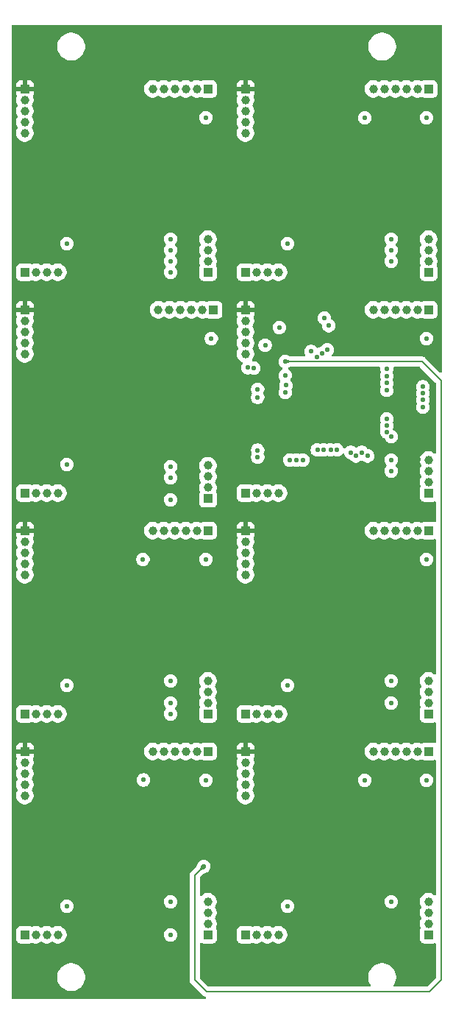
<source format=gbr>
%TF.GenerationSoftware,KiCad,Pcbnew,9.0.5-1.fc42*%
%TF.CreationDate,2025-11-30T23:17:12+01:00*%
%TF.ProjectId,Sub-Board,5375622d-426f-4617-9264-2e6b69636164,1*%
%TF.SameCoordinates,Original*%
%TF.FileFunction,Copper,L2,Inr*%
%TF.FilePolarity,Positive*%
%FSLAX46Y46*%
G04 Gerber Fmt 4.6, Leading zero omitted, Abs format (unit mm)*
G04 Created by KiCad (PCBNEW 9.0.5-1.fc42) date 2025-11-30 23:17:12*
%MOMM*%
%LPD*%
G01*
G04 APERTURE LIST*
%TA.AperFunction,ComponentPad*%
%ADD10R,1.000000X1.000000*%
%TD*%
%TA.AperFunction,ComponentPad*%
%ADD11C,1.000000*%
%TD*%
%TA.AperFunction,ViaPad*%
%ADD12C,0.553200*%
%TD*%
%TA.AperFunction,Conductor*%
%ADD13C,0.177800*%
%TD*%
G04 APERTURE END LIST*
D10*
%TO.N,/STM32-MCU/Slot7.LED*%
%TO.C,J33*%
X150240000Y-122175000D03*
D11*
%TO.N,/STM32-MCU/Slot7.C*%
X148970000Y-122175000D03*
%TO.N,/STM32-MCU/Slot7.B*%
X147700000Y-122175000D03*
%TO.N,/STM32-MCU/Slot7.A*%
X146430000Y-122175000D03*
%TO.N,/STM32-MCU/Slot7.A1*%
X145160000Y-122175000D03*
%TO.N,/STM32-MCU/Slot7.A0*%
X143890000Y-122175000D03*
%TD*%
D10*
%TO.N,/STM32-MCU/Slot3.LED*%
%TO.C,J31*%
X150240000Y-71375000D03*
D11*
%TO.N,/STM32-MCU/Slot3.C*%
X148970000Y-71375000D03*
%TO.N,/STM32-MCU/Slot3.B*%
X147700000Y-71375000D03*
%TO.N,/STM32-MCU/Slot3.A*%
X146430000Y-71375000D03*
%TO.N,/STM32-MCU/Slot3.A1*%
X145160000Y-71375000D03*
%TO.N,/STM32-MCU/Slot3.A0*%
X143890000Y-71375000D03*
%TD*%
D10*
%TO.N,/Board Address/+3.3V Digital*%
%TO.C,J21*%
X103760000Y-122175000D03*
D11*
%TO.N,/Power Supply/AREF*%
X103760000Y-123445000D03*
%TO.N,GND*%
X103760000Y-124715000D03*
%TO.N,/STM32-MCU/SlotBus.Data*%
X103760000Y-125985000D03*
%TO.N,/STM32-MCU/SlotBus.Clock*%
X103760000Y-127255000D03*
%TD*%
D10*
%TO.N,/STM32-MCU/Slot0.Addr0*%
%TO.C,J4*%
X124840000Y-67055000D03*
D11*
%TO.N,/STM32-MCU/Slot0.Addr1*%
X124840000Y-65785000D03*
%TO.N,/STM32-MCU/Slot0.Addr2*%
X124840000Y-64515000D03*
%TO.N,/STM32-MCU/Slot0.Addr3*%
X124840000Y-63245000D03*
%TD*%
D10*
%TO.N,/STM32-MCU/Slot1.Addr0*%
%TO.C,J12*%
X150240000Y-67055000D03*
D11*
%TO.N,/STM32-MCU/Slot1.Addr1*%
X150240000Y-65785000D03*
%TO.N,/STM32-MCU/Slot1.Addr2*%
X150240000Y-64515000D03*
%TO.N,/STM32-MCU/Slot1.Addr3*%
X150240000Y-63245000D03*
%TD*%
D10*
%TO.N,/STM32-MCU/Slot6.LED*%
%TO.C,J25*%
X124840000Y-122175000D03*
D11*
%TO.N,/STM32-MCU/Slot6.C*%
X123570000Y-122175000D03*
%TO.N,/STM32-MCU/Slot6.B*%
X122300000Y-122175000D03*
%TO.N,/STM32-MCU/Slot6.A*%
X121030000Y-122175000D03*
%TO.N,/STM32-MCU/Slot6.A1*%
X119760000Y-122175000D03*
%TO.N,/STM32-MCU/Slot6.A0*%
X118490000Y-122175000D03*
%TD*%
D10*
%TO.N,/STM32-MCU/Slot7.Typ0*%
%TO.C,J34*%
X129160000Y-143255000D03*
D11*
%TO.N,/STM32-MCU/Slot7.Typ1*%
X130430000Y-143255000D03*
%TO.N,/STM32-MCU/Slot7.Typ2*%
X131700000Y-143255000D03*
%TO.N,/STM32-MCU/Slot7.Typ3*%
X132970000Y-143255000D03*
%TD*%
D10*
%TO.N,/Board Address/+3.3V Digital*%
%TO.C,J3*%
X103760000Y-45975000D03*
D11*
%TO.N,/Power Supply/AREF*%
X103760000Y-47245000D03*
%TO.N,GND*%
X103760000Y-48515000D03*
%TO.N,/STM32-MCU/SlotBus.Data*%
X103760000Y-49785000D03*
%TO.N,/STM32-MCU/SlotBus.Clock*%
X103760000Y-51055000D03*
%TD*%
D10*
%TO.N,/STM32-MCU/Slot4.Typ0*%
%TO.C,J10*%
X103760000Y-117855000D03*
D11*
%TO.N,/STM32-MCU/Slot4.Typ1*%
X105030000Y-117855000D03*
%TO.N,/STM32-MCU/Slot4.Typ2*%
X106300000Y-117855000D03*
%TO.N,/STM32-MCU/Slot4.Typ3*%
X107570000Y-117855000D03*
%TD*%
D10*
%TO.N,/Board Address/+3.3V Digital*%
%TO.C,J29*%
X129160000Y-122175000D03*
D11*
%TO.N,/Power Supply/AREF*%
X129160000Y-123445000D03*
%TO.N,GND*%
X129160000Y-124715000D03*
%TO.N,/STM32-MCU/SlotBus.Data*%
X129160000Y-125985000D03*
%TO.N,/STM32-MCU/SlotBus.Clock*%
X129160000Y-127255000D03*
%TD*%
D10*
%TO.N,/STM32-MCU/Slot6.Addr0*%
%TO.C,J22*%
X124840000Y-143255000D03*
D11*
%TO.N,/STM32-MCU/Slot6.Addr1*%
X124840000Y-141985000D03*
%TO.N,/STM32-MCU/Slot6.Addr2*%
X124840000Y-140715000D03*
%TO.N,/STM32-MCU/Slot6.Addr3*%
X124840000Y-139445000D03*
%TD*%
D10*
%TO.N,/STM32-MCU/Slot5.LED*%
%TO.C,J17*%
X150240000Y-96775000D03*
D11*
%TO.N,/STM32-MCU/Slot5.C*%
X148970000Y-96775000D03*
%TO.N,/STM32-MCU/Slot5.B*%
X147700000Y-96775000D03*
%TO.N,/STM32-MCU/Slot5.A*%
X146430000Y-96775000D03*
%TO.N,/STM32-MCU/Slot5.A1*%
X145160000Y-96775000D03*
%TO.N,/STM32-MCU/Slot5.A0*%
X143890000Y-96775000D03*
%TD*%
D10*
%TO.N,/STM32-MCU/Slot5.Typ0*%
%TO.C,J18*%
X129160000Y-117855000D03*
D11*
%TO.N,/STM32-MCU/Slot5.Typ1*%
X130430000Y-117855000D03*
%TO.N,/STM32-MCU/Slot5.Typ2*%
X131700000Y-117855000D03*
%TO.N,/STM32-MCU/Slot5.Typ3*%
X132970000Y-117855000D03*
%TD*%
D10*
%TO.N,/STM32-MCU/Slot7.Addr0*%
%TO.C,J30*%
X150240000Y-143255000D03*
D11*
%TO.N,/STM32-MCU/Slot7.Addr1*%
X150240000Y-141985000D03*
%TO.N,/STM32-MCU/Slot7.Addr2*%
X150240000Y-140715000D03*
%TO.N,/STM32-MCU/Slot7.Addr3*%
X150240000Y-139445000D03*
%TD*%
D10*
%TO.N,/STM32-MCU/Slot3.Addr0*%
%TO.C,J28*%
X150240000Y-92455000D03*
D11*
%TO.N,/STM32-MCU/Slot3.Addr1*%
X150240000Y-91185000D03*
%TO.N,/STM32-MCU/Slot3.Addr2*%
X150240000Y-89915000D03*
%TO.N,/STM32-MCU/Slot3.Addr3*%
X150240000Y-88645000D03*
%TD*%
D10*
%TO.N,/Board Address/+3.3V Digital*%
%TO.C,J19*%
X103760000Y-71375000D03*
D11*
%TO.N,/Power Supply/AREF*%
X103760000Y-72645000D03*
%TO.N,GND*%
X103760000Y-73915000D03*
%TO.N,/STM32-MCU/SlotBus.Data*%
X103760000Y-75185000D03*
%TO.N,/STM32-MCU/SlotBus.Clock*%
X103760000Y-76455000D03*
%TD*%
D10*
%TO.N,/Board Address/+3.3V Digital*%
%TO.C,J5*%
X103760000Y-96775000D03*
D11*
%TO.N,/Power Supply/AREF*%
X103760000Y-98045000D03*
%TO.N,GND*%
X103760000Y-99315000D03*
%TO.N,/STM32-MCU/SlotBus.Data*%
X103760000Y-100585000D03*
%TO.N,/STM32-MCU/SlotBus.Clock*%
X103760000Y-101855000D03*
%TD*%
D10*
%TO.N,/STM32-MCU/Slot6.Typ0*%
%TO.C,J26*%
X103760000Y-143255000D03*
D11*
%TO.N,/STM32-MCU/Slot6.Typ1*%
X105030000Y-143255000D03*
%TO.N,/STM32-MCU/Slot6.Typ2*%
X106300000Y-143255000D03*
%TO.N,/STM32-MCU/Slot6.Typ3*%
X107570000Y-143255000D03*
%TD*%
D10*
%TO.N,/STM32-MCU/Slot2.LED*%
%TO.C,J23*%
X125490000Y-71375000D03*
D11*
%TO.N,/STM32-MCU/Slot2.C*%
X124220000Y-71375000D03*
%TO.N,/STM32-MCU/Slot2.B*%
X122950000Y-71375000D03*
%TO.N,/STM32-MCU/Slot2.A*%
X121680000Y-71375000D03*
%TO.N,/STM32-MCU/Slot2.A1*%
X120410000Y-71375000D03*
%TO.N,/STM32-MCU/Slot2.A0*%
X119140000Y-71375000D03*
%TD*%
D10*
%TO.N,/STM32-MCU/Slot5.Addr0*%
%TO.C,J14*%
X150240000Y-117855000D03*
D11*
%TO.N,/STM32-MCU/Slot5.Addr1*%
X150240000Y-116585000D03*
%TO.N,/STM32-MCU/Slot5.Addr2*%
X150240000Y-115315000D03*
%TO.N,/STM32-MCU/Slot5.Addr3*%
X150240000Y-114045000D03*
%TD*%
D10*
%TO.N,/STM32-MCU/Slot1.LED*%
%TO.C,J15*%
X150240000Y-45975000D03*
D11*
%TO.N,/STM32-MCU/Slot1.C*%
X148970000Y-45975000D03*
%TO.N,/STM32-MCU/Slot1.B*%
X147700000Y-45975000D03*
%TO.N,/STM32-MCU/Slot1.A*%
X146430000Y-45975000D03*
%TO.N,/STM32-MCU/Slot1.A1*%
X145160000Y-45975000D03*
%TO.N,/STM32-MCU/Slot1.A0*%
X143890000Y-45975000D03*
%TD*%
D10*
%TO.N,/STM32-MCU/Slot3.Typ0*%
%TO.C,J32*%
X129160000Y-92455000D03*
D11*
%TO.N,/STM32-MCU/Slot3.Typ1*%
X130430000Y-92455000D03*
%TO.N,/STM32-MCU/Slot3.Typ2*%
X131700000Y-92455000D03*
%TO.N,/STM32-MCU/Slot3.Typ3*%
X132970000Y-92455000D03*
%TD*%
D10*
%TO.N,/STM32-MCU/Slot4.LED*%
%TO.C,J9*%
X124840000Y-96775000D03*
D11*
%TO.N,/STM32-MCU/Slot4.C*%
X123570000Y-96775000D03*
%TO.N,/STM32-MCU/Slot4.B*%
X122300000Y-96775000D03*
%TO.N,/STM32-MCU/Slot4.A*%
X121030000Y-96775000D03*
%TO.N,/STM32-MCU/Slot4.A1*%
X119760000Y-96775000D03*
%TO.N,/STM32-MCU/Slot4.A0*%
X118490000Y-96775000D03*
%TD*%
D10*
%TO.N,/STM32-MCU/Slot4.Addr0*%
%TO.C,J6*%
X124840000Y-117855000D03*
D11*
%TO.N,/STM32-MCU/Slot4.Addr1*%
X124840000Y-116585000D03*
%TO.N,/STM32-MCU/Slot4.Addr2*%
X124840000Y-115315000D03*
%TO.N,/STM32-MCU/Slot4.Addr3*%
X124840000Y-114045000D03*
%TD*%
D10*
%TO.N,/Board Address/+3.3V Digital*%
%TO.C,J13*%
X129160000Y-96775000D03*
D11*
%TO.N,/Power Supply/AREF*%
X129160000Y-98045000D03*
%TO.N,GND*%
X129160000Y-99315000D03*
%TO.N,/STM32-MCU/SlotBus.Data*%
X129160000Y-100585000D03*
%TO.N,/STM32-MCU/SlotBus.Clock*%
X129160000Y-101855000D03*
%TD*%
D10*
%TO.N,/Board Address/+3.3V Digital*%
%TO.C,J11*%
X129160000Y-45975000D03*
D11*
%TO.N,/Power Supply/AREF*%
X129160000Y-47245000D03*
%TO.N,GND*%
X129160000Y-48515000D03*
%TO.N,/STM32-MCU/SlotBus.Data*%
X129160000Y-49785000D03*
%TO.N,/STM32-MCU/SlotBus.Clock*%
X129160000Y-51055000D03*
%TD*%
D10*
%TO.N,/STM32-MCU/Slot0.Typ0*%
%TO.C,J8*%
X103760000Y-67055000D03*
D11*
%TO.N,/STM32-MCU/Slot0.Typ1*%
X105030000Y-67055000D03*
%TO.N,/STM32-MCU/Slot0.Typ2*%
X106300000Y-67055000D03*
%TO.N,/STM32-MCU/Slot0.Typ3*%
X107570000Y-67055000D03*
%TD*%
D10*
%TO.N,/STM32-MCU/Slot2.Typ0*%
%TO.C,J24*%
X103760000Y-92455000D03*
D11*
%TO.N,/STM32-MCU/Slot2.Typ1*%
X105030000Y-92455000D03*
%TO.N,/STM32-MCU/Slot2.Typ2*%
X106300000Y-92455000D03*
%TO.N,/STM32-MCU/Slot2.Typ3*%
X107570000Y-92455000D03*
%TD*%
D10*
%TO.N,/STM32-MCU/Slot0.LED*%
%TO.C,J7*%
X124840000Y-45975000D03*
D11*
%TO.N,/STM32-MCU/Slot0.C*%
X123570000Y-45975000D03*
%TO.N,/STM32-MCU/Slot0.B*%
X122300000Y-45975000D03*
%TO.N,/STM32-MCU/Slot0.A*%
X121030000Y-45975000D03*
%TO.N,/STM32-MCU/Slot0.A1*%
X119760000Y-45975000D03*
%TO.N,/STM32-MCU/Slot0.A0*%
X118490000Y-45975000D03*
%TD*%
D10*
%TO.N,/Board Address/+3.3V Digital*%
%TO.C,J27*%
X129160000Y-71375000D03*
D11*
%TO.N,/Power Supply/AREF*%
X129160000Y-72645000D03*
%TO.N,GND*%
X129160000Y-73915000D03*
%TO.N,/STM32-MCU/SlotBus.Data*%
X129160000Y-75185000D03*
%TO.N,/STM32-MCU/SlotBus.Clock*%
X129160000Y-76455000D03*
%TD*%
D10*
%TO.N,/STM32-MCU/Slot2.Addr0*%
%TO.C,J20*%
X124840000Y-93105000D03*
D11*
%TO.N,/STM32-MCU/Slot2.Addr1*%
X124840000Y-91835000D03*
%TO.N,/STM32-MCU/Slot2.Addr2*%
X124840000Y-90565000D03*
%TO.N,/STM32-MCU/Slot2.Addr3*%
X124840000Y-89295000D03*
%TD*%
D10*
%TO.N,/STM32-MCU/Slot1.Typ0*%
%TO.C,J16*%
X129160000Y-67055000D03*
D11*
%TO.N,/STM32-MCU/Slot1.Typ1*%
X130430000Y-67055000D03*
%TO.N,/STM32-MCU/Slot1.Typ2*%
X131700000Y-67055000D03*
%TO.N,/STM32-MCU/Slot1.Typ3*%
X132970000Y-67055000D03*
%TD*%
D12*
%TO.N,GND*%
X145925000Y-139446000D03*
X142900400Y-49301400D03*
X120525000Y-64516000D03*
X142875000Y-125476000D03*
X120525000Y-117856000D03*
X133985000Y-114558000D03*
X133985000Y-139954000D03*
X149987000Y-74678000D03*
X145923000Y-114046000D03*
X108585000Y-89156000D03*
X124587000Y-125478000D03*
X145925000Y-63246000D03*
X117348000Y-100076000D03*
X117424200Y-125450600D03*
X145925000Y-88646000D03*
X120525000Y-65786000D03*
X120523000Y-93218000D03*
X120523000Y-143256000D03*
X120525000Y-114046000D03*
X133985000Y-63756000D03*
X145925000Y-65786000D03*
X145925000Y-64516000D03*
X149987000Y-49276000D03*
X120525000Y-67056000D03*
X108585000Y-114558000D03*
X124587000Y-100078000D03*
X120523000Y-90678000D03*
X149987000Y-100074000D03*
X120525000Y-116586000D03*
X125222000Y-74676000D03*
X108585000Y-139954000D03*
X120523000Y-89408000D03*
X124587000Y-49278000D03*
X108585000Y-63752000D03*
X149987000Y-125478000D03*
X120523000Y-139446000D03*
X145923000Y-116586000D03*
X134239000Y-88646000D03*
X120525000Y-63246000D03*
X145925000Y-89916000D03*
X133731000Y-78948400D03*
%TO.N,/Board Address/+3.3V Digital*%
X145925000Y-92456000D03*
X120525000Y-115316000D03*
X120523000Y-141986000D03*
X145925000Y-141986000D03*
X145925000Y-67056000D03*
X145923000Y-117856000D03*
X120523000Y-140716000D03*
X145923000Y-115316000D03*
X145925000Y-140716000D03*
X145925000Y-143256000D03*
X120523000Y-91948000D03*
X145925000Y-91186000D03*
X144170400Y-93573600D03*
X146456400Y-69596000D03*
X118872000Y-109321600D03*
X120832400Y-60172600D03*
X127374000Y-138176000D03*
X134569200Y-130454400D03*
X139852400Y-92934400D03*
X149098000Y-88544400D03*
X128066800Y-77520800D03*
X132010200Y-70631000D03*
X113919000Y-63931800D03*
X133756400Y-85948400D03*
X133731000Y-83058000D03*
X146659600Y-74422000D03*
X125851400Y-79705200D03*
X134569200Y-79451200D03*
X118872000Y-84277200D03*
X147828000Y-99466400D03*
X112928400Y-46228000D03*
X118872000Y-135026400D03*
X133600800Y-87932400D03*
X115366800Y-68908099D03*
%TO.N,/Power Supply/+3.3V Analog*%
X133731000Y-77343000D03*
X124360400Y-135382000D03*
%TO.N,/STM32-MCU/Slot0.A1*%
X138562043Y-75989646D03*
%TO.N,/STM32-MCU/Slot0.B*%
X145415000Y-78985533D03*
%TO.N,/STM32-MCU/Slot0.LED*%
X145415000Y-80645000D03*
%TO.N,/STM32-MCU/Slot0.A0*%
X137972800Y-76377800D03*
%TO.N,/STM32-MCU/Slot0.C*%
X145415000Y-79815267D03*
%TO.N,/STM32-MCU/Slot0.A*%
X145415000Y-78155800D03*
%TO.N,/STM32-MCU/Slot4.C*%
X130556000Y-88341200D03*
%TO.N,/STM32-MCU/Slot4.B*%
X135026400Y-88646000D03*
%TO.N,/STM32-MCU/Slot4.A1*%
X130556000Y-80518000D03*
%TO.N,/STM32-MCU/Slot4.LED*%
X130556000Y-87528400D03*
%TO.N,/STM32-MCU/Slot4.A0*%
X130556000Y-81443200D03*
%TO.N,/STM32-MCU/Slot4.A*%
X135788400Y-88646000D03*
%TO.N,/STM32-MCU/Slot1.C*%
X149580600Y-81737200D03*
%TO.N,/STM32-MCU/Slot1.LED*%
X149580600Y-82575400D03*
%TO.N,/STM32-MCU/Slot1.A0*%
X136706602Y-76176511D03*
%TO.N,/STM32-MCU/Slot1.B*%
X149580600Y-81000600D03*
%TO.N,/STM32-MCU/Slot1.A*%
X149580600Y-80238600D03*
%TO.N,/STM32-MCU/Slot1.A1*%
X137414000Y-76825100D03*
%TO.N,/STM32-MCU/Slot5.C*%
X145415000Y-85420200D03*
%TO.N,/STM32-MCU/Slot5.LED*%
X145948400Y-85948400D03*
%TO.N,/STM32-MCU/Slot5.A0*%
X131419600Y-75438000D03*
%TO.N,/STM32-MCU/Slot5.B*%
X145415000Y-84683600D03*
%TO.N,/STM32-MCU/Slot5.A*%
X145415000Y-83921600D03*
%TO.N,/STM32-MCU/Slot5.A1*%
X133045200Y-73406000D03*
%TO.N,/STM32-MCU/Slot6.A0*%
X133731000Y-80873600D03*
%TO.N,/STM32-MCU/Slot6.A*%
X139700000Y-87477600D03*
%TO.N,/STM32-MCU/Slot6.LED*%
X137439400Y-87503000D03*
%TO.N,/STM32-MCU/Slot6.B*%
X138957803Y-87477600D03*
%TO.N,/STM32-MCU/Slot6.C*%
X138145003Y-87503000D03*
%TO.N,/STM32-MCU/Slot6.A1*%
X133807200Y-80060800D03*
%TO.N,/STM32-MCU/Slot3.A0*%
X138250800Y-72339200D03*
%TO.N,/STM32-MCU/Slot3.A1*%
X138750800Y-73202800D03*
%TO.N,/STM32-MCU/Slot7.C*%
X141884400Y-88188800D03*
%TO.N,/STM32-MCU/Slot7.LED*%
X141274800Y-87782400D03*
%TO.N,/STM32-MCU/Slot7.A1*%
X129421118Y-78035515D03*
%TO.N,/STM32-MCU/Slot7.B*%
X142544800Y-87782400D03*
%TO.N,/STM32-MCU/Slot7.A0*%
X130124200Y-78095100D03*
%TO.N,/STM32-MCU/Slot7.A*%
X143205200Y-88188800D03*
%TD*%
D13*
%TO.N,/Power Supply/+3.3V Analog*%
X124360400Y-135382000D02*
X123317000Y-136425400D01*
X124673720Y-149819720D02*
X150306680Y-149819720D01*
X123317000Y-148463000D02*
X124673720Y-149819720D01*
X151683100Y-79547100D02*
X149479000Y-77343000D01*
X123317000Y-136425400D02*
X123317000Y-148463000D01*
X150306680Y-149819720D02*
X151683100Y-148443300D01*
X151683100Y-148443300D02*
X151683100Y-79547100D01*
X149479000Y-77343000D02*
X133731000Y-77343000D01*
%TD*%
%TA.AperFunction,Conductor*%
%TO.N,/Power Supply/+3.3V Analog*%
G36*
X124140225Y-135234998D02*
G01*
X124141789Y-135235870D01*
X124307723Y-135345896D01*
X124359131Y-135379983D01*
X124362416Y-135383268D01*
X124506525Y-135600603D01*
X124508241Y-135609392D01*
X124503240Y-135616820D01*
X124501669Y-135617696D01*
X124043252Y-135828864D01*
X124034304Y-135829213D01*
X124030084Y-135826510D01*
X123915889Y-135712315D01*
X123912462Y-135704042D01*
X123913534Y-135699149D01*
X124124703Y-135240729D01*
X124131277Y-135234649D01*
X124140225Y-135234998D01*
G37*
%TD.AperFunction*%
%TD*%
%TA.AperFunction,Conductor*%
%TO.N,/Board Address/+3.3V Digital*%
G36*
X151715539Y-38620185D02*
G01*
X151761294Y-38672989D01*
X151772500Y-38724500D01*
X151772500Y-78503601D01*
X151752815Y-78570640D01*
X151700011Y-78616395D01*
X151630853Y-78626339D01*
X151567297Y-78597314D01*
X151560819Y-78591282D01*
X149840902Y-76871365D01*
X149840900Y-76871363D01*
X149799783Y-76847624D01*
X149706503Y-76793768D01*
X149706504Y-76793768D01*
X149694210Y-76790474D01*
X149556596Y-76753600D01*
X149556593Y-76753600D01*
X139196437Y-76753600D01*
X139129398Y-76733915D01*
X139083643Y-76681111D01*
X139073699Y-76611953D01*
X139102724Y-76548397D01*
X139108756Y-76541919D01*
X139165653Y-76485021D01*
X139165656Y-76485018D01*
X139250700Y-76357741D01*
X139309279Y-76216318D01*
X139319853Y-76163160D01*
X139339143Y-76066186D01*
X139339143Y-75913105D01*
X139309280Y-75762979D01*
X139309279Y-75762978D01*
X139309279Y-75762974D01*
X139305907Y-75754834D01*
X139250703Y-75621557D01*
X139250696Y-75621544D01*
X139165656Y-75494274D01*
X139165653Y-75494270D01*
X139057418Y-75386035D01*
X139057414Y-75386032D01*
X138930144Y-75300992D01*
X138930131Y-75300985D01*
X138788719Y-75242411D01*
X138788709Y-75242408D01*
X138638583Y-75212546D01*
X138638581Y-75212546D01*
X138485505Y-75212546D01*
X138485503Y-75212546D01*
X138335376Y-75242408D01*
X138335366Y-75242411D01*
X138193954Y-75300985D01*
X138193941Y-75300992D01*
X138066671Y-75386032D01*
X138066667Y-75386035D01*
X137958436Y-75494267D01*
X137958433Y-75494269D01*
X137914481Y-75560047D01*
X137860868Y-75604851D01*
X137835572Y-75612771D01*
X137746133Y-75630562D01*
X137746125Y-75630564D01*
X137604711Y-75689139D01*
X137604700Y-75689145D01*
X137507910Y-75753818D01*
X137441232Y-75774695D01*
X137373852Y-75756210D01*
X137335918Y-75719605D01*
X137310218Y-75681143D01*
X137310212Y-75681135D01*
X137201977Y-75572900D01*
X137201973Y-75572897D01*
X137074703Y-75487857D01*
X137074690Y-75487850D01*
X136933278Y-75429276D01*
X136933268Y-75429273D01*
X136783142Y-75399411D01*
X136783140Y-75399411D01*
X136630064Y-75399411D01*
X136630062Y-75399411D01*
X136479935Y-75429273D01*
X136479925Y-75429276D01*
X136338513Y-75487850D01*
X136338500Y-75487857D01*
X136211230Y-75572897D01*
X136211226Y-75572900D01*
X136102991Y-75681135D01*
X136102988Y-75681139D01*
X136017948Y-75808409D01*
X136017941Y-75808422D01*
X135959367Y-75949834D01*
X135959364Y-75949844D01*
X135929502Y-76099970D01*
X135929502Y-76099973D01*
X135929502Y-76253049D01*
X135929502Y-76253051D01*
X135929501Y-76253051D01*
X135959364Y-76403177D01*
X135959367Y-76403187D01*
X136017941Y-76544599D01*
X136017948Y-76544612D01*
X136028704Y-76560709D01*
X136049582Y-76627387D01*
X136031097Y-76694767D01*
X135979119Y-76741457D01*
X135925602Y-76753600D01*
X134404939Y-76753600D01*
X134361986Y-76745923D01*
X133980964Y-76605228D01*
X133980963Y-76605227D01*
X133976872Y-76603717D01*
X133957672Y-76595764D01*
X133945690Y-76593380D01*
X133938361Y-76590991D01*
X133938203Y-76590939D01*
X133935719Y-76590130D01*
X133933987Y-76589639D01*
X133933980Y-76589637D01*
X133842874Y-76572627D01*
X133842873Y-76572627D01*
X133836023Y-76571348D01*
X133832737Y-76570912D01*
X133829121Y-76570192D01*
X133807538Y-76565900D01*
X133654462Y-76565900D01*
X133654460Y-76565900D01*
X133504333Y-76595762D01*
X133504323Y-76595765D01*
X133362911Y-76654339D01*
X133362898Y-76654346D01*
X133235628Y-76739386D01*
X133235624Y-76739389D01*
X133127389Y-76847624D01*
X133127386Y-76847628D01*
X133042346Y-76974898D01*
X133042339Y-76974911D01*
X132983765Y-77116323D01*
X132983762Y-77116333D01*
X132953900Y-77266459D01*
X132953900Y-77266462D01*
X132953900Y-77419538D01*
X132953900Y-77419540D01*
X132953899Y-77419540D01*
X132983762Y-77569666D01*
X132983765Y-77569676D01*
X133042339Y-77711088D01*
X133042346Y-77711101D01*
X133127386Y-77838371D01*
X133127389Y-77838375D01*
X133235624Y-77946610D01*
X133235628Y-77946613D01*
X133362898Y-78031653D01*
X133368275Y-78034527D01*
X133367547Y-78035888D01*
X133416057Y-78074980D01*
X133438122Y-78141274D01*
X133420843Y-78208973D01*
X133369706Y-78256584D01*
X133363596Y-78259373D01*
X133362898Y-78259746D01*
X133235628Y-78344786D01*
X133235624Y-78344789D01*
X133127389Y-78453024D01*
X133127386Y-78453028D01*
X133042346Y-78580298D01*
X133042339Y-78580311D01*
X132983765Y-78721723D01*
X132983762Y-78721733D01*
X132953900Y-78871859D01*
X132953900Y-78871862D01*
X132953900Y-79024938D01*
X132953900Y-79024940D01*
X132953899Y-79024940D01*
X132983762Y-79175066D01*
X132983765Y-79175076D01*
X133042339Y-79316488D01*
X133042346Y-79316501D01*
X133127386Y-79443771D01*
X133127389Y-79443775D01*
X133149835Y-79466221D01*
X133183320Y-79527544D01*
X133178336Y-79597236D01*
X133165256Y-79622793D01*
X133118546Y-79692698D01*
X133118539Y-79692711D01*
X133059965Y-79834123D01*
X133059962Y-79834133D01*
X133030100Y-79984259D01*
X133030100Y-79984262D01*
X133030100Y-80137338D01*
X133030100Y-80137340D01*
X133030099Y-80137340D01*
X133059962Y-80287465D01*
X133059963Y-80287468D01*
X133059964Y-80287472D01*
X133083608Y-80344554D01*
X133091076Y-80414023D01*
X133072150Y-80460893D01*
X133042347Y-80505498D01*
X133042341Y-80505508D01*
X132983764Y-80646927D01*
X132983762Y-80646933D01*
X132953900Y-80797059D01*
X132953900Y-80797062D01*
X132953900Y-80950138D01*
X132953900Y-80950140D01*
X132953899Y-80950140D01*
X132983762Y-81100266D01*
X132983765Y-81100276D01*
X133042339Y-81241688D01*
X133042346Y-81241701D01*
X133127386Y-81368971D01*
X133127389Y-81368975D01*
X133235624Y-81477210D01*
X133235628Y-81477213D01*
X133362898Y-81562253D01*
X133362911Y-81562260D01*
X133504323Y-81620834D01*
X133504328Y-81620836D01*
X133504332Y-81620836D01*
X133504333Y-81620837D01*
X133654459Y-81650700D01*
X133654462Y-81650700D01*
X133807540Y-81650700D01*
X133908541Y-81630608D01*
X133957672Y-81620836D01*
X134099095Y-81562257D01*
X134226372Y-81477213D01*
X134334613Y-81368972D01*
X134419657Y-81241695D01*
X134478236Y-81100272D01*
X134488338Y-81049489D01*
X134508100Y-80950140D01*
X134508100Y-80797059D01*
X134478237Y-80646934D01*
X134478236Y-80646930D01*
X134478236Y-80646928D01*
X134454590Y-80589842D01*
X134447122Y-80520377D01*
X134466049Y-80473504D01*
X134495857Y-80428895D01*
X134554436Y-80287472D01*
X134581799Y-80149911D01*
X134584300Y-80137340D01*
X134584300Y-79984259D01*
X134554437Y-79834133D01*
X134554436Y-79834132D01*
X134554436Y-79834128D01*
X134536670Y-79791237D01*
X134495860Y-79692711D01*
X134495853Y-79692698D01*
X134410813Y-79565428D01*
X134410810Y-79565424D01*
X134388364Y-79542978D01*
X134354879Y-79481655D01*
X134359863Y-79411963D01*
X134372942Y-79386408D01*
X134419657Y-79316495D01*
X134478236Y-79175072D01*
X134488008Y-79125941D01*
X134508100Y-79024940D01*
X134508100Y-78871859D01*
X134478237Y-78721733D01*
X134478236Y-78721732D01*
X134478236Y-78721728D01*
X134434606Y-78616395D01*
X134419660Y-78580311D01*
X134419653Y-78580298D01*
X134334613Y-78453028D01*
X134334610Y-78453024D01*
X134226375Y-78344789D01*
X134226371Y-78344786D01*
X134099093Y-78259741D01*
X134096180Y-78258184D01*
X134094940Y-78256966D01*
X134094030Y-78256358D01*
X134094145Y-78256185D01*
X134046336Y-78209222D01*
X134030875Y-78141084D01*
X134054706Y-78075405D01*
X134110264Y-78033036D01*
X134111614Y-78032527D01*
X134344283Y-77946613D01*
X134361984Y-77940077D01*
X134404937Y-77932400D01*
X144516018Y-77932400D01*
X144583057Y-77952085D01*
X144628812Y-78004889D01*
X144638756Y-78074047D01*
X144637949Y-78078756D01*
X144637900Y-78079259D01*
X144637900Y-78079262D01*
X144637900Y-78232338D01*
X144637900Y-78232340D01*
X144637899Y-78232340D01*
X144667762Y-78382466D01*
X144667765Y-78382476D01*
X144726060Y-78523214D01*
X144733529Y-78592683D01*
X144726060Y-78618118D01*
X144667765Y-78758856D01*
X144667762Y-78758866D01*
X144637900Y-78908992D01*
X144637900Y-78908995D01*
X144637900Y-79062071D01*
X144637900Y-79062073D01*
X144637899Y-79062073D01*
X144667762Y-79212199D01*
X144667765Y-79212209D01*
X144726060Y-79352948D01*
X144733529Y-79422418D01*
X144726060Y-79447852D01*
X144667765Y-79588590D01*
X144667762Y-79588600D01*
X144637900Y-79738726D01*
X144637900Y-79738729D01*
X144637900Y-79891805D01*
X144637900Y-79891807D01*
X144637899Y-79891807D01*
X144667762Y-80041933D01*
X144667765Y-80041943D01*
X144726060Y-80182681D01*
X144733529Y-80252150D01*
X144726060Y-80277585D01*
X144667765Y-80418323D01*
X144667762Y-80418333D01*
X144637900Y-80568459D01*
X144637900Y-80568462D01*
X144637900Y-80721538D01*
X144637900Y-80721540D01*
X144637899Y-80721540D01*
X144667762Y-80871666D01*
X144667765Y-80871676D01*
X144726339Y-81013088D01*
X144726346Y-81013101D01*
X144811386Y-81140371D01*
X144811389Y-81140375D01*
X144919624Y-81248610D01*
X144919628Y-81248613D01*
X145046898Y-81333653D01*
X145046911Y-81333660D01*
X145188323Y-81392234D01*
X145188328Y-81392236D01*
X145188332Y-81392236D01*
X145188333Y-81392237D01*
X145338459Y-81422100D01*
X145338462Y-81422100D01*
X145491540Y-81422100D01*
X145592541Y-81402008D01*
X145641672Y-81392236D01*
X145783095Y-81333657D01*
X145910372Y-81248613D01*
X146018613Y-81140372D01*
X146103657Y-81013095D01*
X146162236Y-80871672D01*
X146181679Y-80773927D01*
X146192100Y-80721540D01*
X146192100Y-80568459D01*
X146162237Y-80418333D01*
X146162236Y-80418332D01*
X146162236Y-80418328D01*
X146131678Y-80344554D01*
X146119495Y-80315140D01*
X148803499Y-80315140D01*
X148833362Y-80465266D01*
X148833364Y-80465272D01*
X148876106Y-80568462D01*
X148877633Y-80572147D01*
X148885102Y-80641617D01*
X148877633Y-80667053D01*
X148833364Y-80773927D01*
X148833362Y-80773933D01*
X148803500Y-80924059D01*
X148803500Y-80924062D01*
X148803500Y-81077138D01*
X148803500Y-81077140D01*
X148803499Y-81077140D01*
X148833362Y-81227266D01*
X148833365Y-81227276D01*
X148872372Y-81321448D01*
X148879841Y-81390917D01*
X148872372Y-81416352D01*
X148833365Y-81510523D01*
X148833362Y-81510533D01*
X148803500Y-81660659D01*
X148803500Y-81660662D01*
X148803500Y-81813738D01*
X148803500Y-81813740D01*
X148803499Y-81813740D01*
X148833362Y-81963866D01*
X148833365Y-81963876D01*
X148893414Y-82108848D01*
X148900883Y-82178317D01*
X148893414Y-82203752D01*
X148833365Y-82348723D01*
X148833362Y-82348733D01*
X148803500Y-82498859D01*
X148803500Y-82498862D01*
X148803500Y-82651938D01*
X148803500Y-82651940D01*
X148803499Y-82651940D01*
X148833362Y-82802066D01*
X148833365Y-82802076D01*
X148891939Y-82943488D01*
X148891946Y-82943501D01*
X148976986Y-83070771D01*
X148976989Y-83070775D01*
X149085224Y-83179010D01*
X149085228Y-83179013D01*
X149212498Y-83264053D01*
X149212511Y-83264060D01*
X149342702Y-83317986D01*
X149353928Y-83322636D01*
X149353932Y-83322636D01*
X149353933Y-83322637D01*
X149504059Y-83352500D01*
X149504062Y-83352500D01*
X149657140Y-83352500D01*
X149758141Y-83332408D01*
X149807272Y-83322636D01*
X149948695Y-83264057D01*
X150075972Y-83179013D01*
X150184213Y-83070772D01*
X150269257Y-82943495D01*
X150327836Y-82802072D01*
X150357700Y-82651938D01*
X150357700Y-82498862D01*
X150357700Y-82498859D01*
X150327837Y-82348733D01*
X150327836Y-82348732D01*
X150327836Y-82348728D01*
X150269257Y-82207305D01*
X150269255Y-82207302D01*
X150267785Y-82203753D01*
X150260316Y-82134284D01*
X150267785Y-82108847D01*
X150269255Y-82105297D01*
X150269257Y-82105295D01*
X150327836Y-81963872D01*
X150357700Y-81813738D01*
X150357700Y-81660662D01*
X150357700Y-81660659D01*
X150327837Y-81510533D01*
X150327836Y-81510532D01*
X150327836Y-81510528D01*
X150288826Y-81416350D01*
X150281358Y-81346884D01*
X150288827Y-81321448D01*
X150327836Y-81227272D01*
X150345122Y-81140371D01*
X150357700Y-81077140D01*
X150357700Y-80924059D01*
X150327837Y-80773933D01*
X150327836Y-80773932D01*
X150327836Y-80773928D01*
X150283566Y-80667052D01*
X150276098Y-80597583D01*
X150283567Y-80572147D01*
X150327836Y-80465272D01*
X150357700Y-80315138D01*
X150357700Y-80162062D01*
X150357700Y-80162059D01*
X150327837Y-80011933D01*
X150327836Y-80011932D01*
X150327836Y-80011928D01*
X150327834Y-80011923D01*
X150269260Y-79870511D01*
X150269253Y-79870498D01*
X150184213Y-79743228D01*
X150184210Y-79743224D01*
X150075975Y-79634989D01*
X150075971Y-79634986D01*
X149948701Y-79549946D01*
X149948688Y-79549939D01*
X149807276Y-79491365D01*
X149807266Y-79491362D01*
X149657140Y-79461500D01*
X149657138Y-79461500D01*
X149504062Y-79461500D01*
X149504060Y-79461500D01*
X149353933Y-79491362D01*
X149353923Y-79491365D01*
X149212511Y-79549939D01*
X149212498Y-79549946D01*
X149085228Y-79634986D01*
X149085224Y-79634989D01*
X148976989Y-79743224D01*
X148976986Y-79743228D01*
X148891946Y-79870498D01*
X148891939Y-79870511D01*
X148833365Y-80011923D01*
X148833362Y-80011933D01*
X148803500Y-80162059D01*
X148803500Y-80162062D01*
X148803500Y-80315138D01*
X148803500Y-80315140D01*
X148803499Y-80315140D01*
X146119495Y-80315140D01*
X146103939Y-80277585D01*
X146100659Y-80247080D01*
X146095210Y-80216878D01*
X146096759Y-80210807D01*
X146096470Y-80208116D01*
X146103939Y-80182681D01*
X146122720Y-80137340D01*
X146162236Y-80041939D01*
X146187608Y-79914387D01*
X146192100Y-79891807D01*
X146192100Y-79738726D01*
X146162237Y-79588600D01*
X146162236Y-79588599D01*
X146162236Y-79588595D01*
X146121961Y-79491362D01*
X146103939Y-79447852D01*
X146096470Y-79378383D01*
X146103939Y-79352948D01*
X146162234Y-79212209D01*
X146162236Y-79212205D01*
X146192100Y-79062071D01*
X146192100Y-78908995D01*
X146192100Y-78908992D01*
X146162237Y-78758866D01*
X146162236Y-78758865D01*
X146162236Y-78758861D01*
X146147869Y-78724175D01*
X146103939Y-78618118D01*
X146096470Y-78548649D01*
X146103939Y-78523213D01*
X146162236Y-78382472D01*
X146186649Y-78259741D01*
X146192100Y-78232340D01*
X146192100Y-78079259D01*
X146191503Y-78073197D01*
X146193040Y-78073045D01*
X146198592Y-78011001D01*
X146241454Y-77955823D01*
X146307344Y-77932578D01*
X146313982Y-77932400D01*
X149183501Y-77932400D01*
X149250540Y-77952085D01*
X149271182Y-77968719D01*
X151057381Y-79754918D01*
X151090866Y-79816241D01*
X151093700Y-79842599D01*
X151093700Y-87784416D01*
X151074015Y-87851455D01*
X151021211Y-87897210D01*
X150952053Y-87907154D01*
X150888497Y-87878129D01*
X150882019Y-87872097D01*
X150877785Y-87867863D01*
X150877781Y-87867860D01*
X150713920Y-87758371D01*
X150713907Y-87758364D01*
X150531839Y-87682950D01*
X150531829Y-87682947D01*
X150338543Y-87644500D01*
X150338541Y-87644500D01*
X150141459Y-87644500D01*
X150141457Y-87644500D01*
X149948170Y-87682947D01*
X149948160Y-87682950D01*
X149766092Y-87758364D01*
X149766079Y-87758371D01*
X149602218Y-87867860D01*
X149602214Y-87867863D01*
X149462863Y-88007214D01*
X149462860Y-88007218D01*
X149353371Y-88171079D01*
X149353364Y-88171092D01*
X149277950Y-88353160D01*
X149277947Y-88353170D01*
X149239500Y-88546456D01*
X149239500Y-88546459D01*
X149239500Y-88743541D01*
X149239500Y-88743543D01*
X149239499Y-88743543D01*
X149277947Y-88936829D01*
X149277950Y-88936839D01*
X149353366Y-89118910D01*
X149353368Y-89118914D01*
X149368374Y-89141372D01*
X149414971Y-89211110D01*
X149435848Y-89277787D01*
X149417363Y-89345167D01*
X149414971Y-89348890D01*
X149353366Y-89441089D01*
X149277950Y-89623160D01*
X149277947Y-89623170D01*
X149239500Y-89816456D01*
X149239500Y-89816459D01*
X149239500Y-90013541D01*
X149239500Y-90013543D01*
X149239499Y-90013543D01*
X149277947Y-90206829D01*
X149277950Y-90206839D01*
X149320644Y-90309911D01*
X149353368Y-90388914D01*
X149368374Y-90411372D01*
X149414971Y-90481110D01*
X149435848Y-90547787D01*
X149417363Y-90615167D01*
X149414971Y-90618890D01*
X149353366Y-90711089D01*
X149277950Y-90893160D01*
X149277947Y-90893170D01*
X149239500Y-91086456D01*
X149239500Y-91086459D01*
X149239500Y-91283541D01*
X149239500Y-91283543D01*
X149239499Y-91283543D01*
X149277947Y-91476828D01*
X149277949Y-91476836D01*
X149320318Y-91579124D01*
X149327787Y-91648593D01*
X149305026Y-91700884D01*
X149296203Y-91712670D01*
X149296202Y-91712671D01*
X149245908Y-91847517D01*
X149239501Y-91907116D01*
X149239500Y-91907135D01*
X149239500Y-93002870D01*
X149239501Y-93002876D01*
X149245908Y-93062483D01*
X149296202Y-93197328D01*
X149296206Y-93197335D01*
X149382452Y-93312544D01*
X149382455Y-93312547D01*
X149497664Y-93398793D01*
X149497671Y-93398797D01*
X149632517Y-93449091D01*
X149632516Y-93449091D01*
X149639444Y-93449835D01*
X149692127Y-93455500D01*
X150787872Y-93455499D01*
X150847483Y-93449091D01*
X150926367Y-93419668D01*
X150996058Y-93414685D01*
X151057381Y-93448170D01*
X151090866Y-93509493D01*
X151093700Y-93535851D01*
X151093700Y-95694148D01*
X151074015Y-95761187D01*
X151021211Y-95806942D01*
X150952053Y-95816886D01*
X150926368Y-95810330D01*
X150847485Y-95780909D01*
X150847483Y-95780908D01*
X150787883Y-95774501D01*
X150787881Y-95774500D01*
X150787873Y-95774500D01*
X150787864Y-95774500D01*
X149692129Y-95774500D01*
X149692123Y-95774501D01*
X149632516Y-95780908D01*
X149497671Y-95831202D01*
X149497670Y-95831203D01*
X149485884Y-95840026D01*
X149420419Y-95864441D01*
X149364124Y-95855318D01*
X149261836Y-95812949D01*
X149261828Y-95812947D01*
X149068543Y-95774500D01*
X149068541Y-95774500D01*
X148871459Y-95774500D01*
X148871457Y-95774500D01*
X148678170Y-95812947D01*
X148678160Y-95812950D01*
X148496089Y-95888366D01*
X148403890Y-95949971D01*
X148337213Y-95970848D01*
X148269833Y-95952363D01*
X148266110Y-95949971D01*
X148217980Y-95917812D01*
X148173914Y-95888368D01*
X148173911Y-95888366D01*
X148173910Y-95888366D01*
X147991839Y-95812950D01*
X147991829Y-95812947D01*
X147798543Y-95774500D01*
X147798541Y-95774500D01*
X147601459Y-95774500D01*
X147601457Y-95774500D01*
X147408170Y-95812947D01*
X147408160Y-95812950D01*
X147226089Y-95888366D01*
X147133890Y-95949971D01*
X147067213Y-95970848D01*
X146999833Y-95952363D01*
X146996110Y-95949971D01*
X146947980Y-95917812D01*
X146903914Y-95888368D01*
X146903911Y-95888366D01*
X146903910Y-95888366D01*
X146721839Y-95812950D01*
X146721829Y-95812947D01*
X146528543Y-95774500D01*
X146528541Y-95774500D01*
X146331459Y-95774500D01*
X146331457Y-95774500D01*
X146138170Y-95812947D01*
X146138160Y-95812950D01*
X145956089Y-95888366D01*
X145863890Y-95949971D01*
X145797213Y-95970848D01*
X145729833Y-95952363D01*
X145726110Y-95949971D01*
X145677980Y-95917812D01*
X145633914Y-95888368D01*
X145633911Y-95888366D01*
X145633910Y-95888366D01*
X145451839Y-95812950D01*
X145451829Y-95812947D01*
X145258543Y-95774500D01*
X145258541Y-95774500D01*
X145061459Y-95774500D01*
X145061457Y-95774500D01*
X144868170Y-95812947D01*
X144868160Y-95812950D01*
X144686089Y-95888366D01*
X144593890Y-95949971D01*
X144527213Y-95970848D01*
X144459833Y-95952363D01*
X144456110Y-95949971D01*
X144407980Y-95917812D01*
X144363914Y-95888368D01*
X144363911Y-95888366D01*
X144363910Y-95888366D01*
X144181839Y-95812950D01*
X144181829Y-95812947D01*
X143988543Y-95774500D01*
X143988541Y-95774500D01*
X143791459Y-95774500D01*
X143791457Y-95774500D01*
X143598170Y-95812947D01*
X143598160Y-95812950D01*
X143416092Y-95888364D01*
X143416079Y-95888371D01*
X143252218Y-95997860D01*
X143252214Y-95997863D01*
X143112863Y-96137214D01*
X143112860Y-96137218D01*
X143003371Y-96301079D01*
X143003364Y-96301092D01*
X142927950Y-96483160D01*
X142927947Y-96483170D01*
X142889500Y-96676456D01*
X142889500Y-96676459D01*
X142889500Y-96873541D01*
X142889500Y-96873543D01*
X142889499Y-96873543D01*
X142927947Y-97066829D01*
X142927950Y-97066839D01*
X143003364Y-97248907D01*
X143003371Y-97248920D01*
X143112860Y-97412781D01*
X143112863Y-97412785D01*
X143252214Y-97552136D01*
X143252218Y-97552139D01*
X143416079Y-97661628D01*
X143416092Y-97661635D01*
X143592453Y-97734685D01*
X143598165Y-97737051D01*
X143598169Y-97737051D01*
X143598170Y-97737052D01*
X143791456Y-97775500D01*
X143791459Y-97775500D01*
X143988543Y-97775500D01*
X144118582Y-97749632D01*
X144181835Y-97737051D01*
X144363914Y-97661632D01*
X144456109Y-97600029D01*
X144522786Y-97579151D01*
X144590166Y-97597635D01*
X144593891Y-97600029D01*
X144646865Y-97635425D01*
X144686086Y-97661632D01*
X144686088Y-97661633D01*
X144686092Y-97661635D01*
X144862453Y-97734685D01*
X144868165Y-97737051D01*
X144868169Y-97737051D01*
X144868170Y-97737052D01*
X145061456Y-97775500D01*
X145061459Y-97775500D01*
X145258543Y-97775500D01*
X145388582Y-97749632D01*
X145451835Y-97737051D01*
X145633914Y-97661632D01*
X145726109Y-97600029D01*
X145792786Y-97579151D01*
X145860166Y-97597635D01*
X145863891Y-97600029D01*
X145916865Y-97635425D01*
X145956086Y-97661632D01*
X145956088Y-97661633D01*
X145956092Y-97661635D01*
X146132453Y-97734685D01*
X146138165Y-97737051D01*
X146138169Y-97737051D01*
X146138170Y-97737052D01*
X146331456Y-97775500D01*
X146331459Y-97775500D01*
X146528543Y-97775500D01*
X146658582Y-97749632D01*
X146721835Y-97737051D01*
X146903914Y-97661632D01*
X146996109Y-97600029D01*
X147062786Y-97579151D01*
X147130166Y-97597635D01*
X147133891Y-97600029D01*
X147186865Y-97635425D01*
X147226086Y-97661632D01*
X147226088Y-97661633D01*
X147226092Y-97661635D01*
X147402453Y-97734685D01*
X147408165Y-97737051D01*
X147408169Y-97737051D01*
X147408170Y-97737052D01*
X147601456Y-97775500D01*
X147601459Y-97775500D01*
X147798543Y-97775500D01*
X147928582Y-97749632D01*
X147991835Y-97737051D01*
X148173914Y-97661632D01*
X148266109Y-97600029D01*
X148332786Y-97579151D01*
X148400166Y-97597635D01*
X148403891Y-97600029D01*
X148456865Y-97635425D01*
X148496086Y-97661632D01*
X148496088Y-97661633D01*
X148496092Y-97661635D01*
X148672453Y-97734685D01*
X148678165Y-97737051D01*
X148678169Y-97737051D01*
X148678170Y-97737052D01*
X148871456Y-97775500D01*
X148871459Y-97775500D01*
X149068543Y-97775500D01*
X149198582Y-97749632D01*
X149261835Y-97737051D01*
X149364126Y-97694680D01*
X149433590Y-97687212D01*
X149485887Y-97709976D01*
X149497668Y-97718795D01*
X149497671Y-97718797D01*
X149632517Y-97769091D01*
X149632516Y-97769091D01*
X149639444Y-97769835D01*
X149692127Y-97775500D01*
X150787872Y-97775499D01*
X150847483Y-97769091D01*
X150926367Y-97739668D01*
X150996058Y-97734685D01*
X151057381Y-97768170D01*
X151090866Y-97829493D01*
X151093700Y-97855851D01*
X151093700Y-113184416D01*
X151074015Y-113251455D01*
X151021211Y-113297210D01*
X150952053Y-113307154D01*
X150888497Y-113278129D01*
X150882019Y-113272097D01*
X150877785Y-113267863D01*
X150877781Y-113267860D01*
X150713920Y-113158371D01*
X150713907Y-113158364D01*
X150531839Y-113082950D01*
X150531829Y-113082947D01*
X150338543Y-113044500D01*
X150338541Y-113044500D01*
X150141459Y-113044500D01*
X150141457Y-113044500D01*
X149948170Y-113082947D01*
X149948160Y-113082950D01*
X149766092Y-113158364D01*
X149766079Y-113158371D01*
X149602218Y-113267860D01*
X149602214Y-113267863D01*
X149462863Y-113407214D01*
X149462860Y-113407218D01*
X149353371Y-113571079D01*
X149353364Y-113571092D01*
X149277950Y-113753160D01*
X149277947Y-113753170D01*
X149239500Y-113946456D01*
X149239500Y-113946459D01*
X149239500Y-114143541D01*
X149239500Y-114143543D01*
X149239499Y-114143543D01*
X149277947Y-114336829D01*
X149277950Y-114336839D01*
X149337855Y-114481462D01*
X149353368Y-114518914D01*
X149368374Y-114541372D01*
X149414971Y-114611110D01*
X149435848Y-114677787D01*
X149417363Y-114745167D01*
X149414971Y-114748890D01*
X149353366Y-114841089D01*
X149277950Y-115023160D01*
X149277947Y-115023170D01*
X149239500Y-115216456D01*
X149239500Y-115216459D01*
X149239500Y-115413541D01*
X149239500Y-115413543D01*
X149239499Y-115413543D01*
X149277947Y-115606829D01*
X149277950Y-115606839D01*
X149353365Y-115788907D01*
X149353368Y-115788914D01*
X149386300Y-115838200D01*
X149414971Y-115881110D01*
X149435848Y-115947787D01*
X149417363Y-116015167D01*
X149414971Y-116018890D01*
X149353366Y-116111089D01*
X149277950Y-116293160D01*
X149277947Y-116293170D01*
X149239500Y-116486456D01*
X149239500Y-116486459D01*
X149239500Y-116683541D01*
X149239500Y-116683543D01*
X149239499Y-116683543D01*
X149277947Y-116876828D01*
X149277949Y-116876836D01*
X149320318Y-116979124D01*
X149327787Y-117048593D01*
X149305026Y-117100884D01*
X149296203Y-117112670D01*
X149296202Y-117112671D01*
X149245908Y-117247517D01*
X149239501Y-117307116D01*
X149239500Y-117307135D01*
X149239500Y-118402870D01*
X149239501Y-118402876D01*
X149245908Y-118462483D01*
X149296202Y-118597328D01*
X149296206Y-118597335D01*
X149382452Y-118712544D01*
X149382455Y-118712547D01*
X149497664Y-118798793D01*
X149497671Y-118798797D01*
X149632517Y-118849091D01*
X149632516Y-118849091D01*
X149639444Y-118849835D01*
X149692127Y-118855500D01*
X150787872Y-118855499D01*
X150847483Y-118849091D01*
X150926367Y-118819668D01*
X150996058Y-118814685D01*
X151057381Y-118848170D01*
X151090866Y-118909493D01*
X151093700Y-118935851D01*
X151093700Y-121094148D01*
X151074015Y-121161187D01*
X151021211Y-121206942D01*
X150952053Y-121216886D01*
X150926368Y-121210330D01*
X150847485Y-121180909D01*
X150847483Y-121180908D01*
X150787883Y-121174501D01*
X150787881Y-121174500D01*
X150787873Y-121174500D01*
X150787864Y-121174500D01*
X149692129Y-121174500D01*
X149692123Y-121174501D01*
X149632516Y-121180908D01*
X149497671Y-121231202D01*
X149497670Y-121231203D01*
X149485884Y-121240026D01*
X149420419Y-121264441D01*
X149364124Y-121255318D01*
X149261836Y-121212949D01*
X149261828Y-121212947D01*
X149068543Y-121174500D01*
X149068541Y-121174500D01*
X148871459Y-121174500D01*
X148871457Y-121174500D01*
X148678170Y-121212947D01*
X148678160Y-121212950D01*
X148496089Y-121288366D01*
X148403890Y-121349971D01*
X148337213Y-121370848D01*
X148269833Y-121352363D01*
X148266110Y-121349971D01*
X148217980Y-121317812D01*
X148173914Y-121288368D01*
X148173911Y-121288366D01*
X148173910Y-121288366D01*
X147991839Y-121212950D01*
X147991829Y-121212947D01*
X147798543Y-121174500D01*
X147798541Y-121174500D01*
X147601459Y-121174500D01*
X147601457Y-121174500D01*
X147408170Y-121212947D01*
X147408160Y-121212950D01*
X147226089Y-121288366D01*
X147133890Y-121349971D01*
X147067213Y-121370848D01*
X146999833Y-121352363D01*
X146996110Y-121349971D01*
X146947980Y-121317812D01*
X146903914Y-121288368D01*
X146903911Y-121288366D01*
X146903910Y-121288366D01*
X146721839Y-121212950D01*
X146721829Y-121212947D01*
X146528543Y-121174500D01*
X146528541Y-121174500D01*
X146331459Y-121174500D01*
X146331457Y-121174500D01*
X146138170Y-121212947D01*
X146138160Y-121212950D01*
X145956089Y-121288366D01*
X145863890Y-121349971D01*
X145797213Y-121370848D01*
X145729833Y-121352363D01*
X145726110Y-121349971D01*
X145677980Y-121317812D01*
X145633914Y-121288368D01*
X145633911Y-121288366D01*
X145633910Y-121288366D01*
X145451839Y-121212950D01*
X145451829Y-121212947D01*
X145258543Y-121174500D01*
X145258541Y-121174500D01*
X145061459Y-121174500D01*
X145061457Y-121174500D01*
X144868170Y-121212947D01*
X144868160Y-121212950D01*
X144686089Y-121288366D01*
X144593890Y-121349971D01*
X144527213Y-121370848D01*
X144459833Y-121352363D01*
X144456110Y-121349971D01*
X144407980Y-121317812D01*
X144363914Y-121288368D01*
X144363911Y-121288366D01*
X144363910Y-121288366D01*
X144181839Y-121212950D01*
X144181829Y-121212947D01*
X143988543Y-121174500D01*
X143988541Y-121174500D01*
X143791459Y-121174500D01*
X143791457Y-121174500D01*
X143598170Y-121212947D01*
X143598160Y-121212950D01*
X143416092Y-121288364D01*
X143416079Y-121288371D01*
X143252218Y-121397860D01*
X143252214Y-121397863D01*
X143112863Y-121537214D01*
X143112860Y-121537218D01*
X143003371Y-121701079D01*
X143003364Y-121701092D01*
X142927950Y-121883160D01*
X142927947Y-121883170D01*
X142889500Y-122076456D01*
X142889500Y-122076459D01*
X142889500Y-122273541D01*
X142889500Y-122273543D01*
X142889499Y-122273543D01*
X142927947Y-122466829D01*
X142927950Y-122466839D01*
X143003364Y-122648907D01*
X143003371Y-122648920D01*
X143112860Y-122812781D01*
X143112863Y-122812785D01*
X143252214Y-122952136D01*
X143252218Y-122952139D01*
X143416079Y-123061628D01*
X143416092Y-123061635D01*
X143592453Y-123134685D01*
X143598165Y-123137051D01*
X143598169Y-123137051D01*
X143598170Y-123137052D01*
X143791456Y-123175500D01*
X143791459Y-123175500D01*
X143988543Y-123175500D01*
X144118582Y-123149632D01*
X144181835Y-123137051D01*
X144363914Y-123061632D01*
X144456109Y-123000029D01*
X144522786Y-122979151D01*
X144590166Y-122997635D01*
X144593891Y-123000029D01*
X144646865Y-123035425D01*
X144686086Y-123061632D01*
X144686088Y-123061633D01*
X144686092Y-123061635D01*
X144862453Y-123134685D01*
X144868165Y-123137051D01*
X144868169Y-123137051D01*
X144868170Y-123137052D01*
X145061456Y-123175500D01*
X145061459Y-123175500D01*
X145258543Y-123175500D01*
X145388582Y-123149632D01*
X145451835Y-123137051D01*
X145633914Y-123061632D01*
X145726109Y-123000029D01*
X145792786Y-122979151D01*
X145860166Y-122997635D01*
X145863891Y-123000029D01*
X145916865Y-123035425D01*
X145956086Y-123061632D01*
X145956088Y-123061633D01*
X145956092Y-123061635D01*
X146132453Y-123134685D01*
X146138165Y-123137051D01*
X146138169Y-123137051D01*
X146138170Y-123137052D01*
X146331456Y-123175500D01*
X146331459Y-123175500D01*
X146528543Y-123175500D01*
X146658582Y-123149632D01*
X146721835Y-123137051D01*
X146903914Y-123061632D01*
X146996109Y-123000029D01*
X147062786Y-122979151D01*
X147130166Y-122997635D01*
X147133891Y-123000029D01*
X147186865Y-123035425D01*
X147226086Y-123061632D01*
X147226088Y-123061633D01*
X147226092Y-123061635D01*
X147402453Y-123134685D01*
X147408165Y-123137051D01*
X147408169Y-123137051D01*
X147408170Y-123137052D01*
X147601456Y-123175500D01*
X147601459Y-123175500D01*
X147798543Y-123175500D01*
X147928582Y-123149632D01*
X147991835Y-123137051D01*
X148173914Y-123061632D01*
X148266109Y-123000029D01*
X148332786Y-122979151D01*
X148400166Y-122997635D01*
X148403891Y-123000029D01*
X148456865Y-123035425D01*
X148496086Y-123061632D01*
X148496088Y-123061633D01*
X148496092Y-123061635D01*
X148672453Y-123134685D01*
X148678165Y-123137051D01*
X148678169Y-123137051D01*
X148678170Y-123137052D01*
X148871456Y-123175500D01*
X148871459Y-123175500D01*
X149068543Y-123175500D01*
X149198582Y-123149632D01*
X149261835Y-123137051D01*
X149364126Y-123094680D01*
X149433590Y-123087212D01*
X149485887Y-123109976D01*
X149497668Y-123118795D01*
X149497671Y-123118797D01*
X149632517Y-123169091D01*
X149632516Y-123169091D01*
X149639444Y-123169835D01*
X149692127Y-123175500D01*
X150787872Y-123175499D01*
X150847483Y-123169091D01*
X150926367Y-123139668D01*
X150996058Y-123134685D01*
X151057381Y-123168170D01*
X151090866Y-123229493D01*
X151093700Y-123255851D01*
X151093700Y-138584416D01*
X151074015Y-138651455D01*
X151021211Y-138697210D01*
X150952053Y-138707154D01*
X150888497Y-138678129D01*
X150882019Y-138672097D01*
X150877785Y-138667863D01*
X150877781Y-138667860D01*
X150713920Y-138558371D01*
X150713907Y-138558364D01*
X150531839Y-138482950D01*
X150531829Y-138482947D01*
X150338543Y-138444500D01*
X150338541Y-138444500D01*
X150141459Y-138444500D01*
X150141457Y-138444500D01*
X149948170Y-138482947D01*
X149948160Y-138482950D01*
X149766092Y-138558364D01*
X149766079Y-138558371D01*
X149602218Y-138667860D01*
X149602214Y-138667863D01*
X149462863Y-138807214D01*
X149462860Y-138807218D01*
X149353371Y-138971079D01*
X149353364Y-138971092D01*
X149277950Y-139153160D01*
X149277947Y-139153170D01*
X149239500Y-139346456D01*
X149239500Y-139346459D01*
X149239500Y-139543541D01*
X149239500Y-139543543D01*
X149239499Y-139543543D01*
X149277947Y-139736829D01*
X149277950Y-139736839D01*
X149336198Y-139877462D01*
X149353368Y-139918914D01*
X149368374Y-139941372D01*
X149414971Y-140011110D01*
X149435848Y-140077787D01*
X149417363Y-140145167D01*
X149414971Y-140148890D01*
X149353366Y-140241089D01*
X149277950Y-140423160D01*
X149277947Y-140423170D01*
X149239500Y-140616456D01*
X149239500Y-140616459D01*
X149239500Y-140813541D01*
X149239500Y-140813543D01*
X149239499Y-140813543D01*
X149277947Y-141006829D01*
X149277950Y-141006839D01*
X149353365Y-141188907D01*
X149353368Y-141188914D01*
X149386300Y-141238200D01*
X149414971Y-141281110D01*
X149435848Y-141347787D01*
X149417363Y-141415167D01*
X149414971Y-141418890D01*
X149353366Y-141511089D01*
X149277950Y-141693160D01*
X149277947Y-141693170D01*
X149239500Y-141886456D01*
X149239500Y-141886459D01*
X149239500Y-142083541D01*
X149239500Y-142083543D01*
X149239499Y-142083543D01*
X149277947Y-142276828D01*
X149277949Y-142276836D01*
X149320318Y-142379124D01*
X149327787Y-142448593D01*
X149305026Y-142500884D01*
X149296203Y-142512670D01*
X149296202Y-142512671D01*
X149245908Y-142647517D01*
X149239501Y-142707116D01*
X149239500Y-142707135D01*
X149239500Y-143802870D01*
X149239501Y-143802876D01*
X149245908Y-143862483D01*
X149296202Y-143997328D01*
X149296206Y-143997335D01*
X149382452Y-144112544D01*
X149382455Y-144112547D01*
X149497664Y-144198793D01*
X149497671Y-144198797D01*
X149632517Y-144249091D01*
X149632516Y-144249091D01*
X149639444Y-144249835D01*
X149692127Y-144255500D01*
X150787872Y-144255499D01*
X150847483Y-144249091D01*
X150926367Y-144219668D01*
X150996058Y-144214685D01*
X151057381Y-144248170D01*
X151090866Y-144309493D01*
X151093700Y-144335851D01*
X151093700Y-148147800D01*
X151074015Y-148214839D01*
X151057381Y-148235481D01*
X150098862Y-149194001D01*
X150037539Y-149227486D01*
X150011181Y-149230320D01*
X146322040Y-149230320D01*
X146255001Y-149210635D01*
X146209246Y-149157831D01*
X146199302Y-149088673D01*
X146221722Y-149033435D01*
X146244750Y-149001737D01*
X146268717Y-148968751D01*
X146383075Y-148744310D01*
X146460915Y-148504743D01*
X146483943Y-148359350D01*
X146500320Y-148255953D01*
X146500320Y-148004046D01*
X146477395Y-147859313D01*
X146460915Y-147755257D01*
X146460914Y-147755253D01*
X146460914Y-147755252D01*
X146383076Y-147515692D01*
X146268716Y-147291248D01*
X146120656Y-147087461D01*
X145942539Y-146909344D01*
X145738751Y-146761283D01*
X145514307Y-146646923D01*
X145274745Y-146569085D01*
X145025953Y-146529680D01*
X145025948Y-146529680D01*
X144774052Y-146529680D01*
X144774047Y-146529680D01*
X144525255Y-146569085D01*
X144525252Y-146569085D01*
X144285692Y-146646923D01*
X144061248Y-146761283D01*
X143944980Y-146845757D01*
X143857461Y-146909344D01*
X143857459Y-146909346D01*
X143857458Y-146909346D01*
X143679346Y-147087458D01*
X143679346Y-147087459D01*
X143679344Y-147087461D01*
X143615757Y-147174980D01*
X143531283Y-147291248D01*
X143416923Y-147515692D01*
X143339085Y-147755252D01*
X143339085Y-147755255D01*
X143299680Y-148004046D01*
X143299680Y-148255953D01*
X143339085Y-148504744D01*
X143339085Y-148504747D01*
X143416923Y-148744307D01*
X143531285Y-148968754D01*
X143578278Y-149033435D01*
X143601758Y-149099241D01*
X143585933Y-149167295D01*
X143535827Y-149215990D01*
X143477960Y-149230320D01*
X124969220Y-149230320D01*
X124902181Y-149210635D01*
X124881539Y-149194001D01*
X123942719Y-148255181D01*
X123909234Y-148193858D01*
X123906400Y-148167500D01*
X123906400Y-144303334D01*
X123926085Y-144236295D01*
X123978889Y-144190540D01*
X124048047Y-144180596D01*
X124088313Y-144197425D01*
X124089886Y-144194546D01*
X124097671Y-144198797D01*
X124232517Y-144249091D01*
X124232516Y-144249091D01*
X124239444Y-144249835D01*
X124292127Y-144255500D01*
X125387872Y-144255499D01*
X125447483Y-144249091D01*
X125582331Y-144198796D01*
X125697546Y-144112546D01*
X125783796Y-143997331D01*
X125834091Y-143862483D01*
X125840500Y-143802873D01*
X125840499Y-142707135D01*
X128159500Y-142707135D01*
X128159500Y-143802870D01*
X128159501Y-143802876D01*
X128165908Y-143862483D01*
X128216202Y-143997328D01*
X128216206Y-143997335D01*
X128302452Y-144112544D01*
X128302455Y-144112547D01*
X128417664Y-144198793D01*
X128417671Y-144198797D01*
X128552517Y-144249091D01*
X128552516Y-144249091D01*
X128559444Y-144249835D01*
X128612127Y-144255500D01*
X129707872Y-144255499D01*
X129767483Y-144249091D01*
X129902331Y-144198796D01*
X129914110Y-144189977D01*
X129979570Y-144165558D01*
X130035872Y-144174680D01*
X130138165Y-144217051D01*
X130138169Y-144217051D01*
X130138170Y-144217052D01*
X130331456Y-144255500D01*
X130331459Y-144255500D01*
X130528543Y-144255500D01*
X130658582Y-144229632D01*
X130721835Y-144217051D01*
X130903914Y-144141632D01*
X130996109Y-144080029D01*
X131062786Y-144059151D01*
X131130166Y-144077635D01*
X131133891Y-144080029D01*
X131186865Y-144115425D01*
X131226086Y-144141632D01*
X131226088Y-144141633D01*
X131226092Y-144141635D01*
X131402453Y-144214685D01*
X131408165Y-144217051D01*
X131408169Y-144217051D01*
X131408170Y-144217052D01*
X131601456Y-144255500D01*
X131601459Y-144255500D01*
X131798543Y-144255500D01*
X131928582Y-144229632D01*
X131991835Y-144217051D01*
X132173914Y-144141632D01*
X132266109Y-144080029D01*
X132332786Y-144059151D01*
X132400166Y-144077635D01*
X132403891Y-144080029D01*
X132456865Y-144115425D01*
X132496086Y-144141632D01*
X132496088Y-144141633D01*
X132496092Y-144141635D01*
X132672453Y-144214685D01*
X132678165Y-144217051D01*
X132678169Y-144217051D01*
X132678170Y-144217052D01*
X132871456Y-144255500D01*
X132871459Y-144255500D01*
X133068543Y-144255500D01*
X133198582Y-144229632D01*
X133261835Y-144217051D01*
X133443914Y-144141632D01*
X133607782Y-144032139D01*
X133747139Y-143892782D01*
X133856632Y-143728914D01*
X133932051Y-143546835D01*
X133970500Y-143353541D01*
X133970500Y-143156459D01*
X133970500Y-143156456D01*
X133932052Y-142963170D01*
X133932051Y-142963169D01*
X133932051Y-142963165D01*
X133900875Y-142887898D01*
X133856635Y-142781092D01*
X133856628Y-142781079D01*
X133747139Y-142617218D01*
X133747136Y-142617214D01*
X133607785Y-142477863D01*
X133607781Y-142477860D01*
X133443920Y-142368371D01*
X133443907Y-142368364D01*
X133261839Y-142292950D01*
X133261829Y-142292947D01*
X133068543Y-142254500D01*
X133068541Y-142254500D01*
X132871459Y-142254500D01*
X132871457Y-142254500D01*
X132678170Y-142292947D01*
X132678160Y-142292950D01*
X132496089Y-142368366D01*
X132403890Y-142429971D01*
X132337213Y-142450848D01*
X132269833Y-142432363D01*
X132266110Y-142429971D01*
X132217441Y-142397452D01*
X132173914Y-142368368D01*
X132173911Y-142368366D01*
X132173910Y-142368366D01*
X131991839Y-142292950D01*
X131991829Y-142292947D01*
X131798543Y-142254500D01*
X131798541Y-142254500D01*
X131601459Y-142254500D01*
X131601457Y-142254500D01*
X131408170Y-142292947D01*
X131408160Y-142292950D01*
X131226089Y-142368366D01*
X131133890Y-142429971D01*
X131067213Y-142450848D01*
X130999833Y-142432363D01*
X130996110Y-142429971D01*
X130947441Y-142397452D01*
X130903914Y-142368368D01*
X130903911Y-142368366D01*
X130903910Y-142368366D01*
X130721839Y-142292950D01*
X130721829Y-142292947D01*
X130528543Y-142254500D01*
X130528541Y-142254500D01*
X130331459Y-142254500D01*
X130331457Y-142254500D01*
X130138171Y-142292947D01*
X130138168Y-142292948D01*
X130138166Y-142292948D01*
X130138165Y-142292949D01*
X130138163Y-142292950D01*
X130035874Y-142335318D01*
X129966404Y-142342785D01*
X129914113Y-142320023D01*
X129902335Y-142311206D01*
X129902328Y-142311202D01*
X129767482Y-142260908D01*
X129767483Y-142260908D01*
X129707883Y-142254501D01*
X129707881Y-142254500D01*
X129707873Y-142254500D01*
X129707864Y-142254500D01*
X128612129Y-142254500D01*
X128612123Y-142254501D01*
X128552516Y-142260908D01*
X128417671Y-142311202D01*
X128417664Y-142311206D01*
X128302455Y-142397452D01*
X128302452Y-142397455D01*
X128216206Y-142512664D01*
X128216202Y-142512671D01*
X128165908Y-142647517D01*
X128159501Y-142707116D01*
X128159500Y-142707135D01*
X125840499Y-142707135D01*
X125840499Y-142707128D01*
X125834091Y-142647517D01*
X125822790Y-142617218D01*
X125783797Y-142512671D01*
X125783795Y-142512668D01*
X125774976Y-142500887D01*
X125750558Y-142435423D01*
X125759679Y-142379128D01*
X125802051Y-142276835D01*
X125840500Y-142083541D01*
X125840500Y-141886459D01*
X125840500Y-141886456D01*
X125802052Y-141693170D01*
X125802051Y-141693169D01*
X125802051Y-141693165D01*
X125773600Y-141624477D01*
X125726635Y-141511092D01*
X125726633Y-141511088D01*
X125726632Y-141511086D01*
X125665029Y-141418891D01*
X125644151Y-141352214D01*
X125662635Y-141284834D01*
X125665029Y-141281109D01*
X125693700Y-141238200D01*
X125726632Y-141188914D01*
X125802051Y-141006835D01*
X125840500Y-140813541D01*
X125840500Y-140616459D01*
X125840500Y-140616456D01*
X125802052Y-140423170D01*
X125802051Y-140423169D01*
X125802051Y-140423165D01*
X125773600Y-140354477D01*
X125726635Y-140241092D01*
X125726633Y-140241088D01*
X125726632Y-140241086D01*
X125694660Y-140193237D01*
X125665029Y-140148891D01*
X125660779Y-140135319D01*
X125652193Y-140123982D01*
X125650546Y-140102639D01*
X125644151Y-140082214D01*
X125647808Y-140067148D01*
X125646819Y-140054320D01*
X125656500Y-140031346D01*
X125656696Y-140030540D01*
X133207899Y-140030540D01*
X133237762Y-140180666D01*
X133237765Y-140180676D01*
X133296339Y-140322088D01*
X133296346Y-140322101D01*
X133381386Y-140449371D01*
X133381389Y-140449375D01*
X133489624Y-140557610D01*
X133489628Y-140557613D01*
X133616898Y-140642653D01*
X133616911Y-140642660D01*
X133758323Y-140701234D01*
X133758328Y-140701236D01*
X133758332Y-140701236D01*
X133758333Y-140701237D01*
X133908459Y-140731100D01*
X133908462Y-140731100D01*
X134061540Y-140731100D01*
X134162541Y-140711008D01*
X134211672Y-140701236D01*
X134353095Y-140642657D01*
X134480372Y-140557613D01*
X134588613Y-140449372D01*
X134673657Y-140322095D01*
X134732236Y-140180672D01*
X134752261Y-140080000D01*
X134762100Y-140030540D01*
X134762100Y-139877459D01*
X134732237Y-139727333D01*
X134732236Y-139727332D01*
X134732236Y-139727328D01*
X134709597Y-139672672D01*
X134673660Y-139585911D01*
X134673653Y-139585898D01*
X134631318Y-139522540D01*
X145147899Y-139522540D01*
X145177762Y-139672666D01*
X145177765Y-139672676D01*
X145236339Y-139814088D01*
X145236346Y-139814101D01*
X145321386Y-139941371D01*
X145321389Y-139941375D01*
X145429624Y-140049610D01*
X145429628Y-140049613D01*
X145556898Y-140134653D01*
X145556911Y-140134660D01*
X145668005Y-140180676D01*
X145698328Y-140193236D01*
X145698332Y-140193236D01*
X145698333Y-140193237D01*
X145848459Y-140223100D01*
X145848462Y-140223100D01*
X146001540Y-140223100D01*
X146102541Y-140203008D01*
X146151672Y-140193236D01*
X146261049Y-140147930D01*
X146293088Y-140134660D01*
X146293088Y-140134659D01*
X146293095Y-140134657D01*
X146420372Y-140049613D01*
X146528613Y-139941372D01*
X146613657Y-139814095D01*
X146672236Y-139672672D01*
X146702100Y-139522538D01*
X146702100Y-139369462D01*
X146702100Y-139369459D01*
X146672237Y-139219333D01*
X146672236Y-139219332D01*
X146672236Y-139219328D01*
X146644831Y-139153165D01*
X146613660Y-139077911D01*
X146613653Y-139077898D01*
X146528613Y-138950628D01*
X146528610Y-138950624D01*
X146420375Y-138842389D01*
X146420371Y-138842386D01*
X146293101Y-138757346D01*
X146293088Y-138757339D01*
X146151676Y-138698765D01*
X146151666Y-138698762D01*
X146001540Y-138668900D01*
X146001538Y-138668900D01*
X145848462Y-138668900D01*
X145848460Y-138668900D01*
X145698333Y-138698762D01*
X145698323Y-138698765D01*
X145556911Y-138757339D01*
X145556898Y-138757346D01*
X145429628Y-138842386D01*
X145429624Y-138842389D01*
X145321389Y-138950624D01*
X145321386Y-138950628D01*
X145236346Y-139077898D01*
X145236339Y-139077911D01*
X145177765Y-139219323D01*
X145177762Y-139219333D01*
X145147900Y-139369459D01*
X145147900Y-139369462D01*
X145147900Y-139522538D01*
X145147900Y-139522540D01*
X145147899Y-139522540D01*
X134631318Y-139522540D01*
X134588613Y-139458628D01*
X134588610Y-139458624D01*
X134480375Y-139350389D01*
X134480371Y-139350386D01*
X134353101Y-139265346D01*
X134353088Y-139265339D01*
X134211676Y-139206765D01*
X134211666Y-139206762D01*
X134061540Y-139176900D01*
X134061538Y-139176900D01*
X133908462Y-139176900D01*
X133908460Y-139176900D01*
X133758333Y-139206762D01*
X133758323Y-139206765D01*
X133616911Y-139265339D01*
X133616898Y-139265346D01*
X133489628Y-139350386D01*
X133489624Y-139350389D01*
X133381389Y-139458624D01*
X133381386Y-139458628D01*
X133296346Y-139585898D01*
X133296339Y-139585911D01*
X133237765Y-139727323D01*
X133237762Y-139727333D01*
X133207900Y-139877459D01*
X133207900Y-139877462D01*
X133207900Y-140030538D01*
X133207900Y-140030540D01*
X133207899Y-140030540D01*
X125656696Y-140030540D01*
X125658968Y-140021183D01*
X125661760Y-140016001D01*
X125726632Y-139918914D01*
X125802051Y-139736835D01*
X125840500Y-139543541D01*
X125840500Y-139346459D01*
X125840500Y-139346456D01*
X125802052Y-139153170D01*
X125802051Y-139153169D01*
X125802051Y-139153165D01*
X125770875Y-139077898D01*
X125726635Y-138971092D01*
X125726628Y-138971079D01*
X125617139Y-138807218D01*
X125617136Y-138807214D01*
X125477785Y-138667863D01*
X125477781Y-138667860D01*
X125313920Y-138558371D01*
X125313907Y-138558364D01*
X125131839Y-138482950D01*
X125131829Y-138482947D01*
X124938543Y-138444500D01*
X124938541Y-138444500D01*
X124741459Y-138444500D01*
X124741457Y-138444500D01*
X124548170Y-138482947D01*
X124548160Y-138482950D01*
X124366092Y-138558364D01*
X124366079Y-138558371D01*
X124202218Y-138667860D01*
X124202214Y-138667863D01*
X124118081Y-138751997D01*
X124056758Y-138785482D01*
X123987066Y-138780498D01*
X123931133Y-138738626D01*
X123906716Y-138673162D01*
X123906400Y-138664316D01*
X123906400Y-136720898D01*
X123926085Y-136653859D01*
X123942715Y-136633221D01*
X124300626Y-136275309D01*
X124336421Y-136250369D01*
X124709248Y-136078629D01*
X124728495Y-136070657D01*
X124738631Y-136063883D01*
X124747853Y-136059198D01*
X124749424Y-136058322D01*
X124826038Y-136005834D01*
X124826041Y-136005830D01*
X124831809Y-136001879D01*
X124834413Y-135999884D01*
X124855772Y-135985613D01*
X124964013Y-135877372D01*
X125049057Y-135750095D01*
X125107636Y-135608672D01*
X125137500Y-135458538D01*
X125137500Y-135305462D01*
X125137500Y-135305459D01*
X125107637Y-135155333D01*
X125107636Y-135155332D01*
X125107636Y-135155328D01*
X125107634Y-135155323D01*
X125049060Y-135013911D01*
X125049053Y-135013898D01*
X124964013Y-134886628D01*
X124964010Y-134886624D01*
X124855775Y-134778389D01*
X124855771Y-134778386D01*
X124728501Y-134693346D01*
X124728488Y-134693339D01*
X124587076Y-134634765D01*
X124587066Y-134634762D01*
X124436940Y-134604900D01*
X124436938Y-134604900D01*
X124283862Y-134604900D01*
X124283860Y-134604900D01*
X124133733Y-134634762D01*
X124133723Y-134634765D01*
X123992311Y-134693339D01*
X123992298Y-134693346D01*
X123865028Y-134778386D01*
X123865024Y-134778389D01*
X123756789Y-134886624D01*
X123756786Y-134886628D01*
X123671746Y-135013898D01*
X123671740Y-135013910D01*
X123664708Y-135030887D01*
X123662773Y-135035313D01*
X123492027Y-135405978D01*
X123467083Y-135441778D01*
X122955100Y-135953763D01*
X122845365Y-136063497D01*
X122845361Y-136063503D01*
X122767768Y-136197896D01*
X122767767Y-136197900D01*
X122727600Y-136347804D01*
X122727600Y-148385404D01*
X122727600Y-148540596D01*
X122744984Y-148605473D01*
X122767768Y-148690503D01*
X122798834Y-148744310D01*
X122845363Y-148824900D01*
X124311820Y-150291358D01*
X124311822Y-150291359D01*
X124311826Y-150291362D01*
X124389610Y-150336270D01*
X124389613Y-150336271D01*
X124397026Y-150340551D01*
X124446220Y-150368953D01*
X124516257Y-150387719D01*
X124523392Y-150390618D01*
X124544955Y-150407753D01*
X124568476Y-150422090D01*
X124571920Y-150429181D01*
X124578093Y-150434086D01*
X124586970Y-150460162D01*
X124599005Y-150484937D01*
X124598069Y-150492764D01*
X124600610Y-150500228D01*
X124593980Y-150526964D01*
X124590710Y-150554313D01*
X124585690Y-150560392D01*
X124583793Y-150568044D01*
X124563764Y-150586947D01*
X124546225Y-150608191D01*
X124538713Y-150610592D01*
X124532982Y-150616002D01*
X124505914Y-150621076D01*
X124479673Y-150629465D01*
X124476722Y-150629500D01*
X102351500Y-150629500D01*
X102284461Y-150609815D01*
X102238706Y-150557011D01*
X102227500Y-150505500D01*
X102227500Y-148004046D01*
X107499680Y-148004046D01*
X107499680Y-148255953D01*
X107539085Y-148504744D01*
X107539085Y-148504747D01*
X107616923Y-148744307D01*
X107731283Y-148968751D01*
X107879344Y-149172539D01*
X108057461Y-149350656D01*
X108261249Y-149498717D01*
X108485690Y-149613075D01*
X108485692Y-149613076D01*
X108709146Y-149685680D01*
X108725257Y-149690915D01*
X108824420Y-149706620D01*
X108974047Y-149730320D01*
X108974052Y-149730320D01*
X109225953Y-149730320D01*
X109346563Y-149711216D01*
X109474743Y-149690915D01*
X109474746Y-149690914D01*
X109474747Y-149690914D01*
X109714307Y-149613076D01*
X109714307Y-149613075D01*
X109714310Y-149613075D01*
X109938751Y-149498717D01*
X110142539Y-149350656D01*
X110320656Y-149172539D01*
X110468717Y-148968751D01*
X110583075Y-148744310D01*
X110660915Y-148504743D01*
X110683943Y-148359350D01*
X110700320Y-148255953D01*
X110700320Y-148004046D01*
X110677395Y-147859313D01*
X110660915Y-147755257D01*
X110660914Y-147755253D01*
X110660914Y-147755252D01*
X110583076Y-147515692D01*
X110468716Y-147291248D01*
X110320656Y-147087461D01*
X110142539Y-146909344D01*
X109938751Y-146761283D01*
X109714307Y-146646923D01*
X109474745Y-146569085D01*
X109225953Y-146529680D01*
X109225948Y-146529680D01*
X108974052Y-146529680D01*
X108974047Y-146529680D01*
X108725255Y-146569085D01*
X108725252Y-146569085D01*
X108485692Y-146646923D01*
X108261248Y-146761283D01*
X108144980Y-146845757D01*
X108057461Y-146909344D01*
X108057459Y-146909346D01*
X108057458Y-146909346D01*
X107879346Y-147087458D01*
X107879346Y-147087459D01*
X107879344Y-147087461D01*
X107815757Y-147174980D01*
X107731283Y-147291248D01*
X107616923Y-147515692D01*
X107539085Y-147755252D01*
X107539085Y-147755255D01*
X107499680Y-148004046D01*
X102227500Y-148004046D01*
X102227500Y-142707135D01*
X102759500Y-142707135D01*
X102759500Y-143802870D01*
X102759501Y-143802876D01*
X102765908Y-143862483D01*
X102816202Y-143997328D01*
X102816206Y-143997335D01*
X102902452Y-144112544D01*
X102902455Y-144112547D01*
X103017664Y-144198793D01*
X103017671Y-144198797D01*
X103152517Y-144249091D01*
X103152516Y-144249091D01*
X103159444Y-144249835D01*
X103212127Y-144255500D01*
X104307872Y-144255499D01*
X104367483Y-144249091D01*
X104502331Y-144198796D01*
X104514110Y-144189977D01*
X104579570Y-144165558D01*
X104635872Y-144174680D01*
X104738165Y-144217051D01*
X104738169Y-144217051D01*
X104738170Y-144217052D01*
X104931456Y-144255500D01*
X104931459Y-144255500D01*
X105128543Y-144255500D01*
X105258582Y-144229632D01*
X105321835Y-144217051D01*
X105503914Y-144141632D01*
X105596109Y-144080029D01*
X105662786Y-144059151D01*
X105730166Y-144077635D01*
X105733891Y-144080029D01*
X105786865Y-144115425D01*
X105826086Y-144141632D01*
X105826088Y-144141633D01*
X105826092Y-144141635D01*
X106002453Y-144214685D01*
X106008165Y-144217051D01*
X106008169Y-144217051D01*
X106008170Y-144217052D01*
X106201456Y-144255500D01*
X106201459Y-144255500D01*
X106398543Y-144255500D01*
X106528582Y-144229632D01*
X106591835Y-144217051D01*
X106773914Y-144141632D01*
X106866109Y-144080029D01*
X106932786Y-144059151D01*
X107000166Y-144077635D01*
X107003891Y-144080029D01*
X107056865Y-144115425D01*
X107096086Y-144141632D01*
X107096088Y-144141633D01*
X107096092Y-144141635D01*
X107272453Y-144214685D01*
X107278165Y-144217051D01*
X107278169Y-144217051D01*
X107278170Y-144217052D01*
X107471456Y-144255500D01*
X107471459Y-144255500D01*
X107668543Y-144255500D01*
X107798582Y-144229632D01*
X107861835Y-144217051D01*
X108043914Y-144141632D01*
X108207782Y-144032139D01*
X108347139Y-143892782D01*
X108456632Y-143728914D01*
X108532051Y-143546835D01*
X108570500Y-143353541D01*
X108570500Y-143332540D01*
X119745899Y-143332540D01*
X119775762Y-143482666D01*
X119775765Y-143482676D01*
X119834339Y-143624088D01*
X119834346Y-143624101D01*
X119919386Y-143751371D01*
X119919389Y-143751375D01*
X120027624Y-143859610D01*
X120027628Y-143859613D01*
X120154898Y-143944653D01*
X120154911Y-143944660D01*
X120296323Y-144003234D01*
X120296328Y-144003236D01*
X120296332Y-144003236D01*
X120296333Y-144003237D01*
X120446459Y-144033100D01*
X120446462Y-144033100D01*
X120599540Y-144033100D01*
X120710887Y-144010951D01*
X120749672Y-144003236D01*
X120891095Y-143944657D01*
X121018372Y-143859613D01*
X121126613Y-143751372D01*
X121211657Y-143624095D01*
X121270236Y-143482672D01*
X121300100Y-143332538D01*
X121300100Y-143179462D01*
X121300100Y-143179459D01*
X121270237Y-143029333D01*
X121270236Y-143029332D01*
X121270236Y-143029328D01*
X121242831Y-142963165D01*
X121211660Y-142887911D01*
X121211653Y-142887898D01*
X121126613Y-142760628D01*
X121126610Y-142760624D01*
X121018375Y-142652389D01*
X121018371Y-142652386D01*
X120891101Y-142567346D01*
X120891088Y-142567339D01*
X120749676Y-142508765D01*
X120749666Y-142508762D01*
X120599540Y-142478900D01*
X120599538Y-142478900D01*
X120446462Y-142478900D01*
X120446460Y-142478900D01*
X120296333Y-142508762D01*
X120296323Y-142508765D01*
X120154911Y-142567339D01*
X120154898Y-142567346D01*
X120027628Y-142652386D01*
X120027624Y-142652389D01*
X119919389Y-142760624D01*
X119919386Y-142760628D01*
X119834346Y-142887898D01*
X119834339Y-142887911D01*
X119775765Y-143029323D01*
X119775762Y-143029333D01*
X119745900Y-143179459D01*
X119745900Y-143179462D01*
X119745900Y-143332538D01*
X119745900Y-143332540D01*
X119745899Y-143332540D01*
X108570500Y-143332540D01*
X108570500Y-143156459D01*
X108570500Y-143156456D01*
X108532052Y-142963170D01*
X108532051Y-142963169D01*
X108532051Y-142963165D01*
X108500875Y-142887898D01*
X108456635Y-142781092D01*
X108456628Y-142781079D01*
X108347139Y-142617218D01*
X108347136Y-142617214D01*
X108207785Y-142477863D01*
X108207781Y-142477860D01*
X108043920Y-142368371D01*
X108043907Y-142368364D01*
X107861839Y-142292950D01*
X107861829Y-142292947D01*
X107668543Y-142254500D01*
X107668541Y-142254500D01*
X107471459Y-142254500D01*
X107471457Y-142254500D01*
X107278170Y-142292947D01*
X107278160Y-142292950D01*
X107096089Y-142368366D01*
X107003890Y-142429971D01*
X106937213Y-142450848D01*
X106869833Y-142432363D01*
X106866110Y-142429971D01*
X106817441Y-142397452D01*
X106773914Y-142368368D01*
X106773911Y-142368366D01*
X106773910Y-142368366D01*
X106591839Y-142292950D01*
X106591829Y-142292947D01*
X106398543Y-142254500D01*
X106398541Y-142254500D01*
X106201459Y-142254500D01*
X106201457Y-142254500D01*
X106008170Y-142292947D01*
X106008160Y-142292950D01*
X105826089Y-142368366D01*
X105733890Y-142429971D01*
X105667213Y-142450848D01*
X105599833Y-142432363D01*
X105596110Y-142429971D01*
X105547441Y-142397452D01*
X105503914Y-142368368D01*
X105503911Y-142368366D01*
X105503910Y-142368366D01*
X105321839Y-142292950D01*
X105321829Y-142292947D01*
X105128543Y-142254500D01*
X105128541Y-142254500D01*
X104931459Y-142254500D01*
X104931457Y-142254500D01*
X104738171Y-142292947D01*
X104738168Y-142292948D01*
X104738166Y-142292948D01*
X104738165Y-142292949D01*
X104738163Y-142292950D01*
X104635874Y-142335318D01*
X104566404Y-142342785D01*
X104514113Y-142320023D01*
X104502335Y-142311206D01*
X104502328Y-142311202D01*
X104367482Y-142260908D01*
X104367483Y-142260908D01*
X104307883Y-142254501D01*
X104307881Y-142254500D01*
X104307873Y-142254500D01*
X104307864Y-142254500D01*
X103212129Y-142254500D01*
X103212123Y-142254501D01*
X103152516Y-142260908D01*
X103017671Y-142311202D01*
X103017664Y-142311206D01*
X102902455Y-142397452D01*
X102902452Y-142397455D01*
X102816206Y-142512664D01*
X102816202Y-142512671D01*
X102765908Y-142647517D01*
X102759501Y-142707116D01*
X102759500Y-142707135D01*
X102227500Y-142707135D01*
X102227500Y-140030540D01*
X107807899Y-140030540D01*
X107837762Y-140180666D01*
X107837765Y-140180676D01*
X107896339Y-140322088D01*
X107896346Y-140322101D01*
X107981386Y-140449371D01*
X107981389Y-140449375D01*
X108089624Y-140557610D01*
X108089628Y-140557613D01*
X108216898Y-140642653D01*
X108216911Y-140642660D01*
X108358323Y-140701234D01*
X108358328Y-140701236D01*
X108358332Y-140701236D01*
X108358333Y-140701237D01*
X108508459Y-140731100D01*
X108508462Y-140731100D01*
X108661540Y-140731100D01*
X108762541Y-140711008D01*
X108811672Y-140701236D01*
X108953095Y-140642657D01*
X109080372Y-140557613D01*
X109188613Y-140449372D01*
X109273657Y-140322095D01*
X109332236Y-140180672D01*
X109352261Y-140080000D01*
X109362100Y-140030540D01*
X109362100Y-139877459D01*
X109332237Y-139727333D01*
X109332236Y-139727332D01*
X109332236Y-139727328D01*
X109309597Y-139672672D01*
X109273660Y-139585911D01*
X109273653Y-139585898D01*
X109231318Y-139522540D01*
X119745899Y-139522540D01*
X119775762Y-139672666D01*
X119775765Y-139672676D01*
X119834339Y-139814088D01*
X119834346Y-139814101D01*
X119919386Y-139941371D01*
X119919389Y-139941375D01*
X120027624Y-140049610D01*
X120027628Y-140049613D01*
X120154898Y-140134653D01*
X120154911Y-140134660D01*
X120266005Y-140180676D01*
X120296328Y-140193236D01*
X120296332Y-140193236D01*
X120296333Y-140193237D01*
X120446459Y-140223100D01*
X120446462Y-140223100D01*
X120599540Y-140223100D01*
X120700541Y-140203008D01*
X120749672Y-140193236D01*
X120859049Y-140147930D01*
X120891088Y-140134660D01*
X120891088Y-140134659D01*
X120891095Y-140134657D01*
X121018372Y-140049613D01*
X121126613Y-139941372D01*
X121211657Y-139814095D01*
X121270236Y-139672672D01*
X121300100Y-139522538D01*
X121300100Y-139369462D01*
X121300100Y-139369459D01*
X121270237Y-139219333D01*
X121270236Y-139219332D01*
X121270236Y-139219328D01*
X121242831Y-139153165D01*
X121211660Y-139077911D01*
X121211653Y-139077898D01*
X121126613Y-138950628D01*
X121126610Y-138950624D01*
X121018375Y-138842389D01*
X121018371Y-138842386D01*
X120891101Y-138757346D01*
X120891088Y-138757339D01*
X120749676Y-138698765D01*
X120749666Y-138698762D01*
X120599540Y-138668900D01*
X120599538Y-138668900D01*
X120446462Y-138668900D01*
X120446460Y-138668900D01*
X120296333Y-138698762D01*
X120296323Y-138698765D01*
X120154911Y-138757339D01*
X120154898Y-138757346D01*
X120027628Y-138842386D01*
X120027624Y-138842389D01*
X119919389Y-138950624D01*
X119919386Y-138950628D01*
X119834346Y-139077898D01*
X119834339Y-139077911D01*
X119775765Y-139219323D01*
X119775762Y-139219333D01*
X119745900Y-139369459D01*
X119745900Y-139369462D01*
X119745900Y-139522538D01*
X119745900Y-139522540D01*
X119745899Y-139522540D01*
X109231318Y-139522540D01*
X109188613Y-139458628D01*
X109188610Y-139458624D01*
X109080375Y-139350389D01*
X109080371Y-139350386D01*
X108953101Y-139265346D01*
X108953088Y-139265339D01*
X108811676Y-139206765D01*
X108811666Y-139206762D01*
X108661540Y-139176900D01*
X108661538Y-139176900D01*
X108508462Y-139176900D01*
X108508460Y-139176900D01*
X108358333Y-139206762D01*
X108358323Y-139206765D01*
X108216911Y-139265339D01*
X108216898Y-139265346D01*
X108089628Y-139350386D01*
X108089624Y-139350389D01*
X107981389Y-139458624D01*
X107981386Y-139458628D01*
X107896346Y-139585898D01*
X107896339Y-139585911D01*
X107837765Y-139727323D01*
X107837762Y-139727333D01*
X107807900Y-139877459D01*
X107807900Y-139877462D01*
X107807900Y-140030538D01*
X107807900Y-140030540D01*
X107807899Y-140030540D01*
X102227500Y-140030540D01*
X102227500Y-123543543D01*
X102759499Y-123543543D01*
X102797947Y-123736829D01*
X102797950Y-123736839D01*
X102873365Y-123918907D01*
X102873368Y-123918914D01*
X102917352Y-123984740D01*
X102934971Y-124011110D01*
X102955848Y-124077787D01*
X102937363Y-124145167D01*
X102934971Y-124148890D01*
X102873366Y-124241089D01*
X102797950Y-124423160D01*
X102797947Y-124423170D01*
X102759500Y-124616456D01*
X102759500Y-124616459D01*
X102759500Y-124813541D01*
X102759500Y-124813543D01*
X102759499Y-124813543D01*
X102797947Y-125006829D01*
X102797950Y-125006839D01*
X102840644Y-125109911D01*
X102873368Y-125188914D01*
X102896764Y-125223928D01*
X102934971Y-125281110D01*
X102955848Y-125347787D01*
X102937363Y-125415167D01*
X102934971Y-125418890D01*
X102873366Y-125511089D01*
X102797950Y-125693160D01*
X102797947Y-125693170D01*
X102759500Y-125886456D01*
X102759500Y-125886459D01*
X102759500Y-126083541D01*
X102759500Y-126083543D01*
X102759499Y-126083543D01*
X102797947Y-126276829D01*
X102797950Y-126276839D01*
X102873365Y-126458907D01*
X102873368Y-126458914D01*
X102917352Y-126524740D01*
X102934971Y-126551110D01*
X102955848Y-126617787D01*
X102937363Y-126685167D01*
X102934971Y-126688890D01*
X102873366Y-126781089D01*
X102797950Y-126963160D01*
X102797947Y-126963170D01*
X102759500Y-127156456D01*
X102759500Y-127156459D01*
X102759500Y-127353541D01*
X102759500Y-127353543D01*
X102759499Y-127353543D01*
X102797947Y-127546829D01*
X102797950Y-127546839D01*
X102873364Y-127728907D01*
X102873371Y-127728920D01*
X102982860Y-127892781D01*
X102982863Y-127892785D01*
X103122214Y-128032136D01*
X103122218Y-128032139D01*
X103286079Y-128141628D01*
X103286092Y-128141635D01*
X103468160Y-128217049D01*
X103468165Y-128217051D01*
X103468169Y-128217051D01*
X103468170Y-128217052D01*
X103661456Y-128255500D01*
X103661459Y-128255500D01*
X103858543Y-128255500D01*
X103988582Y-128229632D01*
X104051835Y-128217051D01*
X104233914Y-128141632D01*
X104397782Y-128032139D01*
X104537139Y-127892782D01*
X104646632Y-127728914D01*
X104722051Y-127546835D01*
X104760500Y-127353541D01*
X104760500Y-127156459D01*
X104760500Y-127156456D01*
X104722052Y-126963170D01*
X104722051Y-126963169D01*
X104722051Y-126963165D01*
X104722049Y-126963160D01*
X104646635Y-126781092D01*
X104646633Y-126781088D01*
X104646632Y-126781086D01*
X104585029Y-126688891D01*
X104564151Y-126622214D01*
X104582635Y-126554834D01*
X104585029Y-126551109D01*
X104597872Y-126531887D01*
X104646632Y-126458914D01*
X104722051Y-126276835D01*
X104737765Y-126197836D01*
X104760500Y-126083543D01*
X104760500Y-125886456D01*
X104722052Y-125693170D01*
X104722051Y-125693169D01*
X104722051Y-125693165D01*
X104715468Y-125677272D01*
X104653282Y-125527140D01*
X116647099Y-125527140D01*
X116676962Y-125677266D01*
X116676965Y-125677276D01*
X116735539Y-125818688D01*
X116735546Y-125818701D01*
X116820586Y-125945971D01*
X116820589Y-125945975D01*
X116928824Y-126054210D01*
X116928828Y-126054213D01*
X117056098Y-126139253D01*
X117056111Y-126139260D01*
X117197523Y-126197834D01*
X117197528Y-126197836D01*
X117197532Y-126197836D01*
X117197533Y-126197837D01*
X117347659Y-126227700D01*
X117347662Y-126227700D01*
X117500740Y-126227700D01*
X117601741Y-126207608D01*
X117650872Y-126197836D01*
X117792295Y-126139257D01*
X117919572Y-126054213D01*
X118027813Y-125945972D01*
X118112857Y-125818695D01*
X118171436Y-125677272D01*
X118181208Y-125628141D01*
X118195849Y-125554540D01*
X123809899Y-125554540D01*
X123839762Y-125704666D01*
X123839765Y-125704676D01*
X123898339Y-125846088D01*
X123898346Y-125846101D01*
X123983386Y-125973371D01*
X123983389Y-125973375D01*
X124091624Y-126081610D01*
X124091628Y-126081613D01*
X124218898Y-126166653D01*
X124218911Y-126166660D01*
X124355502Y-126223237D01*
X124360328Y-126225236D01*
X124360332Y-126225236D01*
X124360333Y-126225237D01*
X124510459Y-126255100D01*
X124510462Y-126255100D01*
X124663540Y-126255100D01*
X124764541Y-126235008D01*
X124813672Y-126225236D01*
X124955095Y-126166657D01*
X125082372Y-126081613D01*
X125190613Y-125973372D01*
X125275657Y-125846095D01*
X125276486Y-125844095D01*
X125334234Y-125704676D01*
X125334236Y-125704672D01*
X125364100Y-125554538D01*
X125364100Y-125401462D01*
X125364100Y-125401459D01*
X125334237Y-125251333D01*
X125334236Y-125251332D01*
X125334236Y-125251328D01*
X125322885Y-125223923D01*
X125275660Y-125109911D01*
X125275653Y-125109898D01*
X125190613Y-124982628D01*
X125190610Y-124982624D01*
X125082375Y-124874389D01*
X125082371Y-124874386D01*
X124955101Y-124789346D01*
X124955088Y-124789339D01*
X124813676Y-124730765D01*
X124813666Y-124730762D01*
X124663540Y-124700900D01*
X124663538Y-124700900D01*
X124510462Y-124700900D01*
X124510460Y-124700900D01*
X124360333Y-124730762D01*
X124360323Y-124730765D01*
X124218911Y-124789339D01*
X124218898Y-124789346D01*
X124091628Y-124874386D01*
X124091624Y-124874389D01*
X123983389Y-124982624D01*
X123983386Y-124982628D01*
X123898346Y-125109898D01*
X123898339Y-125109911D01*
X123839765Y-125251323D01*
X123839762Y-125251333D01*
X123809900Y-125401459D01*
X123809900Y-125401462D01*
X123809900Y-125554538D01*
X123809900Y-125554540D01*
X123809899Y-125554540D01*
X118195849Y-125554540D01*
X118201300Y-125527140D01*
X118201300Y-125374059D01*
X118171437Y-125223933D01*
X118171436Y-125223932D01*
X118171436Y-125223928D01*
X118124209Y-125109911D01*
X118112860Y-125082511D01*
X118112853Y-125082498D01*
X118027813Y-124955228D01*
X118027810Y-124955224D01*
X117919575Y-124846989D01*
X117919571Y-124846986D01*
X117792301Y-124761946D01*
X117792288Y-124761939D01*
X117650876Y-124703365D01*
X117650866Y-124703362D01*
X117500740Y-124673500D01*
X117500738Y-124673500D01*
X117347662Y-124673500D01*
X117347660Y-124673500D01*
X117197533Y-124703362D01*
X117197523Y-124703365D01*
X117056111Y-124761939D01*
X117056098Y-124761946D01*
X116928828Y-124846986D01*
X116928824Y-124846989D01*
X116820589Y-124955224D01*
X116820586Y-124955228D01*
X116735546Y-125082498D01*
X116735539Y-125082511D01*
X116676965Y-125223923D01*
X116676962Y-125223933D01*
X116647100Y-125374059D01*
X116647100Y-125374062D01*
X116647100Y-125527138D01*
X116647100Y-125527140D01*
X116647099Y-125527140D01*
X104653282Y-125527140D01*
X104646635Y-125511092D01*
X104646631Y-125511085D01*
X104646626Y-125511077D01*
X104585027Y-125418889D01*
X104564151Y-125352212D01*
X104582636Y-125284832D01*
X104585029Y-125281109D01*
X104623236Y-125223928D01*
X104646632Y-125188914D01*
X104722051Y-125006835D01*
X104734632Y-124943582D01*
X104760500Y-124813543D01*
X104760500Y-124616456D01*
X104722052Y-124423170D01*
X104722051Y-124423169D01*
X104722051Y-124423165D01*
X104722049Y-124423160D01*
X104646635Y-124241092D01*
X104646633Y-124241088D01*
X104646632Y-124241086D01*
X104585029Y-124148891D01*
X104564151Y-124082214D01*
X104582635Y-124014834D01*
X104585029Y-124011109D01*
X104597872Y-123991887D01*
X104646632Y-123918914D01*
X104722051Y-123736835D01*
X104760500Y-123543543D01*
X128159499Y-123543543D01*
X128197947Y-123736829D01*
X128197950Y-123736839D01*
X128273365Y-123918907D01*
X128273368Y-123918914D01*
X128317352Y-123984740D01*
X128334971Y-124011110D01*
X128355848Y-124077787D01*
X128337363Y-124145167D01*
X128334971Y-124148890D01*
X128273366Y-124241089D01*
X128197950Y-124423160D01*
X128197947Y-124423170D01*
X128159500Y-124616456D01*
X128159500Y-124616459D01*
X128159500Y-124813541D01*
X128159500Y-124813543D01*
X128159499Y-124813543D01*
X128197947Y-125006829D01*
X128197950Y-125006839D01*
X128240644Y-125109911D01*
X128273368Y-125188914D01*
X128296764Y-125223928D01*
X128334971Y-125281110D01*
X128355848Y-125347787D01*
X128337363Y-125415167D01*
X128334971Y-125418890D01*
X128273366Y-125511089D01*
X128197950Y-125693160D01*
X128197947Y-125693170D01*
X128159500Y-125886456D01*
X128159500Y-125886459D01*
X128159500Y-126083541D01*
X128159500Y-126083543D01*
X128159499Y-126083543D01*
X128197947Y-126276829D01*
X128197950Y-126276839D01*
X128273365Y-126458907D01*
X128273368Y-126458914D01*
X128317352Y-126524740D01*
X128334971Y-126551110D01*
X128355848Y-126617787D01*
X128337363Y-126685167D01*
X128334971Y-126688890D01*
X128273366Y-126781089D01*
X128197950Y-126963160D01*
X128197947Y-126963170D01*
X128159500Y-127156456D01*
X128159500Y-127156459D01*
X128159500Y-127353541D01*
X128159500Y-127353543D01*
X128159499Y-127353543D01*
X128197947Y-127546829D01*
X128197950Y-127546839D01*
X128273364Y-127728907D01*
X128273371Y-127728920D01*
X128382860Y-127892781D01*
X128382863Y-127892785D01*
X128522214Y-128032136D01*
X128522218Y-128032139D01*
X128686079Y-128141628D01*
X128686092Y-128141635D01*
X128868160Y-128217049D01*
X128868165Y-128217051D01*
X128868169Y-128217051D01*
X128868170Y-128217052D01*
X129061456Y-128255500D01*
X129061459Y-128255500D01*
X129258543Y-128255500D01*
X129388582Y-128229632D01*
X129451835Y-128217051D01*
X129633914Y-128141632D01*
X129797782Y-128032139D01*
X129937139Y-127892782D01*
X130046632Y-127728914D01*
X130122051Y-127546835D01*
X130160500Y-127353541D01*
X130160500Y-127156459D01*
X130160500Y-127156456D01*
X130122052Y-126963170D01*
X130122051Y-126963169D01*
X130122051Y-126963165D01*
X130122049Y-126963160D01*
X130046635Y-126781092D01*
X130046633Y-126781088D01*
X130046632Y-126781086D01*
X129985029Y-126688891D01*
X129964151Y-126622214D01*
X129982635Y-126554834D01*
X129985029Y-126551109D01*
X129997872Y-126531887D01*
X130046632Y-126458914D01*
X130122051Y-126276835D01*
X130137765Y-126197836D01*
X130160500Y-126083543D01*
X130160500Y-125886456D01*
X130122052Y-125693170D01*
X130122051Y-125693169D01*
X130122051Y-125693165D01*
X130115468Y-125677272D01*
X130063803Y-125552540D01*
X142097899Y-125552540D01*
X142127762Y-125702666D01*
X142127765Y-125702676D01*
X142186339Y-125844088D01*
X142186346Y-125844101D01*
X142271386Y-125971371D01*
X142271389Y-125971375D01*
X142379624Y-126079610D01*
X142379628Y-126079613D01*
X142506898Y-126164653D01*
X142506911Y-126164660D01*
X142648323Y-126223234D01*
X142648328Y-126223236D01*
X142648332Y-126223236D01*
X142648333Y-126223237D01*
X142798459Y-126253100D01*
X142798462Y-126253100D01*
X142951540Y-126253100D01*
X143091617Y-126225236D01*
X143101672Y-126223236D01*
X143211049Y-126177930D01*
X143243088Y-126164660D01*
X143243088Y-126164659D01*
X143243095Y-126164657D01*
X143370372Y-126079613D01*
X143478613Y-125971372D01*
X143563657Y-125844095D01*
X143574176Y-125818701D01*
X143621406Y-125704676D01*
X143622236Y-125702672D01*
X143651702Y-125554540D01*
X149209899Y-125554540D01*
X149239762Y-125704666D01*
X149239765Y-125704676D01*
X149298339Y-125846088D01*
X149298346Y-125846101D01*
X149383386Y-125973371D01*
X149383389Y-125973375D01*
X149491624Y-126081610D01*
X149491628Y-126081613D01*
X149618898Y-126166653D01*
X149618911Y-126166660D01*
X149755502Y-126223237D01*
X149760328Y-126225236D01*
X149760332Y-126225236D01*
X149760333Y-126225237D01*
X149910459Y-126255100D01*
X149910462Y-126255100D01*
X150063540Y-126255100D01*
X150164541Y-126235008D01*
X150213672Y-126225236D01*
X150355095Y-126166657D01*
X150482372Y-126081613D01*
X150590613Y-125973372D01*
X150675657Y-125846095D01*
X150676486Y-125844095D01*
X150734234Y-125704676D01*
X150734236Y-125704672D01*
X150764100Y-125554538D01*
X150764100Y-125401462D01*
X150764100Y-125401459D01*
X150734237Y-125251333D01*
X150734236Y-125251332D01*
X150734236Y-125251328D01*
X150722885Y-125223923D01*
X150675660Y-125109911D01*
X150675653Y-125109898D01*
X150590613Y-124982628D01*
X150590610Y-124982624D01*
X150482375Y-124874389D01*
X150482371Y-124874386D01*
X150355101Y-124789346D01*
X150355088Y-124789339D01*
X150213676Y-124730765D01*
X150213666Y-124730762D01*
X150063540Y-124700900D01*
X150063538Y-124700900D01*
X149910462Y-124700900D01*
X149910460Y-124700900D01*
X149760333Y-124730762D01*
X149760323Y-124730765D01*
X149618911Y-124789339D01*
X149618898Y-124789346D01*
X149491628Y-124874386D01*
X149491624Y-124874389D01*
X149383389Y-124982624D01*
X149383386Y-124982628D01*
X149298346Y-125109898D01*
X149298339Y-125109911D01*
X149239765Y-125251323D01*
X149239762Y-125251333D01*
X149209900Y-125401459D01*
X149209900Y-125401462D01*
X149209900Y-125554538D01*
X149209900Y-125554540D01*
X149209899Y-125554540D01*
X143651702Y-125554540D01*
X143652100Y-125552540D01*
X143652100Y-125399459D01*
X143622237Y-125249333D01*
X143622236Y-125249332D01*
X143622236Y-125249328D01*
X143564488Y-125109911D01*
X143563660Y-125107911D01*
X143563653Y-125107898D01*
X143478613Y-124980628D01*
X143478610Y-124980624D01*
X143370375Y-124872389D01*
X143370371Y-124872386D01*
X143243101Y-124787346D01*
X143243088Y-124787339D01*
X143101676Y-124728765D01*
X143101666Y-124728762D01*
X142951540Y-124698900D01*
X142951538Y-124698900D01*
X142798462Y-124698900D01*
X142798460Y-124698900D01*
X142648333Y-124728762D01*
X142648323Y-124728765D01*
X142506911Y-124787339D01*
X142506898Y-124787346D01*
X142379628Y-124872386D01*
X142379624Y-124872389D01*
X142271389Y-124980624D01*
X142271386Y-124980628D01*
X142186346Y-125107898D01*
X142186339Y-125107911D01*
X142127765Y-125249323D01*
X142127762Y-125249333D01*
X142097900Y-125399459D01*
X142097900Y-125399462D01*
X142097900Y-125552538D01*
X142097900Y-125552540D01*
X142097899Y-125552540D01*
X130063803Y-125552540D01*
X130046635Y-125511092D01*
X130046627Y-125511077D01*
X130014009Y-125462262D01*
X130014008Y-125462261D01*
X129985029Y-125418891D01*
X129964151Y-125352213D01*
X129982635Y-125284833D01*
X129982636Y-125284832D01*
X129985029Y-125281109D01*
X130023236Y-125223928D01*
X130046632Y-125188914D01*
X130122051Y-125006835D01*
X130134632Y-124943582D01*
X130160500Y-124813543D01*
X130160500Y-124616456D01*
X130122052Y-124423170D01*
X130122051Y-124423169D01*
X130122051Y-124423165D01*
X130122049Y-124423160D01*
X130046635Y-124241092D01*
X130046633Y-124241088D01*
X130046632Y-124241086D01*
X129985029Y-124148891D01*
X129964151Y-124082214D01*
X129982635Y-124014834D01*
X129985029Y-124011109D01*
X129997872Y-123991887D01*
X130046632Y-123918914D01*
X130122051Y-123736835D01*
X130160500Y-123543541D01*
X130160500Y-123346459D01*
X130160500Y-123346456D01*
X130122052Y-123153170D01*
X130122051Y-123153169D01*
X130122051Y-123153165D01*
X130079458Y-123050337D01*
X130071990Y-122980869D01*
X130094757Y-122928571D01*
X130103351Y-122917091D01*
X130153597Y-122782376D01*
X130153598Y-122782372D01*
X130159999Y-122722844D01*
X130160000Y-122722827D01*
X130160000Y-122425000D01*
X129404975Y-122425000D01*
X129440070Y-122389905D01*
X129486148Y-122310095D01*
X129510000Y-122221078D01*
X129510000Y-122128922D01*
X129486148Y-122039905D01*
X129440070Y-121960095D01*
X129404975Y-121925000D01*
X129410000Y-121925000D01*
X130160000Y-121925000D01*
X130160000Y-121627172D01*
X130159999Y-121627155D01*
X130153598Y-121567627D01*
X130153596Y-121567620D01*
X130103354Y-121432913D01*
X130103350Y-121432906D01*
X130017190Y-121317812D01*
X130017187Y-121317809D01*
X129902093Y-121231649D01*
X129902086Y-121231645D01*
X129767379Y-121181403D01*
X129767372Y-121181401D01*
X129707844Y-121175000D01*
X129410000Y-121175000D01*
X129410000Y-121925000D01*
X129404975Y-121925000D01*
X129374905Y-121894930D01*
X129295095Y-121848852D01*
X129206078Y-121825000D01*
X129113922Y-121825000D01*
X129024905Y-121848852D01*
X128945095Y-121894930D01*
X128879930Y-121960095D01*
X128833852Y-122039905D01*
X128810000Y-122128922D01*
X128810000Y-122221078D01*
X128833852Y-122310095D01*
X128879930Y-122389905D01*
X128915025Y-122425000D01*
X128160000Y-122425000D01*
X128160000Y-122722844D01*
X128166401Y-122782372D01*
X128166402Y-122782376D01*
X128216647Y-122917088D01*
X128216649Y-122917092D01*
X128225247Y-122928577D01*
X128249663Y-122994041D01*
X128240541Y-123050337D01*
X128233366Y-123067660D01*
X128197950Y-123153164D01*
X128197948Y-123153168D01*
X128197947Y-123153171D01*
X128159500Y-123346456D01*
X128159500Y-123346459D01*
X128159500Y-123543541D01*
X128159500Y-123543543D01*
X128159499Y-123543543D01*
X104760500Y-123543543D01*
X104760500Y-123543541D01*
X104760500Y-123346459D01*
X104760500Y-123346456D01*
X104722052Y-123153170D01*
X104722051Y-123153169D01*
X104722051Y-123153165D01*
X104679458Y-123050337D01*
X104671990Y-122980869D01*
X104694757Y-122928571D01*
X104703351Y-122917091D01*
X104753597Y-122782376D01*
X104753598Y-122782372D01*
X104759999Y-122722844D01*
X104760000Y-122722827D01*
X104760000Y-122425000D01*
X104004975Y-122425000D01*
X104040070Y-122389905D01*
X104086148Y-122310095D01*
X104095942Y-122273543D01*
X117489499Y-122273543D01*
X117527947Y-122466829D01*
X117527950Y-122466839D01*
X117603364Y-122648907D01*
X117603371Y-122648920D01*
X117712860Y-122812781D01*
X117712863Y-122812785D01*
X117852214Y-122952136D01*
X117852218Y-122952139D01*
X118016079Y-123061628D01*
X118016092Y-123061635D01*
X118192453Y-123134685D01*
X118198165Y-123137051D01*
X118198169Y-123137051D01*
X118198170Y-123137052D01*
X118391456Y-123175500D01*
X118391459Y-123175500D01*
X118588543Y-123175500D01*
X118718582Y-123149632D01*
X118781835Y-123137051D01*
X118963914Y-123061632D01*
X119056109Y-123000029D01*
X119122786Y-122979151D01*
X119190166Y-122997635D01*
X119193891Y-123000029D01*
X119246865Y-123035425D01*
X119286086Y-123061632D01*
X119286088Y-123061633D01*
X119286092Y-123061635D01*
X119462453Y-123134685D01*
X119468165Y-123137051D01*
X119468169Y-123137051D01*
X119468170Y-123137052D01*
X119661456Y-123175500D01*
X119661459Y-123175500D01*
X119858543Y-123175500D01*
X119988582Y-123149632D01*
X120051835Y-123137051D01*
X120233914Y-123061632D01*
X120326109Y-123000029D01*
X120392786Y-122979151D01*
X120460166Y-122997635D01*
X120463891Y-123000029D01*
X120516865Y-123035425D01*
X120556086Y-123061632D01*
X120556088Y-123061633D01*
X120556092Y-123061635D01*
X120732453Y-123134685D01*
X120738165Y-123137051D01*
X120738169Y-123137051D01*
X120738170Y-123137052D01*
X120931456Y-123175500D01*
X120931459Y-123175500D01*
X121128543Y-123175500D01*
X121258582Y-123149632D01*
X121321835Y-123137051D01*
X121503914Y-123061632D01*
X121596109Y-123000029D01*
X121662786Y-122979151D01*
X121730166Y-122997635D01*
X121733891Y-123000029D01*
X121786865Y-123035425D01*
X121826086Y-123061632D01*
X121826088Y-123061633D01*
X121826092Y-123061635D01*
X122002453Y-123134685D01*
X122008165Y-123137051D01*
X122008169Y-123137051D01*
X122008170Y-123137052D01*
X122201456Y-123175500D01*
X122201459Y-123175500D01*
X122398543Y-123175500D01*
X122528582Y-123149632D01*
X122591835Y-123137051D01*
X122773914Y-123061632D01*
X122866109Y-123000029D01*
X122932786Y-122979151D01*
X123000166Y-122997635D01*
X123003891Y-123000029D01*
X123056865Y-123035425D01*
X123096086Y-123061632D01*
X123096088Y-123061633D01*
X123096092Y-123061635D01*
X123272453Y-123134685D01*
X123278165Y-123137051D01*
X123278169Y-123137051D01*
X123278170Y-123137052D01*
X123471456Y-123175500D01*
X123471459Y-123175500D01*
X123668543Y-123175500D01*
X123798582Y-123149632D01*
X123861835Y-123137051D01*
X123964126Y-123094680D01*
X124033590Y-123087212D01*
X124085887Y-123109976D01*
X124097668Y-123118795D01*
X124097671Y-123118797D01*
X124232517Y-123169091D01*
X124232516Y-123169091D01*
X124239444Y-123169835D01*
X124292127Y-123175500D01*
X125387872Y-123175499D01*
X125447483Y-123169091D01*
X125582331Y-123118796D01*
X125697546Y-123032546D01*
X125783796Y-122917331D01*
X125834091Y-122782483D01*
X125840500Y-122722873D01*
X125840499Y-121627155D01*
X128160000Y-121627155D01*
X128160000Y-121925000D01*
X128910000Y-121925000D01*
X128910000Y-121175000D01*
X128612155Y-121175000D01*
X128552627Y-121181401D01*
X128552620Y-121181403D01*
X128417913Y-121231645D01*
X128417906Y-121231649D01*
X128302812Y-121317809D01*
X128302809Y-121317812D01*
X128216649Y-121432906D01*
X128216645Y-121432913D01*
X128166403Y-121567620D01*
X128166401Y-121567627D01*
X128160000Y-121627155D01*
X125840499Y-121627155D01*
X125840499Y-121627128D01*
X125834091Y-121567517D01*
X125822790Y-121537218D01*
X125783797Y-121432671D01*
X125783793Y-121432664D01*
X125697547Y-121317455D01*
X125697544Y-121317452D01*
X125582335Y-121231206D01*
X125582328Y-121231202D01*
X125447482Y-121180908D01*
X125447483Y-121180908D01*
X125387883Y-121174501D01*
X125387881Y-121174500D01*
X125387873Y-121174500D01*
X125387864Y-121174500D01*
X124292129Y-121174500D01*
X124292123Y-121174501D01*
X124232516Y-121180908D01*
X124097671Y-121231202D01*
X124097670Y-121231203D01*
X124085884Y-121240026D01*
X124020419Y-121264441D01*
X123964124Y-121255318D01*
X123861836Y-121212949D01*
X123861828Y-121212947D01*
X123668543Y-121174500D01*
X123668541Y-121174500D01*
X123471459Y-121174500D01*
X123471457Y-121174500D01*
X123278170Y-121212947D01*
X123278160Y-121212950D01*
X123096089Y-121288366D01*
X123003890Y-121349971D01*
X122937213Y-121370848D01*
X122869833Y-121352363D01*
X122866110Y-121349971D01*
X122817980Y-121317812D01*
X122773914Y-121288368D01*
X122773911Y-121288366D01*
X122773910Y-121288366D01*
X122591839Y-121212950D01*
X122591829Y-121212947D01*
X122398543Y-121174500D01*
X122398541Y-121174500D01*
X122201459Y-121174500D01*
X122201457Y-121174500D01*
X122008170Y-121212947D01*
X122008160Y-121212950D01*
X121826089Y-121288366D01*
X121733890Y-121349971D01*
X121667213Y-121370848D01*
X121599833Y-121352363D01*
X121596110Y-121349971D01*
X121547980Y-121317812D01*
X121503914Y-121288368D01*
X121503911Y-121288366D01*
X121503910Y-121288366D01*
X121321839Y-121212950D01*
X121321829Y-121212947D01*
X121128543Y-121174500D01*
X121128541Y-121174500D01*
X120931459Y-121174500D01*
X120931457Y-121174500D01*
X120738170Y-121212947D01*
X120738160Y-121212950D01*
X120556089Y-121288366D01*
X120463890Y-121349971D01*
X120397213Y-121370848D01*
X120329833Y-121352363D01*
X120326110Y-121349971D01*
X120277980Y-121317812D01*
X120233914Y-121288368D01*
X120233911Y-121288366D01*
X120233910Y-121288366D01*
X120051839Y-121212950D01*
X120051829Y-121212947D01*
X119858543Y-121174500D01*
X119858541Y-121174500D01*
X119661459Y-121174500D01*
X119661457Y-121174500D01*
X119468170Y-121212947D01*
X119468160Y-121212950D01*
X119286089Y-121288366D01*
X119193890Y-121349971D01*
X119127213Y-121370848D01*
X119059833Y-121352363D01*
X119056110Y-121349971D01*
X119007980Y-121317812D01*
X118963914Y-121288368D01*
X118963911Y-121288366D01*
X118963910Y-121288366D01*
X118781839Y-121212950D01*
X118781829Y-121212947D01*
X118588543Y-121174500D01*
X118588541Y-121174500D01*
X118391459Y-121174500D01*
X118391457Y-121174500D01*
X118198170Y-121212947D01*
X118198160Y-121212950D01*
X118016092Y-121288364D01*
X118016079Y-121288371D01*
X117852218Y-121397860D01*
X117852214Y-121397863D01*
X117712863Y-121537214D01*
X117712860Y-121537218D01*
X117603371Y-121701079D01*
X117603364Y-121701092D01*
X117527950Y-121883160D01*
X117527947Y-121883170D01*
X117489500Y-122076456D01*
X117489500Y-122076459D01*
X117489500Y-122273541D01*
X117489500Y-122273543D01*
X117489499Y-122273543D01*
X104095942Y-122273543D01*
X104110000Y-122221078D01*
X104110000Y-122128922D01*
X104086148Y-122039905D01*
X104040070Y-121960095D01*
X104004975Y-121925000D01*
X104010000Y-121925000D01*
X104760000Y-121925000D01*
X104760000Y-121627172D01*
X104759999Y-121627155D01*
X104753598Y-121567627D01*
X104753596Y-121567620D01*
X104703354Y-121432913D01*
X104703350Y-121432906D01*
X104617190Y-121317812D01*
X104617187Y-121317809D01*
X104502093Y-121231649D01*
X104502086Y-121231645D01*
X104367379Y-121181403D01*
X104367372Y-121181401D01*
X104307844Y-121175000D01*
X104010000Y-121175000D01*
X104010000Y-121925000D01*
X104004975Y-121925000D01*
X103974905Y-121894930D01*
X103895095Y-121848852D01*
X103806078Y-121825000D01*
X103713922Y-121825000D01*
X103624905Y-121848852D01*
X103545095Y-121894930D01*
X103479930Y-121960095D01*
X103433852Y-122039905D01*
X103410000Y-122128922D01*
X103410000Y-122221078D01*
X103433852Y-122310095D01*
X103479930Y-122389905D01*
X103515025Y-122425000D01*
X102760000Y-122425000D01*
X102760000Y-122722844D01*
X102766401Y-122782372D01*
X102766402Y-122782376D01*
X102816647Y-122917088D01*
X102816649Y-122917092D01*
X102825247Y-122928577D01*
X102849663Y-122994041D01*
X102840541Y-123050337D01*
X102833366Y-123067660D01*
X102797950Y-123153164D01*
X102797948Y-123153168D01*
X102797947Y-123153171D01*
X102759500Y-123346456D01*
X102759500Y-123346459D01*
X102759500Y-123543541D01*
X102759500Y-123543543D01*
X102759499Y-123543543D01*
X102227500Y-123543543D01*
X102227500Y-121627155D01*
X102760000Y-121627155D01*
X102760000Y-121925000D01*
X103510000Y-121925000D01*
X103510000Y-121175000D01*
X103212155Y-121175000D01*
X103152627Y-121181401D01*
X103152620Y-121181403D01*
X103017913Y-121231645D01*
X103017906Y-121231649D01*
X102902812Y-121317809D01*
X102902809Y-121317812D01*
X102816649Y-121432906D01*
X102816645Y-121432913D01*
X102766403Y-121567620D01*
X102766401Y-121567627D01*
X102760000Y-121627155D01*
X102227500Y-121627155D01*
X102227500Y-117307135D01*
X102759500Y-117307135D01*
X102759500Y-118402870D01*
X102759501Y-118402876D01*
X102765908Y-118462483D01*
X102816202Y-118597328D01*
X102816206Y-118597335D01*
X102902452Y-118712544D01*
X102902455Y-118712547D01*
X103017664Y-118798793D01*
X103017671Y-118798797D01*
X103152517Y-118849091D01*
X103152516Y-118849091D01*
X103159444Y-118849835D01*
X103212127Y-118855500D01*
X104307872Y-118855499D01*
X104367483Y-118849091D01*
X104502331Y-118798796D01*
X104514110Y-118789977D01*
X104579570Y-118765558D01*
X104635872Y-118774680D01*
X104738165Y-118817051D01*
X104738169Y-118817051D01*
X104738170Y-118817052D01*
X104931456Y-118855500D01*
X104931459Y-118855500D01*
X105128543Y-118855500D01*
X105258582Y-118829632D01*
X105321835Y-118817051D01*
X105503914Y-118741632D01*
X105596109Y-118680029D01*
X105662786Y-118659151D01*
X105730166Y-118677635D01*
X105733891Y-118680029D01*
X105786865Y-118715425D01*
X105826086Y-118741632D01*
X105826088Y-118741633D01*
X105826092Y-118741635D01*
X106002453Y-118814685D01*
X106008165Y-118817051D01*
X106008169Y-118817051D01*
X106008170Y-118817052D01*
X106201456Y-118855500D01*
X106201459Y-118855500D01*
X106398543Y-118855500D01*
X106528582Y-118829632D01*
X106591835Y-118817051D01*
X106773914Y-118741632D01*
X106866109Y-118680029D01*
X106932786Y-118659151D01*
X107000166Y-118677635D01*
X107003891Y-118680029D01*
X107056865Y-118715425D01*
X107096086Y-118741632D01*
X107096088Y-118741633D01*
X107096092Y-118741635D01*
X107272453Y-118814685D01*
X107278165Y-118817051D01*
X107278169Y-118817051D01*
X107278170Y-118817052D01*
X107471456Y-118855500D01*
X107471459Y-118855500D01*
X107668543Y-118855500D01*
X107798582Y-118829632D01*
X107861835Y-118817051D01*
X108043914Y-118741632D01*
X108207782Y-118632139D01*
X108347139Y-118492782D01*
X108456632Y-118328914D01*
X108532051Y-118146835D01*
X108570500Y-117953541D01*
X108570500Y-117756459D01*
X108570500Y-117756456D01*
X108532052Y-117563170D01*
X108532051Y-117563169D01*
X108532051Y-117563165D01*
X108500875Y-117487898D01*
X108456635Y-117381092D01*
X108456628Y-117381079D01*
X108347139Y-117217218D01*
X108347136Y-117217214D01*
X108207785Y-117077863D01*
X108207781Y-117077860D01*
X108043920Y-116968371D01*
X108043907Y-116968364D01*
X107861839Y-116892950D01*
X107861829Y-116892947D01*
X107668543Y-116854500D01*
X107668541Y-116854500D01*
X107471459Y-116854500D01*
X107471457Y-116854500D01*
X107278170Y-116892947D01*
X107278160Y-116892950D01*
X107096089Y-116968366D01*
X107003890Y-117029971D01*
X106937213Y-117050848D01*
X106869833Y-117032363D01*
X106866110Y-117029971D01*
X106817441Y-116997452D01*
X106773914Y-116968368D01*
X106773911Y-116968366D01*
X106773910Y-116968366D01*
X106591839Y-116892950D01*
X106591829Y-116892947D01*
X106398543Y-116854500D01*
X106398541Y-116854500D01*
X106201459Y-116854500D01*
X106201457Y-116854500D01*
X106008170Y-116892947D01*
X106008160Y-116892950D01*
X105826089Y-116968366D01*
X105733890Y-117029971D01*
X105667213Y-117050848D01*
X105599833Y-117032363D01*
X105596110Y-117029971D01*
X105547441Y-116997452D01*
X105503914Y-116968368D01*
X105503911Y-116968366D01*
X105503910Y-116968366D01*
X105321839Y-116892950D01*
X105321829Y-116892947D01*
X105128543Y-116854500D01*
X105128541Y-116854500D01*
X104931459Y-116854500D01*
X104931457Y-116854500D01*
X104738171Y-116892947D01*
X104738168Y-116892948D01*
X104738166Y-116892948D01*
X104738165Y-116892949D01*
X104738163Y-116892950D01*
X104635874Y-116935318D01*
X104566404Y-116942785D01*
X104514113Y-116920023D01*
X104502335Y-116911206D01*
X104502328Y-116911202D01*
X104367482Y-116860908D01*
X104367483Y-116860908D01*
X104307883Y-116854501D01*
X104307881Y-116854500D01*
X104307873Y-116854500D01*
X104307864Y-116854500D01*
X103212129Y-116854500D01*
X103212123Y-116854501D01*
X103152516Y-116860908D01*
X103017671Y-116911202D01*
X103017664Y-116911206D01*
X102902455Y-116997452D01*
X102902452Y-116997455D01*
X102816206Y-117112664D01*
X102816202Y-117112671D01*
X102765908Y-117247517D01*
X102759501Y-117307116D01*
X102759500Y-117307135D01*
X102227500Y-117307135D01*
X102227500Y-116662540D01*
X119747899Y-116662540D01*
X119777762Y-116812666D01*
X119777765Y-116812676D01*
X119836339Y-116954088D01*
X119836346Y-116954101D01*
X119921386Y-117081371D01*
X119921389Y-117081375D01*
X119973333Y-117133319D01*
X120006818Y-117194642D01*
X120001834Y-117264334D01*
X119973333Y-117308681D01*
X119921389Y-117360624D01*
X119921386Y-117360628D01*
X119836346Y-117487898D01*
X119836339Y-117487911D01*
X119777765Y-117629323D01*
X119777762Y-117629333D01*
X119747900Y-117779459D01*
X119747900Y-117779462D01*
X119747900Y-117932538D01*
X119747900Y-117932540D01*
X119747899Y-117932540D01*
X119777762Y-118082666D01*
X119777765Y-118082676D01*
X119836339Y-118224088D01*
X119836346Y-118224101D01*
X119921386Y-118351371D01*
X119921389Y-118351375D01*
X120029624Y-118459610D01*
X120029628Y-118459613D01*
X120156898Y-118544653D01*
X120156911Y-118544660D01*
X120298323Y-118603234D01*
X120298328Y-118603236D01*
X120298332Y-118603236D01*
X120298333Y-118603237D01*
X120448459Y-118633100D01*
X120448462Y-118633100D01*
X120601540Y-118633100D01*
X120702541Y-118613008D01*
X120751672Y-118603236D01*
X120893095Y-118544657D01*
X121020372Y-118459613D01*
X121128613Y-118351372D01*
X121213657Y-118224095D01*
X121272236Y-118082672D01*
X121302100Y-117932538D01*
X121302100Y-117779462D01*
X121302100Y-117779459D01*
X121272237Y-117629333D01*
X121272236Y-117629332D01*
X121272236Y-117629328D01*
X121244831Y-117563165D01*
X121213660Y-117487911D01*
X121213653Y-117487898D01*
X121128613Y-117360628D01*
X121128610Y-117360624D01*
X121076667Y-117308681D01*
X121043182Y-117247358D01*
X121048166Y-117177666D01*
X121076667Y-117133319D01*
X121128610Y-117081375D01*
X121128613Y-117081372D01*
X121213657Y-116954095D01*
X121272236Y-116812672D01*
X121302100Y-116662538D01*
X121302100Y-116509462D01*
X121302100Y-116509459D01*
X121272237Y-116359333D01*
X121272236Y-116359332D01*
X121272236Y-116359328D01*
X121244831Y-116293165D01*
X121213660Y-116217911D01*
X121213653Y-116217898D01*
X121128613Y-116090628D01*
X121128610Y-116090624D01*
X121020375Y-115982389D01*
X121020371Y-115982386D01*
X120893101Y-115897346D01*
X120893088Y-115897339D01*
X120751676Y-115838765D01*
X120751666Y-115838762D01*
X120601540Y-115808900D01*
X120601538Y-115808900D01*
X120448462Y-115808900D01*
X120448460Y-115808900D01*
X120298333Y-115838762D01*
X120298323Y-115838765D01*
X120156911Y-115897339D01*
X120156898Y-115897346D01*
X120029628Y-115982386D01*
X120029624Y-115982389D01*
X119921389Y-116090624D01*
X119921386Y-116090628D01*
X119836346Y-116217898D01*
X119836339Y-116217911D01*
X119777765Y-116359323D01*
X119777762Y-116359333D01*
X119747900Y-116509459D01*
X119747900Y-116509462D01*
X119747900Y-116662538D01*
X119747900Y-116662540D01*
X119747899Y-116662540D01*
X102227500Y-116662540D01*
X102227500Y-114634540D01*
X107807899Y-114634540D01*
X107837762Y-114784666D01*
X107837765Y-114784676D01*
X107896339Y-114926088D01*
X107896346Y-114926101D01*
X107981386Y-115053371D01*
X107981389Y-115053375D01*
X108089624Y-115161610D01*
X108089628Y-115161613D01*
X108216898Y-115246653D01*
X108216911Y-115246660D01*
X108358323Y-115305234D01*
X108358328Y-115305236D01*
X108358332Y-115305236D01*
X108358333Y-115305237D01*
X108508459Y-115335100D01*
X108508462Y-115335100D01*
X108661540Y-115335100D01*
X108762541Y-115315008D01*
X108811672Y-115305236D01*
X108953095Y-115246657D01*
X109080372Y-115161613D01*
X109188613Y-115053372D01*
X109273657Y-114926095D01*
X109332236Y-114784672D01*
X109348575Y-114702533D01*
X109362100Y-114634540D01*
X109362100Y-114481459D01*
X109332237Y-114331333D01*
X109332236Y-114331332D01*
X109332236Y-114331328D01*
X109307938Y-114272666D01*
X109273660Y-114189911D01*
X109273653Y-114189898D01*
X109228645Y-114122540D01*
X119747899Y-114122540D01*
X119777762Y-114272666D01*
X119777765Y-114272676D01*
X119836339Y-114414088D01*
X119836346Y-114414101D01*
X119921386Y-114541371D01*
X119921389Y-114541375D01*
X120029624Y-114649610D01*
X120029628Y-114649613D01*
X120156898Y-114734653D01*
X120156911Y-114734660D01*
X120277662Y-114784676D01*
X120298328Y-114793236D01*
X120298332Y-114793236D01*
X120298333Y-114793237D01*
X120448459Y-114823100D01*
X120448462Y-114823100D01*
X120601540Y-114823100D01*
X120702541Y-114803008D01*
X120751672Y-114793236D01*
X120861049Y-114747930D01*
X120893088Y-114734660D01*
X120893088Y-114734659D01*
X120893095Y-114734657D01*
X121020372Y-114649613D01*
X121128613Y-114541372D01*
X121213657Y-114414095D01*
X121272236Y-114272672D01*
X121282008Y-114223541D01*
X121297922Y-114143543D01*
X123839499Y-114143543D01*
X123877947Y-114336829D01*
X123877950Y-114336839D01*
X123937855Y-114481462D01*
X123953368Y-114518914D01*
X123968374Y-114541372D01*
X124014971Y-114611110D01*
X124035848Y-114677787D01*
X124017363Y-114745167D01*
X124014971Y-114748890D01*
X123953366Y-114841089D01*
X123877950Y-115023160D01*
X123877947Y-115023170D01*
X123839500Y-115216456D01*
X123839500Y-115216459D01*
X123839500Y-115413541D01*
X123839500Y-115413543D01*
X123839499Y-115413543D01*
X123877947Y-115606829D01*
X123877950Y-115606839D01*
X123953365Y-115788907D01*
X123953368Y-115788914D01*
X123986300Y-115838200D01*
X124014971Y-115881110D01*
X124035848Y-115947787D01*
X124017363Y-116015167D01*
X124014971Y-116018890D01*
X123953366Y-116111089D01*
X123877950Y-116293160D01*
X123877947Y-116293170D01*
X123839500Y-116486456D01*
X123839500Y-116486459D01*
X123839500Y-116683541D01*
X123839500Y-116683543D01*
X123839499Y-116683543D01*
X123877947Y-116876828D01*
X123877949Y-116876836D01*
X123920318Y-116979124D01*
X123927787Y-117048593D01*
X123905026Y-117100884D01*
X123896203Y-117112670D01*
X123896202Y-117112671D01*
X123845908Y-117247517D01*
X123839501Y-117307116D01*
X123839500Y-117307135D01*
X123839500Y-118402870D01*
X123839501Y-118402876D01*
X123845908Y-118462483D01*
X123896202Y-118597328D01*
X123896206Y-118597335D01*
X123982452Y-118712544D01*
X123982455Y-118712547D01*
X124097664Y-118798793D01*
X124097671Y-118798797D01*
X124232517Y-118849091D01*
X124232516Y-118849091D01*
X124239444Y-118849835D01*
X124292127Y-118855500D01*
X125387872Y-118855499D01*
X125447483Y-118849091D01*
X125582331Y-118798796D01*
X125697546Y-118712546D01*
X125783796Y-118597331D01*
X125834091Y-118462483D01*
X125840500Y-118402873D01*
X125840499Y-117307135D01*
X128159500Y-117307135D01*
X128159500Y-118402870D01*
X128159501Y-118402876D01*
X128165908Y-118462483D01*
X128216202Y-118597328D01*
X128216206Y-118597335D01*
X128302452Y-118712544D01*
X128302455Y-118712547D01*
X128417664Y-118798793D01*
X128417671Y-118798797D01*
X128552517Y-118849091D01*
X128552516Y-118849091D01*
X128559444Y-118849835D01*
X128612127Y-118855500D01*
X129707872Y-118855499D01*
X129767483Y-118849091D01*
X129902331Y-118798796D01*
X129914110Y-118789977D01*
X129979570Y-118765558D01*
X130035872Y-118774680D01*
X130138165Y-118817051D01*
X130138169Y-118817051D01*
X130138170Y-118817052D01*
X130331456Y-118855500D01*
X130331459Y-118855500D01*
X130528543Y-118855500D01*
X130658582Y-118829632D01*
X130721835Y-118817051D01*
X130903914Y-118741632D01*
X130996109Y-118680029D01*
X131062786Y-118659151D01*
X131130166Y-118677635D01*
X131133891Y-118680029D01*
X131186865Y-118715425D01*
X131226086Y-118741632D01*
X131226088Y-118741633D01*
X131226092Y-118741635D01*
X131402453Y-118814685D01*
X131408165Y-118817051D01*
X131408169Y-118817051D01*
X131408170Y-118817052D01*
X131601456Y-118855500D01*
X131601459Y-118855500D01*
X131798543Y-118855500D01*
X131928582Y-118829632D01*
X131991835Y-118817051D01*
X132173914Y-118741632D01*
X132266109Y-118680029D01*
X132332786Y-118659151D01*
X132400166Y-118677635D01*
X132403891Y-118680029D01*
X132456865Y-118715425D01*
X132496086Y-118741632D01*
X132496088Y-118741633D01*
X132496092Y-118741635D01*
X132672453Y-118814685D01*
X132678165Y-118817051D01*
X132678169Y-118817051D01*
X132678170Y-118817052D01*
X132871456Y-118855500D01*
X132871459Y-118855500D01*
X133068543Y-118855500D01*
X133198582Y-118829632D01*
X133261835Y-118817051D01*
X133443914Y-118741632D01*
X133607782Y-118632139D01*
X133747139Y-118492782D01*
X133856632Y-118328914D01*
X133932051Y-118146835D01*
X133970500Y-117953541D01*
X133970500Y-117756459D01*
X133970500Y-117756456D01*
X133932052Y-117563170D01*
X133932051Y-117563169D01*
X133932051Y-117563165D01*
X133900875Y-117487898D01*
X133856635Y-117381092D01*
X133856628Y-117381079D01*
X133747139Y-117217218D01*
X133747136Y-117217214D01*
X133607785Y-117077863D01*
X133607781Y-117077860D01*
X133443920Y-116968371D01*
X133443907Y-116968364D01*
X133261839Y-116892950D01*
X133261829Y-116892947D01*
X133068543Y-116854500D01*
X133068541Y-116854500D01*
X132871459Y-116854500D01*
X132871457Y-116854500D01*
X132678170Y-116892947D01*
X132678160Y-116892950D01*
X132496089Y-116968366D01*
X132403890Y-117029971D01*
X132337213Y-117050848D01*
X132269833Y-117032363D01*
X132266110Y-117029971D01*
X132217441Y-116997452D01*
X132173914Y-116968368D01*
X132173911Y-116968366D01*
X132173910Y-116968366D01*
X131991839Y-116892950D01*
X131991829Y-116892947D01*
X131798543Y-116854500D01*
X131798541Y-116854500D01*
X131601459Y-116854500D01*
X131601457Y-116854500D01*
X131408170Y-116892947D01*
X131408160Y-116892950D01*
X131226089Y-116968366D01*
X131133890Y-117029971D01*
X131067213Y-117050848D01*
X130999833Y-117032363D01*
X130996110Y-117029971D01*
X130947441Y-116997452D01*
X130903914Y-116968368D01*
X130903911Y-116968366D01*
X130903910Y-116968366D01*
X130721839Y-116892950D01*
X130721829Y-116892947D01*
X130528543Y-116854500D01*
X130528541Y-116854500D01*
X130331459Y-116854500D01*
X130331457Y-116854500D01*
X130138171Y-116892947D01*
X130138168Y-116892948D01*
X130138166Y-116892948D01*
X130138165Y-116892949D01*
X130138163Y-116892950D01*
X130035874Y-116935318D01*
X129966404Y-116942785D01*
X129914113Y-116920023D01*
X129902335Y-116911206D01*
X129902328Y-116911202D01*
X129767482Y-116860908D01*
X129767483Y-116860908D01*
X129707883Y-116854501D01*
X129707881Y-116854500D01*
X129707873Y-116854500D01*
X129707864Y-116854500D01*
X128612129Y-116854500D01*
X128612123Y-116854501D01*
X128552516Y-116860908D01*
X128417671Y-116911202D01*
X128417664Y-116911206D01*
X128302455Y-116997452D01*
X128302452Y-116997455D01*
X128216206Y-117112664D01*
X128216202Y-117112671D01*
X128165908Y-117247517D01*
X128159501Y-117307116D01*
X128159500Y-117307135D01*
X125840499Y-117307135D01*
X125840499Y-117307128D01*
X125834091Y-117247517D01*
X125822790Y-117217218D01*
X125783797Y-117112671D01*
X125783795Y-117112668D01*
X125774976Y-117100887D01*
X125750558Y-117035423D01*
X125759679Y-116979128D01*
X125802051Y-116876835D01*
X125840500Y-116683541D01*
X125840500Y-116662540D01*
X145145899Y-116662540D01*
X145175762Y-116812666D01*
X145175765Y-116812676D01*
X145234339Y-116954088D01*
X145234346Y-116954101D01*
X145319386Y-117081371D01*
X145319389Y-117081375D01*
X145427624Y-117189610D01*
X145427628Y-117189613D01*
X145554898Y-117274653D01*
X145554911Y-117274660D01*
X145696323Y-117333234D01*
X145696328Y-117333236D01*
X145696332Y-117333236D01*
X145696333Y-117333237D01*
X145846459Y-117363100D01*
X145846462Y-117363100D01*
X145999540Y-117363100D01*
X146100541Y-117343008D01*
X146149672Y-117333236D01*
X146291095Y-117274657D01*
X146418372Y-117189613D01*
X146526613Y-117081372D01*
X146611657Y-116954095D01*
X146670236Y-116812672D01*
X146700100Y-116662538D01*
X146700100Y-116509462D01*
X146700100Y-116509459D01*
X146670237Y-116359333D01*
X146670236Y-116359332D01*
X146670236Y-116359328D01*
X146642831Y-116293165D01*
X146611660Y-116217911D01*
X146611653Y-116217898D01*
X146526613Y-116090628D01*
X146526610Y-116090624D01*
X146418375Y-115982389D01*
X146418371Y-115982386D01*
X146291101Y-115897346D01*
X146291088Y-115897339D01*
X146149676Y-115838765D01*
X146149666Y-115838762D01*
X145999540Y-115808900D01*
X145999538Y-115808900D01*
X145846462Y-115808900D01*
X145846460Y-115808900D01*
X145696333Y-115838762D01*
X145696323Y-115838765D01*
X145554911Y-115897339D01*
X145554898Y-115897346D01*
X145427628Y-115982386D01*
X145427624Y-115982389D01*
X145319389Y-116090624D01*
X145319386Y-116090628D01*
X145234346Y-116217898D01*
X145234339Y-116217911D01*
X145175765Y-116359323D01*
X145175762Y-116359333D01*
X145145900Y-116509459D01*
X145145900Y-116509462D01*
X145145900Y-116662538D01*
X145145900Y-116662540D01*
X145145899Y-116662540D01*
X125840500Y-116662540D01*
X125840500Y-116486459D01*
X125840500Y-116486456D01*
X125802052Y-116293170D01*
X125802051Y-116293169D01*
X125802051Y-116293165D01*
X125770875Y-116217898D01*
X125726635Y-116111092D01*
X125726633Y-116111088D01*
X125726632Y-116111086D01*
X125665029Y-116018891D01*
X125644151Y-115952214D01*
X125662635Y-115884834D01*
X125665029Y-115881109D01*
X125693700Y-115838200D01*
X125726632Y-115788914D01*
X125802051Y-115606835D01*
X125840500Y-115413541D01*
X125840500Y-115216459D01*
X125840500Y-115216456D01*
X125802052Y-115023170D01*
X125802051Y-115023169D01*
X125802051Y-115023165D01*
X125761841Y-114926088D01*
X125726635Y-114841092D01*
X125726633Y-114841088D01*
X125726632Y-114841086D01*
X125694660Y-114793237D01*
X125665029Y-114748891D01*
X125660744Y-114735208D01*
X125652111Y-114723764D01*
X125650513Y-114702533D01*
X125644151Y-114682214D01*
X125647844Y-114667063D01*
X125646868Y-114654091D01*
X125655128Y-114634540D01*
X133207899Y-114634540D01*
X133237762Y-114784666D01*
X133237765Y-114784676D01*
X133296339Y-114926088D01*
X133296346Y-114926101D01*
X133381386Y-115053371D01*
X133381389Y-115053375D01*
X133489624Y-115161610D01*
X133489628Y-115161613D01*
X133616898Y-115246653D01*
X133616911Y-115246660D01*
X133758323Y-115305234D01*
X133758328Y-115305236D01*
X133758332Y-115305236D01*
X133758333Y-115305237D01*
X133908459Y-115335100D01*
X133908462Y-115335100D01*
X134061540Y-115335100D01*
X134162541Y-115315008D01*
X134211672Y-115305236D01*
X134353095Y-115246657D01*
X134480372Y-115161613D01*
X134588613Y-115053372D01*
X134673657Y-114926095D01*
X134732236Y-114784672D01*
X134748575Y-114702533D01*
X134762100Y-114634540D01*
X134762100Y-114481459D01*
X134732237Y-114331333D01*
X134732236Y-114331332D01*
X134732236Y-114331328D01*
X134707938Y-114272666D01*
X134673660Y-114189911D01*
X134673653Y-114189898D01*
X134628645Y-114122540D01*
X145145899Y-114122540D01*
X145175762Y-114272666D01*
X145175765Y-114272676D01*
X145234339Y-114414088D01*
X145234346Y-114414101D01*
X145319386Y-114541371D01*
X145319389Y-114541375D01*
X145427624Y-114649610D01*
X145427628Y-114649613D01*
X145554898Y-114734653D01*
X145554911Y-114734660D01*
X145675662Y-114784676D01*
X145696328Y-114793236D01*
X145696332Y-114793236D01*
X145696333Y-114793237D01*
X145846459Y-114823100D01*
X145846462Y-114823100D01*
X145999540Y-114823100D01*
X146100541Y-114803008D01*
X146149672Y-114793236D01*
X146259049Y-114747930D01*
X146291088Y-114734660D01*
X146291088Y-114734659D01*
X146291095Y-114734657D01*
X146418372Y-114649613D01*
X146526613Y-114541372D01*
X146611657Y-114414095D01*
X146670236Y-114272672D01*
X146680008Y-114223541D01*
X146700100Y-114122540D01*
X146700100Y-113969459D01*
X146670237Y-113819333D01*
X146670236Y-113819332D01*
X146670236Y-113819328D01*
X146642831Y-113753165D01*
X146611660Y-113677911D01*
X146611653Y-113677898D01*
X146526613Y-113550628D01*
X146526610Y-113550624D01*
X146418375Y-113442389D01*
X146418371Y-113442386D01*
X146291101Y-113357346D01*
X146291088Y-113357339D01*
X146149676Y-113298765D01*
X146149666Y-113298762D01*
X145999540Y-113268900D01*
X145999538Y-113268900D01*
X145846462Y-113268900D01*
X145846460Y-113268900D01*
X145696333Y-113298762D01*
X145696323Y-113298765D01*
X145554911Y-113357339D01*
X145554898Y-113357346D01*
X145427628Y-113442386D01*
X145427624Y-113442389D01*
X145319389Y-113550624D01*
X145319386Y-113550628D01*
X145234346Y-113677898D01*
X145234339Y-113677911D01*
X145175765Y-113819323D01*
X145175762Y-113819333D01*
X145145900Y-113969459D01*
X145145900Y-113969462D01*
X145145900Y-114122538D01*
X145145900Y-114122540D01*
X145145899Y-114122540D01*
X134628645Y-114122540D01*
X134588613Y-114062628D01*
X134588610Y-114062624D01*
X134480375Y-113954389D01*
X134480371Y-113954386D01*
X134353101Y-113869346D01*
X134353088Y-113869339D01*
X134211676Y-113810765D01*
X134211666Y-113810762D01*
X134061540Y-113780900D01*
X134061538Y-113780900D01*
X133908462Y-113780900D01*
X133908460Y-113780900D01*
X133758333Y-113810762D01*
X133758323Y-113810765D01*
X133616911Y-113869339D01*
X133616898Y-113869346D01*
X133489628Y-113954386D01*
X133489624Y-113954389D01*
X133381389Y-114062624D01*
X133381386Y-114062628D01*
X133296346Y-114189898D01*
X133296339Y-114189911D01*
X133237765Y-114331323D01*
X133237762Y-114331333D01*
X133207900Y-114481459D01*
X133207900Y-114481462D01*
X133207900Y-114634538D01*
X133207900Y-114634540D01*
X133207899Y-114634540D01*
X125655128Y-114634540D01*
X125656650Y-114630937D01*
X125659079Y-114620977D01*
X125661823Y-114615905D01*
X125726632Y-114518914D01*
X125802051Y-114336835D01*
X125814815Y-114272666D01*
X125840500Y-114143543D01*
X125840500Y-113946456D01*
X125802052Y-113753170D01*
X125802051Y-113753169D01*
X125802051Y-113753165D01*
X125770875Y-113677898D01*
X125726635Y-113571092D01*
X125726628Y-113571079D01*
X125617139Y-113407218D01*
X125617136Y-113407214D01*
X125477785Y-113267863D01*
X125477781Y-113267860D01*
X125313920Y-113158371D01*
X125313907Y-113158364D01*
X125131839Y-113082950D01*
X125131829Y-113082947D01*
X124938543Y-113044500D01*
X124938541Y-113044500D01*
X124741459Y-113044500D01*
X124741457Y-113044500D01*
X124548170Y-113082947D01*
X124548160Y-113082950D01*
X124366092Y-113158364D01*
X124366079Y-113158371D01*
X124202218Y-113267860D01*
X124202214Y-113267863D01*
X124062863Y-113407214D01*
X124062860Y-113407218D01*
X123953371Y-113571079D01*
X123953364Y-113571092D01*
X123877950Y-113753160D01*
X123877947Y-113753170D01*
X123839500Y-113946456D01*
X123839500Y-113946459D01*
X123839500Y-114143541D01*
X123839500Y-114143543D01*
X123839499Y-114143543D01*
X121297922Y-114143543D01*
X121302100Y-114122540D01*
X121302100Y-113969462D01*
X121301125Y-113964561D01*
X121301125Y-113964559D01*
X121272237Y-113819333D01*
X121272236Y-113819332D01*
X121272236Y-113819328D01*
X121244831Y-113753165D01*
X121213660Y-113677911D01*
X121213653Y-113677898D01*
X121128613Y-113550628D01*
X121128610Y-113550624D01*
X121020375Y-113442389D01*
X121020371Y-113442386D01*
X120893101Y-113357346D01*
X120893088Y-113357339D01*
X120751676Y-113298765D01*
X120751666Y-113298762D01*
X120601540Y-113268900D01*
X120601538Y-113268900D01*
X120448462Y-113268900D01*
X120448460Y-113268900D01*
X120298333Y-113298762D01*
X120298323Y-113298765D01*
X120156911Y-113357339D01*
X120156898Y-113357346D01*
X120029628Y-113442386D01*
X120029624Y-113442389D01*
X119921389Y-113550624D01*
X119921386Y-113550628D01*
X119836346Y-113677898D01*
X119836339Y-113677911D01*
X119777765Y-113819323D01*
X119777762Y-113819333D01*
X119747900Y-113969459D01*
X119747900Y-113969462D01*
X119747900Y-114122538D01*
X119747900Y-114122540D01*
X119747899Y-114122540D01*
X109228645Y-114122540D01*
X109188613Y-114062628D01*
X109188610Y-114062624D01*
X109080375Y-113954389D01*
X109080371Y-113954386D01*
X108953101Y-113869346D01*
X108953088Y-113869339D01*
X108811676Y-113810765D01*
X108811666Y-113810762D01*
X108661540Y-113780900D01*
X108661538Y-113780900D01*
X108508462Y-113780900D01*
X108508460Y-113780900D01*
X108358333Y-113810762D01*
X108358323Y-113810765D01*
X108216911Y-113869339D01*
X108216898Y-113869346D01*
X108089628Y-113954386D01*
X108089624Y-113954389D01*
X107981389Y-114062624D01*
X107981386Y-114062628D01*
X107896346Y-114189898D01*
X107896339Y-114189911D01*
X107837765Y-114331323D01*
X107837762Y-114331333D01*
X107807900Y-114481459D01*
X107807900Y-114481462D01*
X107807900Y-114634538D01*
X107807900Y-114634540D01*
X107807899Y-114634540D01*
X102227500Y-114634540D01*
X102227500Y-98143543D01*
X102759499Y-98143543D01*
X102797947Y-98336829D01*
X102797950Y-98336839D01*
X102873365Y-98518907D01*
X102873368Y-98518914D01*
X102917352Y-98584740D01*
X102934971Y-98611110D01*
X102955848Y-98677787D01*
X102937363Y-98745167D01*
X102934971Y-98748890D01*
X102873366Y-98841089D01*
X102797950Y-99023160D01*
X102797947Y-99023170D01*
X102759500Y-99216456D01*
X102759500Y-99216459D01*
X102759500Y-99413541D01*
X102759500Y-99413543D01*
X102759499Y-99413543D01*
X102797947Y-99606829D01*
X102797950Y-99606839D01*
X102840644Y-99709911D01*
X102873368Y-99788914D01*
X102912396Y-99847323D01*
X102934971Y-99881110D01*
X102955848Y-99947787D01*
X102937363Y-100015167D01*
X102934971Y-100018890D01*
X102873366Y-100111089D01*
X102797950Y-100293160D01*
X102797947Y-100293170D01*
X102759500Y-100486456D01*
X102759500Y-100486459D01*
X102759500Y-100683541D01*
X102759500Y-100683543D01*
X102759499Y-100683543D01*
X102797947Y-100876829D01*
X102797950Y-100876839D01*
X102873365Y-101058907D01*
X102873368Y-101058914D01*
X102917352Y-101124740D01*
X102934971Y-101151110D01*
X102955848Y-101217787D01*
X102937363Y-101285167D01*
X102934971Y-101288890D01*
X102873366Y-101381089D01*
X102797950Y-101563160D01*
X102797947Y-101563170D01*
X102759500Y-101756456D01*
X102759500Y-101756459D01*
X102759500Y-101953541D01*
X102759500Y-101953543D01*
X102759499Y-101953543D01*
X102797947Y-102146829D01*
X102797950Y-102146839D01*
X102873364Y-102328907D01*
X102873371Y-102328920D01*
X102982860Y-102492781D01*
X102982863Y-102492785D01*
X103122214Y-102632136D01*
X103122218Y-102632139D01*
X103286079Y-102741628D01*
X103286092Y-102741635D01*
X103468160Y-102817049D01*
X103468165Y-102817051D01*
X103468169Y-102817051D01*
X103468170Y-102817052D01*
X103661456Y-102855500D01*
X103661459Y-102855500D01*
X103858543Y-102855500D01*
X103988582Y-102829632D01*
X104051835Y-102817051D01*
X104233914Y-102741632D01*
X104397782Y-102632139D01*
X104537139Y-102492782D01*
X104646632Y-102328914D01*
X104722051Y-102146835D01*
X104760500Y-101953541D01*
X104760500Y-101756459D01*
X104760500Y-101756456D01*
X104722052Y-101563170D01*
X104722051Y-101563169D01*
X104722051Y-101563165D01*
X104722049Y-101563160D01*
X104646635Y-101381092D01*
X104646633Y-101381088D01*
X104646632Y-101381086D01*
X104585029Y-101288891D01*
X104564151Y-101222214D01*
X104582635Y-101154834D01*
X104585029Y-101151109D01*
X104597872Y-101131887D01*
X104646632Y-101058914D01*
X104722051Y-100876835D01*
X104734632Y-100813582D01*
X104760500Y-100683543D01*
X104760500Y-100486456D01*
X104722052Y-100293170D01*
X104722051Y-100293169D01*
X104722051Y-100293165D01*
X104722049Y-100293160D01*
X104663803Y-100152540D01*
X116570899Y-100152540D01*
X116600762Y-100302666D01*
X116600765Y-100302676D01*
X116659339Y-100444088D01*
X116659346Y-100444101D01*
X116744386Y-100571371D01*
X116744389Y-100571375D01*
X116852624Y-100679610D01*
X116852628Y-100679613D01*
X116979898Y-100764653D01*
X116979911Y-100764660D01*
X117116502Y-100821237D01*
X117121328Y-100823236D01*
X117121332Y-100823236D01*
X117121333Y-100823237D01*
X117271459Y-100853100D01*
X117271462Y-100853100D01*
X117424540Y-100853100D01*
X117564617Y-100825236D01*
X117574672Y-100823236D01*
X117684049Y-100777930D01*
X117716088Y-100764660D01*
X117716088Y-100764659D01*
X117716095Y-100764657D01*
X117843372Y-100679613D01*
X117951613Y-100571372D01*
X118036657Y-100444095D01*
X118037486Y-100442095D01*
X118094406Y-100304676D01*
X118095236Y-100302672D01*
X118124702Y-100154540D01*
X123809899Y-100154540D01*
X123839762Y-100304666D01*
X123839765Y-100304676D01*
X123898339Y-100446088D01*
X123898346Y-100446101D01*
X123983386Y-100573371D01*
X123983389Y-100573375D01*
X124091624Y-100681610D01*
X124091628Y-100681613D01*
X124218898Y-100766653D01*
X124218911Y-100766660D01*
X124355502Y-100823237D01*
X124360328Y-100825236D01*
X124360332Y-100825236D01*
X124360333Y-100825237D01*
X124510459Y-100855100D01*
X124510462Y-100855100D01*
X124663540Y-100855100D01*
X124764541Y-100835008D01*
X124813672Y-100825236D01*
X124955095Y-100766657D01*
X125082372Y-100681613D01*
X125190613Y-100573372D01*
X125275657Y-100446095D01*
X125276486Y-100444095D01*
X125334234Y-100304676D01*
X125334236Y-100304672D01*
X125364100Y-100154538D01*
X125364100Y-100001462D01*
X125364100Y-100001459D01*
X125334237Y-99851333D01*
X125334236Y-99851332D01*
X125334236Y-99851328D01*
X125332577Y-99847323D01*
X125275660Y-99709911D01*
X125275653Y-99709898D01*
X125190613Y-99582628D01*
X125190610Y-99582624D01*
X125082375Y-99474389D01*
X125082371Y-99474386D01*
X124955101Y-99389346D01*
X124955088Y-99389339D01*
X124813676Y-99330765D01*
X124813666Y-99330762D01*
X124663540Y-99300900D01*
X124663538Y-99300900D01*
X124510462Y-99300900D01*
X124510460Y-99300900D01*
X124360333Y-99330762D01*
X124360323Y-99330765D01*
X124218911Y-99389339D01*
X124218898Y-99389346D01*
X124091628Y-99474386D01*
X124091624Y-99474389D01*
X123983389Y-99582624D01*
X123983386Y-99582628D01*
X123898346Y-99709898D01*
X123898339Y-99709911D01*
X123839765Y-99851323D01*
X123839762Y-99851333D01*
X123809900Y-100001459D01*
X123809900Y-100001462D01*
X123809900Y-100154538D01*
X123809900Y-100154540D01*
X123809899Y-100154540D01*
X118124702Y-100154540D01*
X118125100Y-100152540D01*
X118125100Y-99999459D01*
X118095237Y-99849333D01*
X118095236Y-99849332D01*
X118095236Y-99849328D01*
X118037488Y-99709911D01*
X118036660Y-99707911D01*
X118036653Y-99707898D01*
X117951613Y-99580628D01*
X117951610Y-99580624D01*
X117843375Y-99472389D01*
X117843371Y-99472386D01*
X117716101Y-99387346D01*
X117716088Y-99387339D01*
X117574676Y-99328765D01*
X117574666Y-99328762D01*
X117424540Y-99298900D01*
X117424538Y-99298900D01*
X117271462Y-99298900D01*
X117271460Y-99298900D01*
X117121333Y-99328762D01*
X117121323Y-99328765D01*
X116979911Y-99387339D01*
X116979898Y-99387346D01*
X116852628Y-99472386D01*
X116852624Y-99472389D01*
X116744389Y-99580624D01*
X116744386Y-99580628D01*
X116659346Y-99707898D01*
X116659339Y-99707911D01*
X116600765Y-99849323D01*
X116600762Y-99849333D01*
X116570900Y-99999459D01*
X116570900Y-99999462D01*
X116570900Y-100152538D01*
X116570900Y-100152540D01*
X116570899Y-100152540D01*
X104663803Y-100152540D01*
X104646635Y-100111092D01*
X104646627Y-100111077D01*
X104614009Y-100062262D01*
X104614008Y-100062261D01*
X104585029Y-100018891D01*
X104564151Y-99952213D01*
X104582635Y-99884833D01*
X104585029Y-99881109D01*
X104607604Y-99847323D01*
X104646632Y-99788914D01*
X104722051Y-99606835D01*
X104734632Y-99543582D01*
X104760500Y-99413543D01*
X104760500Y-99216456D01*
X104722052Y-99023170D01*
X104722051Y-99023169D01*
X104722051Y-99023165D01*
X104722049Y-99023160D01*
X104646635Y-98841092D01*
X104646633Y-98841088D01*
X104646632Y-98841086D01*
X104585029Y-98748891D01*
X104564151Y-98682214D01*
X104582635Y-98614834D01*
X104585029Y-98611109D01*
X104597872Y-98591887D01*
X104646632Y-98518914D01*
X104722051Y-98336835D01*
X104760500Y-98143543D01*
X128159499Y-98143543D01*
X128197947Y-98336829D01*
X128197950Y-98336839D01*
X128273365Y-98518907D01*
X128273368Y-98518914D01*
X128317352Y-98584740D01*
X128334971Y-98611110D01*
X128355848Y-98677787D01*
X128337363Y-98745167D01*
X128334971Y-98748890D01*
X128273366Y-98841089D01*
X128197950Y-99023160D01*
X128197947Y-99023170D01*
X128159500Y-99216456D01*
X128159500Y-99216459D01*
X128159500Y-99413541D01*
X128159500Y-99413543D01*
X128159499Y-99413543D01*
X128197947Y-99606829D01*
X128197950Y-99606839D01*
X128240644Y-99709911D01*
X128273368Y-99788914D01*
X128312396Y-99847323D01*
X128334971Y-99881110D01*
X128355848Y-99947787D01*
X128337363Y-100015167D01*
X128334971Y-100018890D01*
X128273366Y-100111089D01*
X128197950Y-100293160D01*
X128197947Y-100293170D01*
X128159500Y-100486456D01*
X128159500Y-100486459D01*
X128159500Y-100683541D01*
X128159500Y-100683543D01*
X128159499Y-100683543D01*
X128197947Y-100876829D01*
X128197950Y-100876839D01*
X128273365Y-101058907D01*
X128273368Y-101058914D01*
X128317352Y-101124740D01*
X128334971Y-101151110D01*
X128355848Y-101217787D01*
X128337363Y-101285167D01*
X128334971Y-101288890D01*
X128273366Y-101381089D01*
X128197950Y-101563160D01*
X128197947Y-101563170D01*
X128159500Y-101756456D01*
X128159500Y-101756459D01*
X128159500Y-101953541D01*
X128159500Y-101953543D01*
X128159499Y-101953543D01*
X128197947Y-102146829D01*
X128197950Y-102146839D01*
X128273364Y-102328907D01*
X128273371Y-102328920D01*
X128382860Y-102492781D01*
X128382863Y-102492785D01*
X128522214Y-102632136D01*
X128522218Y-102632139D01*
X128686079Y-102741628D01*
X128686092Y-102741635D01*
X128868160Y-102817049D01*
X128868165Y-102817051D01*
X128868169Y-102817051D01*
X128868170Y-102817052D01*
X129061456Y-102855500D01*
X129061459Y-102855500D01*
X129258543Y-102855500D01*
X129388582Y-102829632D01*
X129451835Y-102817051D01*
X129633914Y-102741632D01*
X129797782Y-102632139D01*
X129937139Y-102492782D01*
X130046632Y-102328914D01*
X130122051Y-102146835D01*
X130160500Y-101953541D01*
X130160500Y-101756459D01*
X130160500Y-101756456D01*
X130122052Y-101563170D01*
X130122051Y-101563169D01*
X130122051Y-101563165D01*
X130122049Y-101563160D01*
X130046635Y-101381092D01*
X130046633Y-101381088D01*
X130046632Y-101381086D01*
X129985029Y-101288891D01*
X129964151Y-101222214D01*
X129982635Y-101154834D01*
X129985029Y-101151109D01*
X129997872Y-101131887D01*
X130046632Y-101058914D01*
X130122051Y-100876835D01*
X130134632Y-100813582D01*
X130160500Y-100683543D01*
X130160500Y-100486456D01*
X130122052Y-100293170D01*
X130122051Y-100293169D01*
X130122051Y-100293165D01*
X130122049Y-100293160D01*
X130062975Y-100150540D01*
X149209899Y-100150540D01*
X149239762Y-100300666D01*
X149239765Y-100300676D01*
X149298339Y-100442088D01*
X149298346Y-100442101D01*
X149383386Y-100569371D01*
X149383389Y-100569375D01*
X149491624Y-100677610D01*
X149491628Y-100677613D01*
X149618898Y-100762653D01*
X149618911Y-100762660D01*
X149760323Y-100821234D01*
X149760328Y-100821236D01*
X149760332Y-100821236D01*
X149760333Y-100821237D01*
X149910459Y-100851100D01*
X149910462Y-100851100D01*
X150063540Y-100851100D01*
X150164541Y-100831008D01*
X150213672Y-100821236D01*
X150345448Y-100766653D01*
X150355088Y-100762660D01*
X150355088Y-100762659D01*
X150355095Y-100762657D01*
X150482372Y-100677613D01*
X150590613Y-100569372D01*
X150675657Y-100442095D01*
X150734236Y-100300672D01*
X150763304Y-100154540D01*
X150764100Y-100150540D01*
X150764100Y-99997459D01*
X150734237Y-99847333D01*
X150734236Y-99847332D01*
X150734236Y-99847328D01*
X150734234Y-99847323D01*
X150675660Y-99705911D01*
X150675653Y-99705898D01*
X150590613Y-99578628D01*
X150590610Y-99578624D01*
X150482375Y-99470389D01*
X150482371Y-99470386D01*
X150355101Y-99385346D01*
X150355088Y-99385339D01*
X150213676Y-99326765D01*
X150213666Y-99326762D01*
X150063540Y-99296900D01*
X150063538Y-99296900D01*
X149910462Y-99296900D01*
X149910460Y-99296900D01*
X149760333Y-99326762D01*
X149760323Y-99326765D01*
X149618911Y-99385339D01*
X149618898Y-99385346D01*
X149491628Y-99470386D01*
X149491624Y-99470389D01*
X149383389Y-99578624D01*
X149383386Y-99578628D01*
X149298346Y-99705898D01*
X149298339Y-99705911D01*
X149239765Y-99847323D01*
X149239762Y-99847333D01*
X149209900Y-99997459D01*
X149209900Y-99997462D01*
X149209900Y-100150538D01*
X149209900Y-100150540D01*
X149209899Y-100150540D01*
X130062975Y-100150540D01*
X130046635Y-100111092D01*
X130046633Y-100111088D01*
X130046632Y-100111086D01*
X129985029Y-100018891D01*
X129964151Y-99952214D01*
X129982635Y-99884834D01*
X129982636Y-99884833D01*
X129985029Y-99881109D01*
X130007604Y-99847323D01*
X130046632Y-99788914D01*
X130122051Y-99606835D01*
X130134632Y-99543582D01*
X130160500Y-99413543D01*
X130160500Y-99216456D01*
X130122052Y-99023170D01*
X130122051Y-99023169D01*
X130122051Y-99023165D01*
X130122049Y-99023160D01*
X130046635Y-98841092D01*
X130046633Y-98841088D01*
X130046632Y-98841086D01*
X129985029Y-98748891D01*
X129964151Y-98682214D01*
X129982635Y-98614834D01*
X129985029Y-98611109D01*
X129997872Y-98591887D01*
X130046632Y-98518914D01*
X130122051Y-98336835D01*
X130160500Y-98143541D01*
X130160500Y-97946459D01*
X130160500Y-97946456D01*
X130122052Y-97753170D01*
X130122051Y-97753169D01*
X130122051Y-97753165D01*
X130079458Y-97650337D01*
X130071990Y-97580869D01*
X130094757Y-97528571D01*
X130103351Y-97517091D01*
X130153597Y-97382376D01*
X130153598Y-97382372D01*
X130159999Y-97322844D01*
X130160000Y-97322827D01*
X130160000Y-97025000D01*
X129404975Y-97025000D01*
X129440070Y-96989905D01*
X129486148Y-96910095D01*
X129510000Y-96821078D01*
X129510000Y-96728922D01*
X129486148Y-96639905D01*
X129440070Y-96560095D01*
X129404975Y-96525000D01*
X129410000Y-96525000D01*
X130160000Y-96525000D01*
X130160000Y-96227172D01*
X130159999Y-96227155D01*
X130153598Y-96167627D01*
X130153596Y-96167620D01*
X130103354Y-96032913D01*
X130103350Y-96032906D01*
X130017190Y-95917812D01*
X130017187Y-95917809D01*
X129902093Y-95831649D01*
X129902086Y-95831645D01*
X129767379Y-95781403D01*
X129767372Y-95781401D01*
X129707844Y-95775000D01*
X129410000Y-95775000D01*
X129410000Y-96525000D01*
X129404975Y-96525000D01*
X129374905Y-96494930D01*
X129295095Y-96448852D01*
X129206078Y-96425000D01*
X129113922Y-96425000D01*
X129024905Y-96448852D01*
X128945095Y-96494930D01*
X128879930Y-96560095D01*
X128833852Y-96639905D01*
X128810000Y-96728922D01*
X128810000Y-96821078D01*
X128833852Y-96910095D01*
X128879930Y-96989905D01*
X128915025Y-97025000D01*
X128160000Y-97025000D01*
X128160000Y-97322844D01*
X128166401Y-97382372D01*
X128166402Y-97382376D01*
X128216647Y-97517088D01*
X128216649Y-97517092D01*
X128225247Y-97528577D01*
X128249663Y-97594041D01*
X128240541Y-97650337D01*
X128233366Y-97667660D01*
X128197950Y-97753164D01*
X128197948Y-97753168D01*
X128197947Y-97753171D01*
X128159500Y-97946456D01*
X128159500Y-97946459D01*
X128159500Y-98143541D01*
X128159500Y-98143543D01*
X128159499Y-98143543D01*
X104760500Y-98143543D01*
X104760500Y-98143541D01*
X104760500Y-97946459D01*
X104760500Y-97946456D01*
X104722052Y-97753170D01*
X104722051Y-97753169D01*
X104722051Y-97753165D01*
X104679458Y-97650337D01*
X104671990Y-97580869D01*
X104694757Y-97528571D01*
X104703351Y-97517091D01*
X104753597Y-97382376D01*
X104753598Y-97382372D01*
X104759999Y-97322844D01*
X104760000Y-97322827D01*
X104760000Y-97025000D01*
X104004975Y-97025000D01*
X104040070Y-96989905D01*
X104086148Y-96910095D01*
X104095942Y-96873543D01*
X117489499Y-96873543D01*
X117527947Y-97066829D01*
X117527950Y-97066839D01*
X117603364Y-97248907D01*
X117603371Y-97248920D01*
X117712860Y-97412781D01*
X117712863Y-97412785D01*
X117852214Y-97552136D01*
X117852218Y-97552139D01*
X118016079Y-97661628D01*
X118016092Y-97661635D01*
X118192453Y-97734685D01*
X118198165Y-97737051D01*
X118198169Y-97737051D01*
X118198170Y-97737052D01*
X118391456Y-97775500D01*
X118391459Y-97775500D01*
X118588543Y-97775500D01*
X118718582Y-97749632D01*
X118781835Y-97737051D01*
X118963914Y-97661632D01*
X119056109Y-97600029D01*
X119122786Y-97579151D01*
X119190166Y-97597635D01*
X119193891Y-97600029D01*
X119246865Y-97635425D01*
X119286086Y-97661632D01*
X119286088Y-97661633D01*
X119286092Y-97661635D01*
X119462453Y-97734685D01*
X119468165Y-97737051D01*
X119468169Y-97737051D01*
X119468170Y-97737052D01*
X119661456Y-97775500D01*
X119661459Y-97775500D01*
X119858543Y-97775500D01*
X119988582Y-97749632D01*
X120051835Y-97737051D01*
X120233914Y-97661632D01*
X120326109Y-97600029D01*
X120392786Y-97579151D01*
X120460166Y-97597635D01*
X120463891Y-97600029D01*
X120516865Y-97635425D01*
X120556086Y-97661632D01*
X120556088Y-97661633D01*
X120556092Y-97661635D01*
X120732453Y-97734685D01*
X120738165Y-97737051D01*
X120738169Y-97737051D01*
X120738170Y-97737052D01*
X120931456Y-97775500D01*
X120931459Y-97775500D01*
X121128543Y-97775500D01*
X121258582Y-97749632D01*
X121321835Y-97737051D01*
X121503914Y-97661632D01*
X121596109Y-97600029D01*
X121662786Y-97579151D01*
X121730166Y-97597635D01*
X121733891Y-97600029D01*
X121786865Y-97635425D01*
X121826086Y-97661632D01*
X121826088Y-97661633D01*
X121826092Y-97661635D01*
X122002453Y-97734685D01*
X122008165Y-97737051D01*
X122008169Y-97737051D01*
X122008170Y-97737052D01*
X122201456Y-97775500D01*
X122201459Y-97775500D01*
X122398543Y-97775500D01*
X122528582Y-97749632D01*
X122591835Y-97737051D01*
X122773914Y-97661632D01*
X122866109Y-97600029D01*
X122932786Y-97579151D01*
X123000166Y-97597635D01*
X123003891Y-97600029D01*
X123056865Y-97635425D01*
X123096086Y-97661632D01*
X123096088Y-97661633D01*
X123096092Y-97661635D01*
X123272453Y-97734685D01*
X123278165Y-97737051D01*
X123278169Y-97737051D01*
X123278170Y-97737052D01*
X123471456Y-97775500D01*
X123471459Y-97775500D01*
X123668543Y-97775500D01*
X123798582Y-97749632D01*
X123861835Y-97737051D01*
X123964126Y-97694680D01*
X124033590Y-97687212D01*
X124085887Y-97709976D01*
X124097668Y-97718795D01*
X124097671Y-97718797D01*
X124232517Y-97769091D01*
X124232516Y-97769091D01*
X124239444Y-97769835D01*
X124292127Y-97775500D01*
X125387872Y-97775499D01*
X125447483Y-97769091D01*
X125582331Y-97718796D01*
X125697546Y-97632546D01*
X125783796Y-97517331D01*
X125834091Y-97382483D01*
X125840500Y-97322873D01*
X125840499Y-96227155D01*
X128160000Y-96227155D01*
X128160000Y-96525000D01*
X128910000Y-96525000D01*
X128910000Y-95775000D01*
X128612155Y-95775000D01*
X128552627Y-95781401D01*
X128552620Y-95781403D01*
X128417913Y-95831645D01*
X128417906Y-95831649D01*
X128302812Y-95917809D01*
X128302809Y-95917812D01*
X128216649Y-96032906D01*
X128216645Y-96032913D01*
X128166403Y-96167620D01*
X128166401Y-96167627D01*
X128160000Y-96227155D01*
X125840499Y-96227155D01*
X125840499Y-96227128D01*
X125834091Y-96167517D01*
X125822790Y-96137218D01*
X125783797Y-96032671D01*
X125783793Y-96032664D01*
X125697547Y-95917455D01*
X125697544Y-95917452D01*
X125582335Y-95831206D01*
X125582328Y-95831202D01*
X125447482Y-95780908D01*
X125447483Y-95780908D01*
X125387883Y-95774501D01*
X125387881Y-95774500D01*
X125387873Y-95774500D01*
X125387864Y-95774500D01*
X124292129Y-95774500D01*
X124292123Y-95774501D01*
X124232516Y-95780908D01*
X124097671Y-95831202D01*
X124097670Y-95831203D01*
X124085884Y-95840026D01*
X124020419Y-95864441D01*
X123964124Y-95855318D01*
X123861836Y-95812949D01*
X123861828Y-95812947D01*
X123668543Y-95774500D01*
X123668541Y-95774500D01*
X123471459Y-95774500D01*
X123471457Y-95774500D01*
X123278170Y-95812947D01*
X123278160Y-95812950D01*
X123096089Y-95888366D01*
X123003890Y-95949971D01*
X122937213Y-95970848D01*
X122869833Y-95952363D01*
X122866110Y-95949971D01*
X122817980Y-95917812D01*
X122773914Y-95888368D01*
X122773911Y-95888366D01*
X122773910Y-95888366D01*
X122591839Y-95812950D01*
X122591829Y-95812947D01*
X122398543Y-95774500D01*
X122398541Y-95774500D01*
X122201459Y-95774500D01*
X122201457Y-95774500D01*
X122008170Y-95812947D01*
X122008160Y-95812950D01*
X121826089Y-95888366D01*
X121733890Y-95949971D01*
X121667213Y-95970848D01*
X121599833Y-95952363D01*
X121596110Y-95949971D01*
X121547980Y-95917812D01*
X121503914Y-95888368D01*
X121503911Y-95888366D01*
X121503910Y-95888366D01*
X121321839Y-95812950D01*
X121321829Y-95812947D01*
X121128543Y-95774500D01*
X121128541Y-95774500D01*
X120931459Y-95774500D01*
X120931457Y-95774500D01*
X120738170Y-95812947D01*
X120738160Y-95812950D01*
X120556089Y-95888366D01*
X120463890Y-95949971D01*
X120397213Y-95970848D01*
X120329833Y-95952363D01*
X120326110Y-95949971D01*
X120277980Y-95917812D01*
X120233914Y-95888368D01*
X120233911Y-95888366D01*
X120233910Y-95888366D01*
X120051839Y-95812950D01*
X120051829Y-95812947D01*
X119858543Y-95774500D01*
X119858541Y-95774500D01*
X119661459Y-95774500D01*
X119661457Y-95774500D01*
X119468170Y-95812947D01*
X119468160Y-95812950D01*
X119286089Y-95888366D01*
X119193890Y-95949971D01*
X119127213Y-95970848D01*
X119059833Y-95952363D01*
X119056110Y-95949971D01*
X119007980Y-95917812D01*
X118963914Y-95888368D01*
X118963911Y-95888366D01*
X118963910Y-95888366D01*
X118781839Y-95812950D01*
X118781829Y-95812947D01*
X118588543Y-95774500D01*
X118588541Y-95774500D01*
X118391459Y-95774500D01*
X118391457Y-95774500D01*
X118198170Y-95812947D01*
X118198160Y-95812950D01*
X118016092Y-95888364D01*
X118016079Y-95888371D01*
X117852218Y-95997860D01*
X117852214Y-95997863D01*
X117712863Y-96137214D01*
X117712860Y-96137218D01*
X117603371Y-96301079D01*
X117603364Y-96301092D01*
X117527950Y-96483160D01*
X117527947Y-96483170D01*
X117489500Y-96676456D01*
X117489500Y-96676459D01*
X117489500Y-96873541D01*
X117489500Y-96873543D01*
X117489499Y-96873543D01*
X104095942Y-96873543D01*
X104110000Y-96821078D01*
X104110000Y-96728922D01*
X104086148Y-96639905D01*
X104040070Y-96560095D01*
X104004975Y-96525000D01*
X104010000Y-96525000D01*
X104760000Y-96525000D01*
X104760000Y-96227172D01*
X104759999Y-96227155D01*
X104753598Y-96167627D01*
X104753596Y-96167620D01*
X104703354Y-96032913D01*
X104703350Y-96032906D01*
X104617190Y-95917812D01*
X104617187Y-95917809D01*
X104502093Y-95831649D01*
X104502086Y-95831645D01*
X104367379Y-95781403D01*
X104367372Y-95781401D01*
X104307844Y-95775000D01*
X104010000Y-95775000D01*
X104010000Y-96525000D01*
X104004975Y-96525000D01*
X103974905Y-96494930D01*
X103895095Y-96448852D01*
X103806078Y-96425000D01*
X103713922Y-96425000D01*
X103624905Y-96448852D01*
X103545095Y-96494930D01*
X103479930Y-96560095D01*
X103433852Y-96639905D01*
X103410000Y-96728922D01*
X103410000Y-96821078D01*
X103433852Y-96910095D01*
X103479930Y-96989905D01*
X103515025Y-97025000D01*
X102760000Y-97025000D01*
X102760000Y-97322844D01*
X102766401Y-97382372D01*
X102766402Y-97382376D01*
X102816647Y-97517088D01*
X102816649Y-97517092D01*
X102825247Y-97528577D01*
X102849663Y-97594041D01*
X102840541Y-97650337D01*
X102833366Y-97667660D01*
X102797950Y-97753164D01*
X102797948Y-97753168D01*
X102797947Y-97753171D01*
X102759500Y-97946456D01*
X102759500Y-97946459D01*
X102759500Y-98143541D01*
X102759500Y-98143543D01*
X102759499Y-98143543D01*
X102227500Y-98143543D01*
X102227500Y-96227155D01*
X102760000Y-96227155D01*
X102760000Y-96525000D01*
X103510000Y-96525000D01*
X103510000Y-95775000D01*
X103212155Y-95775000D01*
X103152627Y-95781401D01*
X103152620Y-95781403D01*
X103017913Y-95831645D01*
X103017906Y-95831649D01*
X102902812Y-95917809D01*
X102902809Y-95917812D01*
X102816649Y-96032906D01*
X102816645Y-96032913D01*
X102766403Y-96167620D01*
X102766401Y-96167627D01*
X102760000Y-96227155D01*
X102227500Y-96227155D01*
X102227500Y-91907135D01*
X102759500Y-91907135D01*
X102759500Y-93002870D01*
X102759501Y-93002876D01*
X102765908Y-93062483D01*
X102816202Y-93197328D01*
X102816206Y-93197335D01*
X102902452Y-93312544D01*
X102902455Y-93312547D01*
X103017664Y-93398793D01*
X103017671Y-93398797D01*
X103152517Y-93449091D01*
X103152516Y-93449091D01*
X103159444Y-93449835D01*
X103212127Y-93455500D01*
X104307872Y-93455499D01*
X104367483Y-93449091D01*
X104502331Y-93398796D01*
X104514110Y-93389977D01*
X104579570Y-93365558D01*
X104635872Y-93374680D01*
X104738165Y-93417051D01*
X104738169Y-93417051D01*
X104738170Y-93417052D01*
X104931456Y-93455500D01*
X104931459Y-93455500D01*
X105128543Y-93455500D01*
X105258582Y-93429632D01*
X105321835Y-93417051D01*
X105503914Y-93341632D01*
X105596109Y-93280029D01*
X105662786Y-93259151D01*
X105730166Y-93277635D01*
X105733891Y-93280029D01*
X105786865Y-93315425D01*
X105826086Y-93341632D01*
X105826088Y-93341633D01*
X105826092Y-93341635D01*
X106002453Y-93414685D01*
X106008165Y-93417051D01*
X106008169Y-93417051D01*
X106008170Y-93417052D01*
X106201456Y-93455500D01*
X106201459Y-93455500D01*
X106398543Y-93455500D01*
X106528582Y-93429632D01*
X106591835Y-93417051D01*
X106773914Y-93341632D01*
X106866109Y-93280029D01*
X106932786Y-93259151D01*
X107000166Y-93277635D01*
X107003891Y-93280029D01*
X107056865Y-93315425D01*
X107096086Y-93341632D01*
X107096088Y-93341633D01*
X107096092Y-93341635D01*
X107272453Y-93414685D01*
X107278165Y-93417051D01*
X107278169Y-93417051D01*
X107278170Y-93417052D01*
X107471456Y-93455500D01*
X107471459Y-93455500D01*
X107668543Y-93455500D01*
X107798582Y-93429632D01*
X107861835Y-93417051D01*
X108043914Y-93341632D01*
X108114392Y-93294540D01*
X119745899Y-93294540D01*
X119775762Y-93444666D01*
X119775765Y-93444676D01*
X119834339Y-93586088D01*
X119834346Y-93586101D01*
X119919386Y-93713371D01*
X119919389Y-93713375D01*
X120027624Y-93821610D01*
X120027628Y-93821613D01*
X120154898Y-93906653D01*
X120154911Y-93906660D01*
X120289829Y-93962544D01*
X120296328Y-93965236D01*
X120296332Y-93965236D01*
X120296333Y-93965237D01*
X120446459Y-93995100D01*
X120446462Y-93995100D01*
X120599540Y-93995100D01*
X120700541Y-93975008D01*
X120749672Y-93965236D01*
X120891095Y-93906657D01*
X121018372Y-93821613D01*
X121126613Y-93713372D01*
X121211657Y-93586095D01*
X121270236Y-93444672D01*
X121290733Y-93341628D01*
X121300100Y-93294540D01*
X121300100Y-93141459D01*
X121270237Y-92991333D01*
X121270236Y-92991332D01*
X121270236Y-92991328D01*
X121244386Y-92928920D01*
X121211660Y-92849911D01*
X121211653Y-92849898D01*
X121126613Y-92722628D01*
X121126610Y-92722624D01*
X121018375Y-92614389D01*
X121018371Y-92614386D01*
X120891101Y-92529346D01*
X120891088Y-92529339D01*
X120749676Y-92470765D01*
X120749666Y-92470762D01*
X120599540Y-92440900D01*
X120599538Y-92440900D01*
X120446462Y-92440900D01*
X120446460Y-92440900D01*
X120296333Y-92470762D01*
X120296323Y-92470765D01*
X120154911Y-92529339D01*
X120154898Y-92529346D01*
X120027628Y-92614386D01*
X120027624Y-92614389D01*
X119919389Y-92722624D01*
X119919386Y-92722628D01*
X119834346Y-92849898D01*
X119834339Y-92849911D01*
X119775765Y-92991323D01*
X119775762Y-92991333D01*
X119745900Y-93141459D01*
X119745900Y-93141462D01*
X119745900Y-93294538D01*
X119745900Y-93294540D01*
X119745899Y-93294540D01*
X108114392Y-93294540D01*
X108207782Y-93232139D01*
X108347139Y-93092782D01*
X108456632Y-92928914D01*
X108532051Y-92746835D01*
X108544632Y-92683582D01*
X108570500Y-92553543D01*
X108570500Y-92356456D01*
X108532052Y-92163170D01*
X108532051Y-92163169D01*
X108532051Y-92163165D01*
X108517000Y-92126828D01*
X108456635Y-91981092D01*
X108456628Y-91981079D01*
X108347139Y-91817218D01*
X108347136Y-91817214D01*
X108207785Y-91677863D01*
X108207781Y-91677860D01*
X108043920Y-91568371D01*
X108043907Y-91568364D01*
X107861839Y-91492950D01*
X107861829Y-91492947D01*
X107668543Y-91454500D01*
X107668541Y-91454500D01*
X107471459Y-91454500D01*
X107471457Y-91454500D01*
X107278170Y-91492947D01*
X107278160Y-91492950D01*
X107096089Y-91568366D01*
X107003890Y-91629971D01*
X106937213Y-91650848D01*
X106869833Y-91632363D01*
X106866110Y-91629971D01*
X106817441Y-91597452D01*
X106773914Y-91568368D01*
X106773911Y-91568366D01*
X106773910Y-91568366D01*
X106591839Y-91492950D01*
X106591829Y-91492947D01*
X106398543Y-91454500D01*
X106398541Y-91454500D01*
X106201459Y-91454500D01*
X106201457Y-91454500D01*
X106008170Y-91492947D01*
X106008160Y-91492950D01*
X105826089Y-91568366D01*
X105733890Y-91629971D01*
X105667213Y-91650848D01*
X105599833Y-91632363D01*
X105596110Y-91629971D01*
X105547441Y-91597452D01*
X105503914Y-91568368D01*
X105503911Y-91568366D01*
X105503910Y-91568366D01*
X105321839Y-91492950D01*
X105321829Y-91492947D01*
X105128543Y-91454500D01*
X105128541Y-91454500D01*
X104931459Y-91454500D01*
X104931457Y-91454500D01*
X104738171Y-91492947D01*
X104738168Y-91492948D01*
X104738166Y-91492948D01*
X104738165Y-91492949D01*
X104738163Y-91492950D01*
X104635874Y-91535318D01*
X104566404Y-91542785D01*
X104514113Y-91520023D01*
X104502335Y-91511206D01*
X104502328Y-91511202D01*
X104367482Y-91460908D01*
X104367483Y-91460908D01*
X104307883Y-91454501D01*
X104307881Y-91454500D01*
X104307873Y-91454500D01*
X104307864Y-91454500D01*
X103212129Y-91454500D01*
X103212123Y-91454501D01*
X103152516Y-91460908D01*
X103017671Y-91511202D01*
X103017664Y-91511206D01*
X102902455Y-91597452D01*
X102902452Y-91597455D01*
X102816206Y-91712664D01*
X102816202Y-91712671D01*
X102765908Y-91847517D01*
X102759501Y-91907116D01*
X102759500Y-91907135D01*
X102227500Y-91907135D01*
X102227500Y-89232540D01*
X107807899Y-89232540D01*
X107837762Y-89382666D01*
X107837765Y-89382676D01*
X107896339Y-89524088D01*
X107896346Y-89524101D01*
X107981386Y-89651371D01*
X107981389Y-89651375D01*
X108089624Y-89759610D01*
X108089628Y-89759613D01*
X108216898Y-89844653D01*
X108216911Y-89844660D01*
X108358323Y-89903234D01*
X108358328Y-89903236D01*
X108358332Y-89903236D01*
X108358333Y-89903237D01*
X108508459Y-89933100D01*
X108508462Y-89933100D01*
X108661540Y-89933100D01*
X108762541Y-89913008D01*
X108811672Y-89903236D01*
X108953095Y-89844657D01*
X109080372Y-89759613D01*
X109188613Y-89651372D01*
X109273657Y-89524095D01*
X109290041Y-89484540D01*
X119745899Y-89484540D01*
X119775762Y-89634666D01*
X119775765Y-89634676D01*
X119834339Y-89776088D01*
X119834346Y-89776101D01*
X119919386Y-89903371D01*
X119919389Y-89903375D01*
X119971333Y-89955319D01*
X120004818Y-90016642D01*
X119999834Y-90086334D01*
X119971333Y-90130681D01*
X119919389Y-90182624D01*
X119919386Y-90182628D01*
X119834346Y-90309898D01*
X119834339Y-90309911D01*
X119775765Y-90451323D01*
X119775762Y-90451333D01*
X119745900Y-90601459D01*
X119745900Y-90601462D01*
X119745900Y-90754538D01*
X119745900Y-90754540D01*
X119745899Y-90754540D01*
X119775762Y-90904666D01*
X119775765Y-90904676D01*
X119834339Y-91046088D01*
X119834346Y-91046101D01*
X119919386Y-91173371D01*
X119919389Y-91173375D01*
X120027624Y-91281610D01*
X120027628Y-91281613D01*
X120154898Y-91366653D01*
X120154911Y-91366660D01*
X120296323Y-91425234D01*
X120296328Y-91425236D01*
X120296332Y-91425236D01*
X120296333Y-91425237D01*
X120446459Y-91455100D01*
X120446462Y-91455100D01*
X120599540Y-91455100D01*
X120700541Y-91435008D01*
X120749672Y-91425236D01*
X120891095Y-91366657D01*
X121018372Y-91281613D01*
X121126613Y-91173372D01*
X121211657Y-91046095D01*
X121214632Y-91038914D01*
X121270234Y-90904676D01*
X121270236Y-90904672D01*
X121300100Y-90754538D01*
X121300100Y-90601462D01*
X121300100Y-90601459D01*
X121270237Y-90451333D01*
X121270236Y-90451332D01*
X121270236Y-90451328D01*
X121253686Y-90411372D01*
X121211660Y-90309911D01*
X121211653Y-90309898D01*
X121126613Y-90182628D01*
X121126610Y-90182624D01*
X121074667Y-90130681D01*
X121041182Y-90069358D01*
X121046166Y-89999666D01*
X121074667Y-89955319D01*
X121126610Y-89903375D01*
X121126613Y-89903372D01*
X121211657Y-89776095D01*
X121214632Y-89768914D01*
X121263317Y-89651375D01*
X121270236Y-89634672D01*
X121287497Y-89547898D01*
X121300100Y-89484540D01*
X121300100Y-89393543D01*
X123839499Y-89393543D01*
X123877947Y-89586829D01*
X123877950Y-89586839D01*
X123949514Y-89759610D01*
X123953368Y-89768914D01*
X123997352Y-89834740D01*
X124014971Y-89861110D01*
X124035848Y-89927787D01*
X124017363Y-89995167D01*
X124014971Y-89998890D01*
X123953366Y-90091089D01*
X123877950Y-90273160D01*
X123877947Y-90273170D01*
X123839500Y-90466456D01*
X123839500Y-90466459D01*
X123839500Y-90663541D01*
X123839500Y-90663543D01*
X123839499Y-90663543D01*
X123877947Y-90856829D01*
X123877950Y-90856839D01*
X123897765Y-90904676D01*
X123953368Y-91038914D01*
X123997352Y-91104740D01*
X124014971Y-91131110D01*
X124035848Y-91197787D01*
X124017363Y-91265167D01*
X124014971Y-91268890D01*
X123953366Y-91361089D01*
X123877950Y-91543160D01*
X123877947Y-91543170D01*
X123839500Y-91736456D01*
X123839500Y-91736459D01*
X123839500Y-91933541D01*
X123839500Y-91933543D01*
X123839499Y-91933543D01*
X123877947Y-92126828D01*
X123877949Y-92126836D01*
X123920318Y-92229124D01*
X123927787Y-92298593D01*
X123905026Y-92350884D01*
X123896203Y-92362670D01*
X123896202Y-92362671D01*
X123845908Y-92497517D01*
X123839885Y-92553543D01*
X123839501Y-92557123D01*
X123839500Y-92557135D01*
X123839500Y-93652870D01*
X123839501Y-93652876D01*
X123845908Y-93712483D01*
X123896202Y-93847328D01*
X123896206Y-93847335D01*
X123982452Y-93962544D01*
X123982455Y-93962547D01*
X124097664Y-94048793D01*
X124097671Y-94048797D01*
X124232517Y-94099091D01*
X124232516Y-94099091D01*
X124239444Y-94099835D01*
X124292127Y-94105500D01*
X125387872Y-94105499D01*
X125447483Y-94099091D01*
X125582331Y-94048796D01*
X125697546Y-93962546D01*
X125783796Y-93847331D01*
X125834091Y-93712483D01*
X125840500Y-93652873D01*
X125840499Y-92557128D01*
X125834091Y-92497517D01*
X125824113Y-92470765D01*
X125783797Y-92362671D01*
X125783795Y-92362668D01*
X125774976Y-92350887D01*
X125750558Y-92285423D01*
X125759679Y-92229128D01*
X125802051Y-92126835D01*
X125814632Y-92063582D01*
X125840500Y-91933543D01*
X125840500Y-91907135D01*
X128159500Y-91907135D01*
X128159500Y-93002870D01*
X128159501Y-93002876D01*
X128165908Y-93062483D01*
X128216202Y-93197328D01*
X128216206Y-93197335D01*
X128302452Y-93312544D01*
X128302455Y-93312547D01*
X128417664Y-93398793D01*
X128417671Y-93398797D01*
X128552517Y-93449091D01*
X128552516Y-93449091D01*
X128559444Y-93449835D01*
X128612127Y-93455500D01*
X129707872Y-93455499D01*
X129767483Y-93449091D01*
X129902331Y-93398796D01*
X129914110Y-93389977D01*
X129979570Y-93365558D01*
X130035872Y-93374680D01*
X130138165Y-93417051D01*
X130138169Y-93417051D01*
X130138170Y-93417052D01*
X130331456Y-93455500D01*
X130331459Y-93455500D01*
X130528543Y-93455500D01*
X130658582Y-93429632D01*
X130721835Y-93417051D01*
X130903914Y-93341632D01*
X130996109Y-93280029D01*
X131062786Y-93259151D01*
X131130166Y-93277635D01*
X131133891Y-93280029D01*
X131186865Y-93315425D01*
X131226086Y-93341632D01*
X131226088Y-93341633D01*
X131226092Y-93341635D01*
X131402453Y-93414685D01*
X131408165Y-93417051D01*
X131408169Y-93417051D01*
X131408170Y-93417052D01*
X131601456Y-93455500D01*
X131601459Y-93455500D01*
X131798543Y-93455500D01*
X131928582Y-93429632D01*
X131991835Y-93417051D01*
X132173914Y-93341632D01*
X132266109Y-93280029D01*
X132332786Y-93259151D01*
X132400166Y-93277635D01*
X132403891Y-93280029D01*
X132456865Y-93315425D01*
X132496086Y-93341632D01*
X132496088Y-93341633D01*
X132496092Y-93341635D01*
X132672453Y-93414685D01*
X132678165Y-93417051D01*
X132678169Y-93417051D01*
X132678170Y-93417052D01*
X132871456Y-93455500D01*
X132871459Y-93455500D01*
X133068543Y-93455500D01*
X133198582Y-93429632D01*
X133261835Y-93417051D01*
X133443914Y-93341632D01*
X133607782Y-93232139D01*
X133747139Y-93092782D01*
X133856632Y-92928914D01*
X133932051Y-92746835D01*
X133944632Y-92683582D01*
X133970500Y-92553543D01*
X133970500Y-92356456D01*
X133932052Y-92163170D01*
X133932051Y-92163169D01*
X133932051Y-92163165D01*
X133917000Y-92126828D01*
X133856635Y-91981092D01*
X133856628Y-91981079D01*
X133747139Y-91817218D01*
X133747136Y-91817214D01*
X133607785Y-91677863D01*
X133607781Y-91677860D01*
X133443920Y-91568371D01*
X133443907Y-91568364D01*
X133261839Y-91492950D01*
X133261829Y-91492947D01*
X133068543Y-91454500D01*
X133068541Y-91454500D01*
X132871459Y-91454500D01*
X132871457Y-91454500D01*
X132678170Y-91492947D01*
X132678160Y-91492950D01*
X132496089Y-91568366D01*
X132403890Y-91629971D01*
X132337213Y-91650848D01*
X132269833Y-91632363D01*
X132266110Y-91629971D01*
X132217441Y-91597452D01*
X132173914Y-91568368D01*
X132173911Y-91568366D01*
X132173910Y-91568366D01*
X131991839Y-91492950D01*
X131991829Y-91492947D01*
X131798543Y-91454500D01*
X131798541Y-91454500D01*
X131601459Y-91454500D01*
X131601457Y-91454500D01*
X131408170Y-91492947D01*
X131408160Y-91492950D01*
X131226089Y-91568366D01*
X131133890Y-91629971D01*
X131067213Y-91650848D01*
X130999833Y-91632363D01*
X130996110Y-91629971D01*
X130947441Y-91597452D01*
X130903914Y-91568368D01*
X130903911Y-91568366D01*
X130903910Y-91568366D01*
X130721839Y-91492950D01*
X130721829Y-91492947D01*
X130528543Y-91454500D01*
X130528541Y-91454500D01*
X130331459Y-91454500D01*
X130331457Y-91454500D01*
X130138171Y-91492947D01*
X130138168Y-91492948D01*
X130138166Y-91492948D01*
X130138165Y-91492949D01*
X130138163Y-91492950D01*
X130035874Y-91535318D01*
X129966404Y-91542785D01*
X129914113Y-91520023D01*
X129902335Y-91511206D01*
X129902328Y-91511202D01*
X129767482Y-91460908D01*
X129767483Y-91460908D01*
X129707883Y-91454501D01*
X129707881Y-91454500D01*
X129707873Y-91454500D01*
X129707864Y-91454500D01*
X128612129Y-91454500D01*
X128612123Y-91454501D01*
X128552516Y-91460908D01*
X128417671Y-91511202D01*
X128417664Y-91511206D01*
X128302455Y-91597452D01*
X128302452Y-91597455D01*
X128216206Y-91712664D01*
X128216202Y-91712671D01*
X128165908Y-91847517D01*
X128159501Y-91907116D01*
X128159500Y-91907135D01*
X125840500Y-91907135D01*
X125840500Y-91736456D01*
X125802052Y-91543170D01*
X125802051Y-91543169D01*
X125802051Y-91543165D01*
X125788813Y-91511206D01*
X125726635Y-91361092D01*
X125726633Y-91361088D01*
X125726632Y-91361086D01*
X125674818Y-91283541D01*
X125665029Y-91268891D01*
X125644151Y-91202214D01*
X125662635Y-91134834D01*
X125665029Y-91131109D01*
X125694865Y-91086456D01*
X125726632Y-91038914D01*
X125802051Y-90856835D01*
X125831043Y-90711086D01*
X125840500Y-90663543D01*
X125840500Y-90466456D01*
X125802052Y-90273170D01*
X125802051Y-90273169D01*
X125802051Y-90273165D01*
X125774578Y-90206839D01*
X125726635Y-90091092D01*
X125726633Y-90091088D01*
X125726632Y-90091086D01*
X125674818Y-90013541D01*
X125665029Y-89998891D01*
X125644151Y-89932214D01*
X125662635Y-89864834D01*
X125665029Y-89861109D01*
X125694865Y-89816456D01*
X125726632Y-89768914D01*
X125802051Y-89586835D01*
X125831043Y-89441086D01*
X125840500Y-89393543D01*
X125840500Y-89196456D01*
X125802052Y-89003170D01*
X125802051Y-89003169D01*
X125802051Y-89003165D01*
X125802049Y-89003160D01*
X125726635Y-88821092D01*
X125726628Y-88821079D01*
X125617139Y-88657218D01*
X125617136Y-88657214D01*
X125477785Y-88517863D01*
X125477781Y-88517860D01*
X125313920Y-88408371D01*
X125313907Y-88408364D01*
X125131839Y-88332950D01*
X125131829Y-88332947D01*
X124938543Y-88294500D01*
X124938541Y-88294500D01*
X124741459Y-88294500D01*
X124741457Y-88294500D01*
X124548170Y-88332947D01*
X124548160Y-88332950D01*
X124366092Y-88408364D01*
X124366079Y-88408371D01*
X124202218Y-88517860D01*
X124202214Y-88517863D01*
X124062863Y-88657214D01*
X124062860Y-88657218D01*
X123953371Y-88821079D01*
X123953364Y-88821092D01*
X123877950Y-89003160D01*
X123877947Y-89003170D01*
X123839500Y-89196456D01*
X123839500Y-89196459D01*
X123839500Y-89393541D01*
X123839500Y-89393543D01*
X123839499Y-89393543D01*
X121300100Y-89393543D01*
X121300100Y-89331459D01*
X121300099Y-89331457D01*
X121276847Y-89214558D01*
X121270237Y-89181332D01*
X121270234Y-89181323D01*
X121211660Y-89039911D01*
X121211653Y-89039898D01*
X121126613Y-88912628D01*
X121126610Y-88912624D01*
X121018375Y-88804389D01*
X121018371Y-88804386D01*
X120891101Y-88719346D01*
X120891088Y-88719339D01*
X120749676Y-88660765D01*
X120749666Y-88660762D01*
X120599540Y-88630900D01*
X120599538Y-88630900D01*
X120446462Y-88630900D01*
X120446460Y-88630900D01*
X120296333Y-88660762D01*
X120296323Y-88660765D01*
X120154911Y-88719339D01*
X120154898Y-88719346D01*
X120027628Y-88804386D01*
X120027624Y-88804389D01*
X119919389Y-88912624D01*
X119919386Y-88912628D01*
X119834346Y-89039898D01*
X119834339Y-89039911D01*
X119775765Y-89181323D01*
X119775762Y-89181333D01*
X119745900Y-89331459D01*
X119745900Y-89331462D01*
X119745900Y-89484538D01*
X119745900Y-89484540D01*
X119745899Y-89484540D01*
X109290041Y-89484540D01*
X109332236Y-89382672D01*
X109336349Y-89361992D01*
X109348447Y-89301178D01*
X109348447Y-89301177D01*
X109357703Y-89254642D01*
X109362100Y-89232538D01*
X109362100Y-89079462D01*
X109362100Y-89079459D01*
X109332237Y-88929333D01*
X109332236Y-88929332D01*
X109332236Y-88929328D01*
X109310752Y-88877460D01*
X109273660Y-88787911D01*
X109273653Y-88787898D01*
X109188613Y-88660628D01*
X109188610Y-88660624D01*
X109080375Y-88552389D01*
X109080371Y-88552386D01*
X108953101Y-88467346D01*
X108953088Y-88467339D01*
X108811676Y-88408765D01*
X108811666Y-88408762D01*
X108661540Y-88378900D01*
X108661538Y-88378900D01*
X108508462Y-88378900D01*
X108508460Y-88378900D01*
X108358333Y-88408762D01*
X108358323Y-88408765D01*
X108216911Y-88467339D01*
X108216898Y-88467346D01*
X108089628Y-88552386D01*
X108089624Y-88552389D01*
X107981389Y-88660624D01*
X107981386Y-88660628D01*
X107896346Y-88787898D01*
X107896339Y-88787911D01*
X107837765Y-88929323D01*
X107837762Y-88929333D01*
X107807900Y-89079459D01*
X107807900Y-89079462D01*
X107807900Y-89232538D01*
X107807900Y-89232540D01*
X107807899Y-89232540D01*
X102227500Y-89232540D01*
X102227500Y-87604940D01*
X129778899Y-87604940D01*
X129808762Y-87755066D01*
X129808764Y-87755072D01*
X129855482Y-87867861D01*
X129863554Y-87887347D01*
X129871023Y-87956817D01*
X129863554Y-87982253D01*
X129808764Y-88114527D01*
X129808762Y-88114533D01*
X129778900Y-88264659D01*
X129778900Y-88264662D01*
X129778900Y-88417738D01*
X129778900Y-88417740D01*
X129778899Y-88417740D01*
X129808762Y-88567866D01*
X129808765Y-88567876D01*
X129867339Y-88709288D01*
X129867346Y-88709301D01*
X129952386Y-88836571D01*
X129952389Y-88836575D01*
X130060624Y-88944810D01*
X130060628Y-88944813D01*
X130187898Y-89029853D01*
X130187911Y-89029860D01*
X130329323Y-89088434D01*
X130329328Y-89088436D01*
X130329332Y-89088436D01*
X130329333Y-89088437D01*
X130479459Y-89118300D01*
X130479462Y-89118300D01*
X130632540Y-89118300D01*
X130733541Y-89098208D01*
X130782672Y-89088436D01*
X130924095Y-89029857D01*
X131051372Y-88944813D01*
X131159613Y-88836572D01*
X131235807Y-88722540D01*
X133461899Y-88722540D01*
X133491762Y-88872666D01*
X133491765Y-88872676D01*
X133550339Y-89014088D01*
X133550346Y-89014101D01*
X133635386Y-89141371D01*
X133635389Y-89141375D01*
X133743624Y-89249610D01*
X133743628Y-89249613D01*
X133870898Y-89334653D01*
X133870911Y-89334660D01*
X134008859Y-89391799D01*
X134012328Y-89393236D01*
X134012332Y-89393236D01*
X134012333Y-89393237D01*
X134162459Y-89423100D01*
X134162462Y-89423100D01*
X134315540Y-89423100D01*
X134416541Y-89403008D01*
X134465672Y-89393236D01*
X134585249Y-89343705D01*
X134654716Y-89336237D01*
X134680147Y-89343704D01*
X134799728Y-89393236D01*
X134799732Y-89393236D01*
X134799733Y-89393237D01*
X134949859Y-89423100D01*
X134949862Y-89423100D01*
X135102940Y-89423100D01*
X135203941Y-89403008D01*
X135253072Y-89393236D01*
X135359947Y-89348966D01*
X135429417Y-89341498D01*
X135454851Y-89348966D01*
X135561728Y-89393236D01*
X135561732Y-89393236D01*
X135561733Y-89393237D01*
X135711859Y-89423100D01*
X135711862Y-89423100D01*
X135864940Y-89423100D01*
X135965941Y-89403008D01*
X136015072Y-89393236D01*
X136124449Y-89347930D01*
X136156488Y-89334660D01*
X136156488Y-89334659D01*
X136156495Y-89334657D01*
X136283772Y-89249613D01*
X136392013Y-89141372D01*
X136477057Y-89014095D01*
X136535636Y-88872672D01*
X136552496Y-88787911D01*
X136565500Y-88722540D01*
X136565500Y-88569459D01*
X136535637Y-88419333D01*
X136535636Y-88419332D01*
X136535636Y-88419328D01*
X136534977Y-88417738D01*
X136477060Y-88277911D01*
X136477053Y-88277898D01*
X136392013Y-88150628D01*
X136392010Y-88150624D01*
X136283775Y-88042389D01*
X136283771Y-88042386D01*
X136156501Y-87957346D01*
X136156488Y-87957339D01*
X136015076Y-87898765D01*
X136015066Y-87898762D01*
X135864940Y-87868900D01*
X135864938Y-87868900D01*
X135711862Y-87868900D01*
X135711860Y-87868900D01*
X135561733Y-87898762D01*
X135561727Y-87898764D01*
X135454853Y-87943033D01*
X135385383Y-87950502D01*
X135359947Y-87943033D01*
X135253072Y-87898764D01*
X135253066Y-87898762D01*
X135102940Y-87868900D01*
X135102938Y-87868900D01*
X134949862Y-87868900D01*
X134949860Y-87868900D01*
X134799733Y-87898762D01*
X134799723Y-87898765D01*
X134680152Y-87948293D01*
X134610683Y-87955762D01*
X134585248Y-87948293D01*
X134465676Y-87898765D01*
X134465666Y-87898762D01*
X134315540Y-87868900D01*
X134315538Y-87868900D01*
X134162462Y-87868900D01*
X134162460Y-87868900D01*
X134012333Y-87898762D01*
X134012323Y-87898765D01*
X133870911Y-87957339D01*
X133870898Y-87957346D01*
X133743628Y-88042386D01*
X133743624Y-88042389D01*
X133635389Y-88150624D01*
X133635386Y-88150628D01*
X133550346Y-88277898D01*
X133550339Y-88277911D01*
X133491765Y-88419323D01*
X133491762Y-88419333D01*
X133461900Y-88569459D01*
X133461900Y-88569462D01*
X133461900Y-88722538D01*
X133461900Y-88722540D01*
X133461899Y-88722540D01*
X131235807Y-88722540D01*
X131244657Y-88709295D01*
X131303236Y-88567872D01*
X131306316Y-88552386D01*
X131308944Y-88539178D01*
X131333100Y-88417740D01*
X131333100Y-88264659D01*
X131303237Y-88114533D01*
X131303236Y-88114532D01*
X131303236Y-88114528D01*
X131248445Y-87982252D01*
X131240977Y-87912783D01*
X131248446Y-87887347D01*
X131256087Y-87868900D01*
X131303236Y-87755072D01*
X131317583Y-87682947D01*
X131333100Y-87604940D01*
X131333100Y-87579540D01*
X136662299Y-87579540D01*
X136692162Y-87729666D01*
X136692165Y-87729676D01*
X136750739Y-87871088D01*
X136750746Y-87871101D01*
X136835786Y-87998371D01*
X136835789Y-87998375D01*
X136944024Y-88106610D01*
X136944028Y-88106613D01*
X137071298Y-88191653D01*
X137071311Y-88191660D01*
X137212723Y-88250234D01*
X137212728Y-88250236D01*
X137212732Y-88250236D01*
X137212733Y-88250237D01*
X137362859Y-88280100D01*
X137362862Y-88280100D01*
X137515940Y-88280100D01*
X137643630Y-88254700D01*
X137666072Y-88250236D01*
X137744751Y-88217645D01*
X137814216Y-88210177D01*
X137839645Y-88217643D01*
X137918331Y-88250236D01*
X137918335Y-88250236D01*
X137918336Y-88250237D01*
X138068462Y-88280100D01*
X138068465Y-88280100D01*
X138221543Y-88280100D01*
X138349233Y-88254700D01*
X138371675Y-88250236D01*
X138513098Y-88191657D01*
X138513103Y-88191653D01*
X138518471Y-88188785D01*
X138519397Y-88190519D01*
X138577402Y-88172333D01*
X138627112Y-88181750D01*
X138731131Y-88224836D01*
X138731135Y-88224836D01*
X138731136Y-88224837D01*
X138881262Y-88254700D01*
X138881265Y-88254700D01*
X139034343Y-88254700D01*
X139135344Y-88234608D01*
X139184475Y-88224836D01*
X139281450Y-88184667D01*
X139350917Y-88177199D01*
X139376351Y-88184667D01*
X139473328Y-88224836D01*
X139473332Y-88224836D01*
X139473333Y-88224837D01*
X139623459Y-88254700D01*
X139623462Y-88254700D01*
X139776540Y-88254700D01*
X139877541Y-88234608D01*
X139926672Y-88224836D01*
X140068095Y-88166257D01*
X140195372Y-88081213D01*
X140303613Y-87972972D01*
X140304444Y-87971728D01*
X140305048Y-87971222D01*
X140307477Y-87968264D01*
X140308037Y-87968724D01*
X140358050Y-87926920D01*
X140427374Y-87918206D01*
X140490405Y-87948354D01*
X140526209Y-88004608D01*
X140527562Y-88009069D01*
X140586139Y-88150488D01*
X140586146Y-88150501D01*
X140671186Y-88277771D01*
X140671189Y-88277775D01*
X140779424Y-88386010D01*
X140779428Y-88386013D01*
X140906698Y-88471053D01*
X140906711Y-88471060D01*
X141015002Y-88515915D01*
X141048128Y-88529636D01*
X141146991Y-88549301D01*
X141208898Y-88581684D01*
X141225896Y-88602022D01*
X141245192Y-88630900D01*
X141280788Y-88684174D01*
X141389024Y-88792410D01*
X141389028Y-88792413D01*
X141516298Y-88877453D01*
X141516311Y-88877460D01*
X141641521Y-88929323D01*
X141657728Y-88936036D01*
X141657732Y-88936036D01*
X141657733Y-88936037D01*
X141807859Y-88965900D01*
X141807862Y-88965900D01*
X141960940Y-88965900D01*
X142066963Y-88944810D01*
X142111072Y-88936036D01*
X142252495Y-88877457D01*
X142379772Y-88792413D01*
X142384287Y-88787898D01*
X142457119Y-88715067D01*
X142518442Y-88681582D01*
X142588134Y-88686566D01*
X142632481Y-88715067D01*
X142709824Y-88792410D01*
X142709828Y-88792413D01*
X142837098Y-88877453D01*
X142837111Y-88877460D01*
X142962321Y-88929323D01*
X142978528Y-88936036D01*
X142978532Y-88936036D01*
X142978533Y-88936037D01*
X143128659Y-88965900D01*
X143128662Y-88965900D01*
X143281740Y-88965900D01*
X143387763Y-88944810D01*
X143431872Y-88936036D01*
X143573295Y-88877457D01*
X143700572Y-88792413D01*
X143770445Y-88722540D01*
X145147899Y-88722540D01*
X145177762Y-88872666D01*
X145177765Y-88872676D01*
X145236339Y-89014088D01*
X145236346Y-89014101D01*
X145321386Y-89141371D01*
X145321389Y-89141375D01*
X145373333Y-89193319D01*
X145406818Y-89254642D01*
X145401834Y-89324334D01*
X145373333Y-89368681D01*
X145321389Y-89420624D01*
X145321386Y-89420628D01*
X145236346Y-89547898D01*
X145236339Y-89547911D01*
X145177765Y-89689323D01*
X145177762Y-89689333D01*
X145147900Y-89839459D01*
X145147900Y-89839462D01*
X145147900Y-89992538D01*
X145147900Y-89992540D01*
X145147899Y-89992540D01*
X145177762Y-90142666D01*
X145177765Y-90142676D01*
X145236339Y-90284088D01*
X145236346Y-90284101D01*
X145321386Y-90411371D01*
X145321389Y-90411375D01*
X145429624Y-90519610D01*
X145429628Y-90519613D01*
X145556898Y-90604653D01*
X145556911Y-90604660D01*
X145694859Y-90661799D01*
X145698328Y-90663236D01*
X145698332Y-90663236D01*
X145698333Y-90663237D01*
X145848459Y-90693100D01*
X145848462Y-90693100D01*
X146001540Y-90693100D01*
X146102541Y-90673008D01*
X146151672Y-90663236D01*
X146261049Y-90617930D01*
X146293088Y-90604660D01*
X146293088Y-90604659D01*
X146293095Y-90604657D01*
X146420372Y-90519613D01*
X146528613Y-90411372D01*
X146613657Y-90284095D01*
X146672236Y-90142672D01*
X146686819Y-90069358D01*
X146702100Y-89992540D01*
X146702100Y-89839459D01*
X146672237Y-89689333D01*
X146672236Y-89689332D01*
X146672236Y-89689328D01*
X146672234Y-89689323D01*
X146613660Y-89547911D01*
X146613653Y-89547898D01*
X146528613Y-89420628D01*
X146528610Y-89420624D01*
X146476667Y-89368681D01*
X146443182Y-89307358D01*
X146448166Y-89237666D01*
X146476667Y-89193319D01*
X146528610Y-89141375D01*
X146528613Y-89141372D01*
X146613657Y-89014095D01*
X146672236Y-88872672D01*
X146689096Y-88787911D01*
X146702100Y-88722540D01*
X146702100Y-88569459D01*
X146672237Y-88419333D01*
X146672236Y-88419332D01*
X146672236Y-88419328D01*
X146671577Y-88417738D01*
X146613660Y-88277911D01*
X146613653Y-88277898D01*
X146528613Y-88150628D01*
X146528610Y-88150624D01*
X146420375Y-88042389D01*
X146420371Y-88042386D01*
X146293101Y-87957346D01*
X146293088Y-87957339D01*
X146151676Y-87898765D01*
X146151666Y-87898762D01*
X146001540Y-87868900D01*
X146001538Y-87868900D01*
X145848462Y-87868900D01*
X145848460Y-87868900D01*
X145698333Y-87898762D01*
X145698323Y-87898765D01*
X145556911Y-87957339D01*
X145556898Y-87957346D01*
X145429628Y-88042386D01*
X145429624Y-88042389D01*
X145321389Y-88150624D01*
X145321386Y-88150628D01*
X145236346Y-88277898D01*
X145236339Y-88277911D01*
X145177765Y-88419323D01*
X145177762Y-88419333D01*
X145147900Y-88569459D01*
X145147900Y-88569462D01*
X145147900Y-88722538D01*
X145147900Y-88722540D01*
X145147899Y-88722540D01*
X143770445Y-88722540D01*
X143808813Y-88684172D01*
X143893857Y-88556895D01*
X143905149Y-88529634D01*
X143910831Y-88515917D01*
X143910831Y-88515915D01*
X143929411Y-88471060D01*
X143952436Y-88415472D01*
X143968852Y-88332947D01*
X143982300Y-88265340D01*
X143982300Y-88112259D01*
X143952437Y-87962133D01*
X143952436Y-87962132D01*
X143952436Y-87962128D01*
X143946731Y-87948354D01*
X143893860Y-87820711D01*
X143893853Y-87820698D01*
X143808813Y-87693428D01*
X143808810Y-87693424D01*
X143700575Y-87585189D01*
X143700571Y-87585186D01*
X143573301Y-87500146D01*
X143573288Y-87500139D01*
X143431876Y-87441565D01*
X143431866Y-87441562D01*
X143275763Y-87410511D01*
X143276257Y-87408024D01*
X143221733Y-87385984D01*
X143195608Y-87357661D01*
X143185003Y-87341790D01*
X143148413Y-87287028D01*
X143148411Y-87287025D01*
X143040175Y-87178789D01*
X143040171Y-87178786D01*
X142912901Y-87093746D01*
X142912888Y-87093739D01*
X142771476Y-87035165D01*
X142771466Y-87035162D01*
X142621340Y-87005300D01*
X142621338Y-87005300D01*
X142468262Y-87005300D01*
X142468260Y-87005300D01*
X142318133Y-87035162D01*
X142318123Y-87035165D01*
X142176711Y-87093739D01*
X142176698Y-87093746D01*
X142049428Y-87178786D01*
X142049424Y-87178789D01*
X141997481Y-87230733D01*
X141936158Y-87264218D01*
X141866466Y-87259234D01*
X141822119Y-87230733D01*
X141770175Y-87178789D01*
X141770171Y-87178786D01*
X141642901Y-87093746D01*
X141642888Y-87093739D01*
X141501476Y-87035165D01*
X141501466Y-87035162D01*
X141351340Y-87005300D01*
X141351338Y-87005300D01*
X141198262Y-87005300D01*
X141198260Y-87005300D01*
X141048133Y-87035162D01*
X141048123Y-87035165D01*
X140906711Y-87093739D01*
X140906698Y-87093746D01*
X140779428Y-87178786D01*
X140779424Y-87178789D01*
X140671189Y-87287024D01*
X140671183Y-87287032D01*
X140670344Y-87288288D01*
X140669735Y-87288796D01*
X140667323Y-87291736D01*
X140666765Y-87291278D01*
X140616728Y-87333088D01*
X140547403Y-87341790D01*
X140484378Y-87311630D01*
X140448588Y-87255384D01*
X140447236Y-87250928D01*
X140388660Y-87109511D01*
X140388653Y-87109498D01*
X140303613Y-86982228D01*
X140303610Y-86982224D01*
X140195375Y-86873989D01*
X140195371Y-86873986D01*
X140068101Y-86788946D01*
X140068088Y-86788939D01*
X139926676Y-86730365D01*
X139926666Y-86730362D01*
X139776540Y-86700500D01*
X139776538Y-86700500D01*
X139623462Y-86700500D01*
X139623460Y-86700500D01*
X139473333Y-86730362D01*
X139473332Y-86730363D01*
X139473331Y-86730363D01*
X139473328Y-86730364D01*
X139393150Y-86763574D01*
X139376353Y-86770532D01*
X139306883Y-86778000D01*
X139281449Y-86770531D01*
X139184479Y-86730365D01*
X139184469Y-86730362D01*
X139034343Y-86700500D01*
X139034341Y-86700500D01*
X138881265Y-86700500D01*
X138881263Y-86700500D01*
X138731136Y-86730362D01*
X138731130Y-86730364D01*
X138589711Y-86788941D01*
X138584334Y-86791816D01*
X138583412Y-86790092D01*
X138525340Y-86808268D01*
X138475690Y-86798848D01*
X138371675Y-86755764D01*
X138371669Y-86755762D01*
X138221543Y-86725900D01*
X138221541Y-86725900D01*
X138068465Y-86725900D01*
X138068463Y-86725900D01*
X137918337Y-86755762D01*
X137918334Y-86755763D01*
X137918332Y-86755763D01*
X137918331Y-86755764D01*
X137918329Y-86755765D01*
X137839652Y-86788353D01*
X137770182Y-86795820D01*
X137744749Y-86788352D01*
X137666076Y-86755765D01*
X137666066Y-86755762D01*
X137515940Y-86725900D01*
X137515938Y-86725900D01*
X137362862Y-86725900D01*
X137362860Y-86725900D01*
X137212733Y-86755762D01*
X137212723Y-86755765D01*
X137071311Y-86814339D01*
X137071298Y-86814346D01*
X136944028Y-86899386D01*
X136944024Y-86899389D01*
X136835789Y-87007624D01*
X136835786Y-87007628D01*
X136750746Y-87134898D01*
X136750739Y-87134911D01*
X136692165Y-87276323D01*
X136692162Y-87276333D01*
X136662300Y-87426459D01*
X136662300Y-87426462D01*
X136662300Y-87579538D01*
X136662300Y-87579540D01*
X136662299Y-87579540D01*
X131333100Y-87579540D01*
X131333100Y-87451863D01*
X131333099Y-87451859D01*
X131303236Y-87301728D01*
X131299097Y-87291736D01*
X131244660Y-87160311D01*
X131244653Y-87160298D01*
X131159613Y-87033028D01*
X131159610Y-87033024D01*
X131051375Y-86924789D01*
X131051371Y-86924786D01*
X130924101Y-86839746D01*
X130924088Y-86839739D01*
X130782676Y-86781165D01*
X130782666Y-86781162D01*
X130632540Y-86751300D01*
X130632538Y-86751300D01*
X130479462Y-86751300D01*
X130479460Y-86751300D01*
X130329333Y-86781162D01*
X130329323Y-86781165D01*
X130187911Y-86839739D01*
X130187898Y-86839746D01*
X130060628Y-86924786D01*
X130060624Y-86924789D01*
X129952389Y-87033024D01*
X129952386Y-87033028D01*
X129867346Y-87160298D01*
X129867339Y-87160311D01*
X129808765Y-87301723D01*
X129808762Y-87301733D01*
X129778900Y-87451859D01*
X129778900Y-87451862D01*
X129778900Y-87604938D01*
X129778900Y-87604940D01*
X129778899Y-87604940D01*
X102227500Y-87604940D01*
X102227500Y-83998140D01*
X144637899Y-83998140D01*
X144667762Y-84148266D01*
X144667764Y-84148272D01*
X144712033Y-84255147D01*
X144719502Y-84324617D01*
X144712033Y-84350053D01*
X144667764Y-84456927D01*
X144667762Y-84456933D01*
X144637900Y-84607059D01*
X144637900Y-84607062D01*
X144637900Y-84760138D01*
X144637900Y-84760140D01*
X144637899Y-84760140D01*
X144667762Y-84910266D01*
X144667765Y-84910276D01*
X144706772Y-85004448D01*
X144714241Y-85073917D01*
X144706772Y-85099352D01*
X144667765Y-85193523D01*
X144667762Y-85193533D01*
X144637900Y-85343659D01*
X144637900Y-85343662D01*
X144637900Y-85496738D01*
X144637900Y-85496740D01*
X144637899Y-85496740D01*
X144667762Y-85646866D01*
X144667765Y-85646876D01*
X144726339Y-85788288D01*
X144726346Y-85788301D01*
X144811386Y-85915571D01*
X144811389Y-85915575D01*
X144919624Y-86023810D01*
X144919628Y-86023813D01*
X145046898Y-86108853D01*
X145046907Y-86108858D01*
X145152551Y-86152617D01*
X145206954Y-86196458D01*
X145219659Y-86219725D01*
X145259741Y-86316491D01*
X145259746Y-86316501D01*
X145344786Y-86443771D01*
X145344789Y-86443775D01*
X145453024Y-86552010D01*
X145453028Y-86552013D01*
X145580298Y-86637053D01*
X145580311Y-86637060D01*
X145721723Y-86695634D01*
X145721728Y-86695636D01*
X145721732Y-86695636D01*
X145721733Y-86695637D01*
X145871859Y-86725500D01*
X145871862Y-86725500D01*
X146024940Y-86725500D01*
X146150619Y-86700500D01*
X146175072Y-86695636D01*
X146316495Y-86637057D01*
X146443772Y-86552013D01*
X146552013Y-86443772D01*
X146637057Y-86316495D01*
X146695636Y-86175072D01*
X146725500Y-86024938D01*
X146725500Y-85871862D01*
X146725500Y-85871859D01*
X146695637Y-85721733D01*
X146695636Y-85721732D01*
X146695636Y-85721728D01*
X146695634Y-85721723D01*
X146637060Y-85580311D01*
X146637053Y-85580298D01*
X146552013Y-85453028D01*
X146552010Y-85453024D01*
X146443775Y-85344789D01*
X146443771Y-85344786D01*
X146316501Y-85259746D01*
X146316488Y-85259739D01*
X146210849Y-85215983D01*
X146186957Y-85196730D01*
X146161749Y-85179228D01*
X146158552Y-85173840D01*
X146156445Y-85172142D01*
X146143740Y-85148875D01*
X146123227Y-85099352D01*
X146115758Y-85029882D01*
X146123224Y-85004454D01*
X146162236Y-84910272D01*
X146192100Y-84760138D01*
X146192100Y-84607062D01*
X146192100Y-84607059D01*
X146162237Y-84456933D01*
X146162236Y-84456932D01*
X146162236Y-84456928D01*
X146117966Y-84350052D01*
X146110498Y-84280583D01*
X146117967Y-84255147D01*
X146162236Y-84148272D01*
X146192100Y-83998138D01*
X146192100Y-83845062D01*
X146192100Y-83845059D01*
X146162237Y-83694933D01*
X146162236Y-83694932D01*
X146162236Y-83694928D01*
X146162234Y-83694923D01*
X146103660Y-83553511D01*
X146103653Y-83553498D01*
X146018613Y-83426228D01*
X146018610Y-83426224D01*
X145910375Y-83317989D01*
X145910371Y-83317986D01*
X145783101Y-83232946D01*
X145783088Y-83232939D01*
X145641676Y-83174365D01*
X145641666Y-83174362D01*
X145491540Y-83144500D01*
X145491538Y-83144500D01*
X145338462Y-83144500D01*
X145338460Y-83144500D01*
X145188333Y-83174362D01*
X145188323Y-83174365D01*
X145046911Y-83232939D01*
X145046898Y-83232946D01*
X144919628Y-83317986D01*
X144919624Y-83317989D01*
X144811389Y-83426224D01*
X144811386Y-83426228D01*
X144726346Y-83553498D01*
X144726339Y-83553511D01*
X144667765Y-83694923D01*
X144667762Y-83694933D01*
X144637900Y-83845059D01*
X144637900Y-83845062D01*
X144637900Y-83998138D01*
X144637900Y-83998140D01*
X144637899Y-83998140D01*
X102227500Y-83998140D01*
X102227500Y-80594540D01*
X129778899Y-80594540D01*
X129808762Y-80744666D01*
X129808765Y-80744676D01*
X129867341Y-80886093D01*
X129867342Y-80886095D01*
X129884458Y-80911711D01*
X129905335Y-80978389D01*
X129886849Y-81045769D01*
X129884458Y-81049489D01*
X129867342Y-81075104D01*
X129867341Y-81075106D01*
X129808765Y-81216523D01*
X129808762Y-81216533D01*
X129778900Y-81366659D01*
X129778900Y-81366662D01*
X129778900Y-81519738D01*
X129778900Y-81519740D01*
X129778899Y-81519740D01*
X129808762Y-81669866D01*
X129808765Y-81669876D01*
X129867339Y-81811288D01*
X129867346Y-81811301D01*
X129952386Y-81938571D01*
X129952389Y-81938575D01*
X130060624Y-82046810D01*
X130060628Y-82046813D01*
X130187898Y-82131853D01*
X130187911Y-82131860D01*
X130300070Y-82178317D01*
X130329328Y-82190436D01*
X130329332Y-82190436D01*
X130329333Y-82190437D01*
X130479459Y-82220300D01*
X130479462Y-82220300D01*
X130632540Y-82220300D01*
X130733541Y-82200208D01*
X130782672Y-82190436D01*
X130924095Y-82131857D01*
X131051372Y-82046813D01*
X131159613Y-81938572D01*
X131244657Y-81811295D01*
X131303236Y-81669872D01*
X131324642Y-81562260D01*
X131333100Y-81519740D01*
X131333100Y-81366659D01*
X131303237Y-81216533D01*
X131303236Y-81216532D01*
X131303236Y-81216528D01*
X131244657Y-81075105D01*
X131227540Y-81049489D01*
X131206663Y-80982816D01*
X131225146Y-80915435D01*
X131227506Y-80911761D01*
X131244657Y-80886095D01*
X131303236Y-80744672D01*
X131322678Y-80646933D01*
X131333100Y-80594540D01*
X131333100Y-80441459D01*
X131303237Y-80291333D01*
X131303236Y-80291332D01*
X131303236Y-80291328D01*
X131303234Y-80291323D01*
X131244660Y-80149911D01*
X131244653Y-80149898D01*
X131159613Y-80022628D01*
X131159610Y-80022624D01*
X131051375Y-79914389D01*
X131051371Y-79914386D01*
X130924101Y-79829346D01*
X130924088Y-79829339D01*
X130782676Y-79770765D01*
X130782666Y-79770762D01*
X130632540Y-79740900D01*
X130632538Y-79740900D01*
X130479462Y-79740900D01*
X130479460Y-79740900D01*
X130329333Y-79770762D01*
X130329323Y-79770765D01*
X130187911Y-79829339D01*
X130187898Y-79829346D01*
X130060628Y-79914386D01*
X130060624Y-79914389D01*
X129952389Y-80022624D01*
X129952386Y-80022628D01*
X129867346Y-80149898D01*
X129867339Y-80149911D01*
X129808765Y-80291323D01*
X129808762Y-80291333D01*
X129778900Y-80441459D01*
X129778900Y-80441462D01*
X129778900Y-80594538D01*
X129778900Y-80594540D01*
X129778899Y-80594540D01*
X102227500Y-80594540D01*
X102227500Y-72743543D01*
X102759499Y-72743543D01*
X102797947Y-72936829D01*
X102797950Y-72936839D01*
X102873365Y-73118907D01*
X102873368Y-73118914D01*
X102913732Y-73179323D01*
X102934971Y-73211110D01*
X102955848Y-73277787D01*
X102937363Y-73345167D01*
X102934971Y-73348890D01*
X102873366Y-73441089D01*
X102797950Y-73623160D01*
X102797947Y-73623170D01*
X102759500Y-73816456D01*
X102759500Y-73816459D01*
X102759500Y-74013541D01*
X102759500Y-74013543D01*
X102759499Y-74013543D01*
X102797947Y-74206829D01*
X102797950Y-74206839D01*
X102840644Y-74309911D01*
X102873368Y-74388914D01*
X102913732Y-74449323D01*
X102934971Y-74481110D01*
X102955848Y-74547787D01*
X102937363Y-74615167D01*
X102934971Y-74618890D01*
X102873366Y-74711089D01*
X102797950Y-74893160D01*
X102797947Y-74893170D01*
X102759500Y-75086456D01*
X102759500Y-75086459D01*
X102759500Y-75283541D01*
X102759500Y-75283543D01*
X102759499Y-75283543D01*
X102797947Y-75476829D01*
X102797950Y-75476839D01*
X102857894Y-75621557D01*
X102873368Y-75658914D01*
X102893568Y-75689145D01*
X102934971Y-75751110D01*
X102955848Y-75817787D01*
X102937363Y-75885167D01*
X102934971Y-75888890D01*
X102873366Y-75981089D01*
X102797950Y-76163160D01*
X102797947Y-76163170D01*
X102759500Y-76356456D01*
X102759500Y-76356459D01*
X102759500Y-76553541D01*
X102759500Y-76553543D01*
X102759499Y-76553543D01*
X102797947Y-76746829D01*
X102797950Y-76746839D01*
X102873364Y-76928907D01*
X102873371Y-76928920D01*
X102982860Y-77092781D01*
X102982863Y-77092785D01*
X103122214Y-77232136D01*
X103122218Y-77232139D01*
X103286079Y-77341628D01*
X103286092Y-77341635D01*
X103442562Y-77406446D01*
X103468165Y-77417051D01*
X103468169Y-77417051D01*
X103468170Y-77417052D01*
X103661456Y-77455500D01*
X103661459Y-77455500D01*
X103858543Y-77455500D01*
X103990336Y-77429284D01*
X104051835Y-77417051D01*
X104233914Y-77341632D01*
X104397782Y-77232139D01*
X104537139Y-77092782D01*
X104646632Y-76928914D01*
X104722051Y-76746835D01*
X104736960Y-76671883D01*
X104760500Y-76553543D01*
X104760500Y-76356456D01*
X104722052Y-76163170D01*
X104722051Y-76163169D01*
X104722051Y-76163165D01*
X104706929Y-76126657D01*
X104646635Y-75981092D01*
X104646633Y-75981088D01*
X104646632Y-75981086D01*
X104585029Y-75888891D01*
X104564151Y-75822214D01*
X104582635Y-75754834D01*
X104585029Y-75751109D01*
X104626436Y-75689139D01*
X104646632Y-75658914D01*
X104722051Y-75476835D01*
X104737452Y-75399411D01*
X104760500Y-75283543D01*
X104760500Y-75086456D01*
X104722052Y-74893170D01*
X104722051Y-74893169D01*
X104722051Y-74893165D01*
X104722049Y-74893160D01*
X104663803Y-74752540D01*
X124444899Y-74752540D01*
X124474762Y-74902666D01*
X124474765Y-74902676D01*
X124533339Y-75044088D01*
X124533346Y-75044101D01*
X124618386Y-75171371D01*
X124618389Y-75171375D01*
X124726624Y-75279610D01*
X124726628Y-75279613D01*
X124853898Y-75364653D01*
X124853911Y-75364660D01*
X124995323Y-75423234D01*
X124995328Y-75423236D01*
X124995332Y-75423236D01*
X124995333Y-75423237D01*
X125145459Y-75453100D01*
X125145462Y-75453100D01*
X125298540Y-75453100D01*
X125438617Y-75425236D01*
X125448672Y-75423236D01*
X125558049Y-75377930D01*
X125590088Y-75364660D01*
X125590088Y-75364659D01*
X125590095Y-75364657D01*
X125717372Y-75279613D01*
X125825613Y-75171372D01*
X125910657Y-75044095D01*
X125969236Y-74902672D01*
X125998702Y-74754540D01*
X125999100Y-74752540D01*
X125999100Y-74599459D01*
X125969237Y-74449333D01*
X125969236Y-74449332D01*
X125969236Y-74449328D01*
X125911488Y-74309911D01*
X125910660Y-74307911D01*
X125910653Y-74307898D01*
X125825613Y-74180628D01*
X125825610Y-74180624D01*
X125717375Y-74072389D01*
X125717371Y-74072386D01*
X125590101Y-73987346D01*
X125590088Y-73987339D01*
X125448676Y-73928765D01*
X125448666Y-73928762D01*
X125298540Y-73898900D01*
X125298538Y-73898900D01*
X125145462Y-73898900D01*
X125145460Y-73898900D01*
X124995333Y-73928762D01*
X124995323Y-73928765D01*
X124853911Y-73987339D01*
X124853898Y-73987346D01*
X124726628Y-74072386D01*
X124726624Y-74072389D01*
X124618389Y-74180624D01*
X124618386Y-74180628D01*
X124533346Y-74307898D01*
X124533339Y-74307911D01*
X124474765Y-74449323D01*
X124474762Y-74449333D01*
X124444900Y-74599459D01*
X124444900Y-74599462D01*
X124444900Y-74752538D01*
X124444900Y-74752540D01*
X124444899Y-74752540D01*
X104663803Y-74752540D01*
X104646635Y-74711092D01*
X104646627Y-74711077D01*
X104614009Y-74662262D01*
X104614008Y-74662261D01*
X104585029Y-74618891D01*
X104564151Y-74552213D01*
X104582635Y-74484833D01*
X104585029Y-74481109D01*
X104606268Y-74449323D01*
X104646632Y-74388914D01*
X104722051Y-74206835D01*
X104744366Y-74094653D01*
X104760500Y-74013543D01*
X104760500Y-73816456D01*
X104722052Y-73623170D01*
X104722051Y-73623169D01*
X104722051Y-73623165D01*
X104700400Y-73570895D01*
X104646635Y-73441092D01*
X104646633Y-73441088D01*
X104646632Y-73441086D01*
X104585029Y-73348891D01*
X104564151Y-73282214D01*
X104582635Y-73214834D01*
X104585029Y-73211109D01*
X104606268Y-73179323D01*
X104646632Y-73118914D01*
X104722051Y-72936835D01*
X104760500Y-72743543D01*
X128159499Y-72743543D01*
X128197947Y-72936829D01*
X128197950Y-72936839D01*
X128273365Y-73118907D01*
X128273368Y-73118914D01*
X128313732Y-73179323D01*
X128334971Y-73211110D01*
X128355848Y-73277787D01*
X128337363Y-73345167D01*
X128334971Y-73348890D01*
X128273366Y-73441089D01*
X128197950Y-73623160D01*
X128197947Y-73623170D01*
X128159500Y-73816456D01*
X128159500Y-73816459D01*
X128159500Y-74013541D01*
X128159500Y-74013543D01*
X128159499Y-74013543D01*
X128197947Y-74206829D01*
X128197950Y-74206839D01*
X128240644Y-74309911D01*
X128273368Y-74388914D01*
X128313732Y-74449323D01*
X128334971Y-74481110D01*
X128355848Y-74547787D01*
X128337363Y-74615167D01*
X128334971Y-74618890D01*
X128273366Y-74711089D01*
X128197950Y-74893160D01*
X128197947Y-74893170D01*
X128159500Y-75086456D01*
X128159500Y-75086459D01*
X128159500Y-75283541D01*
X128159500Y-75283543D01*
X128159499Y-75283543D01*
X128197947Y-75476829D01*
X128197950Y-75476839D01*
X128257894Y-75621557D01*
X128273368Y-75658914D01*
X128293568Y-75689145D01*
X128334971Y-75751110D01*
X128355848Y-75817787D01*
X128337363Y-75885167D01*
X128334971Y-75888890D01*
X128273366Y-75981089D01*
X128197950Y-76163160D01*
X128197947Y-76163170D01*
X128159500Y-76356456D01*
X128159500Y-76356459D01*
X128159500Y-76553541D01*
X128159500Y-76553543D01*
X128159499Y-76553543D01*
X128197947Y-76746829D01*
X128197950Y-76746839D01*
X128273364Y-76928907D01*
X128273371Y-76928920D01*
X128382860Y-77092781D01*
X128382863Y-77092785D01*
X128522214Y-77232136D01*
X128522218Y-77232139D01*
X128686079Y-77341628D01*
X128686091Y-77341635D01*
X128753310Y-77369477D01*
X128807714Y-77413317D01*
X128829779Y-77479611D01*
X128812500Y-77547311D01*
X128808961Y-77552928D01*
X128732463Y-77667415D01*
X128732457Y-77667426D01*
X128673883Y-77808838D01*
X128673880Y-77808848D01*
X128644018Y-77958974D01*
X128644018Y-77958977D01*
X128644018Y-78112053D01*
X128644018Y-78112055D01*
X128644017Y-78112055D01*
X128673880Y-78262181D01*
X128673883Y-78262191D01*
X128732457Y-78403603D01*
X128732464Y-78403616D01*
X128817504Y-78530886D01*
X128817507Y-78530890D01*
X128925742Y-78639125D01*
X128925746Y-78639128D01*
X129053016Y-78724168D01*
X129053029Y-78724175D01*
X129191247Y-78781426D01*
X129194446Y-78782751D01*
X129194450Y-78782751D01*
X129194451Y-78782752D01*
X129344577Y-78812615D01*
X129344580Y-78812615D01*
X129497658Y-78812615D01*
X129642717Y-78783760D01*
X129647790Y-78782751D01*
X129653562Y-78780359D01*
X129723030Y-78772885D01*
X129750111Y-78782305D01*
X129750476Y-78781426D01*
X129897523Y-78842334D01*
X129897528Y-78842336D01*
X129897532Y-78842336D01*
X129897533Y-78842337D01*
X130047659Y-78872200D01*
X130047662Y-78872200D01*
X130200740Y-78872200D01*
X130301741Y-78852108D01*
X130350872Y-78842336D01*
X130492295Y-78783757D01*
X130619572Y-78698713D01*
X130727813Y-78590472D01*
X130812857Y-78463195D01*
X130871436Y-78321772D01*
X130884482Y-78256185D01*
X130901300Y-78171640D01*
X130901300Y-78018559D01*
X130871437Y-77868433D01*
X130871436Y-77868432D01*
X130871436Y-77868428D01*
X130858988Y-77838375D01*
X130812860Y-77727011D01*
X130812853Y-77726998D01*
X130727813Y-77599728D01*
X130727810Y-77599724D01*
X130619575Y-77491489D01*
X130619571Y-77491486D01*
X130492301Y-77406446D01*
X130492288Y-77406439D01*
X130350876Y-77347865D01*
X130350866Y-77347862D01*
X130200740Y-77318000D01*
X130200738Y-77318000D01*
X130047662Y-77318000D01*
X130047657Y-77318000D01*
X130029474Y-77321617D01*
X129959882Y-77315390D01*
X129904705Y-77272526D01*
X129881461Y-77206636D01*
X129897529Y-77138640D01*
X129917604Y-77112317D01*
X129937137Y-77092784D01*
X129937139Y-77092782D01*
X130046632Y-76928914D01*
X130122051Y-76746835D01*
X130136960Y-76671883D01*
X130160500Y-76553543D01*
X130160500Y-76356456D01*
X130122052Y-76163170D01*
X130122051Y-76163169D01*
X130122051Y-76163165D01*
X130106929Y-76126657D01*
X130046635Y-75981092D01*
X130046633Y-75981088D01*
X130046632Y-75981086D01*
X129985029Y-75888891D01*
X129964151Y-75822214D01*
X129982635Y-75754834D01*
X129985029Y-75751109D01*
X130026436Y-75689139D01*
X130046632Y-75658914D01*
X130106433Y-75514540D01*
X130642499Y-75514540D01*
X130672362Y-75664666D01*
X130672365Y-75664676D01*
X130730939Y-75806088D01*
X130730946Y-75806101D01*
X130815986Y-75933371D01*
X130815989Y-75933375D01*
X130924224Y-76041610D01*
X130924228Y-76041613D01*
X131051498Y-76126653D01*
X131051511Y-76126660D01*
X131192923Y-76185234D01*
X131192928Y-76185236D01*
X131192932Y-76185236D01*
X131192933Y-76185237D01*
X131343059Y-76215100D01*
X131343062Y-76215100D01*
X131496140Y-76215100D01*
X131597141Y-76195008D01*
X131646272Y-76185236D01*
X131787695Y-76126657D01*
X131914972Y-76041613D01*
X132023213Y-75933372D01*
X132108257Y-75806095D01*
X132166836Y-75664672D01*
X132185091Y-75572898D01*
X132196700Y-75514540D01*
X132196700Y-75361459D01*
X132166837Y-75211333D01*
X132166836Y-75211332D01*
X132166836Y-75211328D01*
X132166834Y-75211323D01*
X132108260Y-75069911D01*
X132108253Y-75069898D01*
X132023213Y-74942628D01*
X132023210Y-74942624D01*
X131914975Y-74834389D01*
X131914971Y-74834386D01*
X131795474Y-74754540D01*
X149209899Y-74754540D01*
X149239762Y-74904666D01*
X149239765Y-74904676D01*
X149298339Y-75046088D01*
X149298346Y-75046101D01*
X149383386Y-75173371D01*
X149383389Y-75173375D01*
X149491624Y-75281610D01*
X149491628Y-75281613D01*
X149618898Y-75366653D01*
X149618911Y-75366660D01*
X149755502Y-75423237D01*
X149760328Y-75425236D01*
X149760332Y-75425236D01*
X149760333Y-75425237D01*
X149910459Y-75455100D01*
X149910462Y-75455100D01*
X150063540Y-75455100D01*
X150164541Y-75435008D01*
X150213672Y-75425236D01*
X150355095Y-75366657D01*
X150482372Y-75281613D01*
X150590613Y-75173372D01*
X150675657Y-75046095D01*
X150676486Y-75044095D01*
X150734234Y-74904676D01*
X150734236Y-74904672D01*
X150764100Y-74754538D01*
X150764100Y-74601462D01*
X150764100Y-74601459D01*
X150734237Y-74451333D01*
X150734236Y-74451332D01*
X150734236Y-74451328D01*
X150733406Y-74449323D01*
X150675660Y-74309911D01*
X150675653Y-74309898D01*
X150590613Y-74182628D01*
X150590610Y-74182624D01*
X150482375Y-74074389D01*
X150482371Y-74074386D01*
X150355101Y-73989346D01*
X150355088Y-73989339D01*
X150213676Y-73930765D01*
X150213666Y-73930762D01*
X150063540Y-73900900D01*
X150063538Y-73900900D01*
X149910462Y-73900900D01*
X149910460Y-73900900D01*
X149760333Y-73930762D01*
X149760323Y-73930765D01*
X149618911Y-73989339D01*
X149618898Y-73989346D01*
X149491628Y-74074386D01*
X149491624Y-74074389D01*
X149383389Y-74182624D01*
X149383386Y-74182628D01*
X149298346Y-74309898D01*
X149298339Y-74309911D01*
X149239765Y-74451323D01*
X149239762Y-74451333D01*
X149209900Y-74601459D01*
X149209900Y-74601462D01*
X149209900Y-74754538D01*
X149209900Y-74754540D01*
X149209899Y-74754540D01*
X131795474Y-74754540D01*
X131787701Y-74749346D01*
X131787688Y-74749339D01*
X131692546Y-74709931D01*
X131692545Y-74709931D01*
X131646272Y-74690764D01*
X131646266Y-74690762D01*
X131496140Y-74660900D01*
X131496138Y-74660900D01*
X131343062Y-74660900D01*
X131343060Y-74660900D01*
X131192933Y-74690762D01*
X131192923Y-74690765D01*
X131051511Y-74749339D01*
X131051498Y-74749346D01*
X130924228Y-74834386D01*
X130924224Y-74834389D01*
X130815989Y-74942624D01*
X130815986Y-74942628D01*
X130730946Y-75069898D01*
X130730939Y-75069911D01*
X130672365Y-75211323D01*
X130672362Y-75211333D01*
X130642500Y-75361459D01*
X130642500Y-75361462D01*
X130642500Y-75514538D01*
X130642500Y-75514540D01*
X130642499Y-75514540D01*
X130106433Y-75514540D01*
X130122051Y-75476835D01*
X130132315Y-75425234D01*
X130151025Y-75331178D01*
X130151025Y-75331177D01*
X130160499Y-75283545D01*
X130160500Y-75283543D01*
X130160500Y-75086456D01*
X130122052Y-74893170D01*
X130122051Y-74893169D01*
X130122051Y-74893165D01*
X130122049Y-74893160D01*
X130046635Y-74711092D01*
X130046633Y-74711088D01*
X130046632Y-74711086D01*
X129985029Y-74618891D01*
X129964151Y-74552214D01*
X129982635Y-74484834D01*
X129985029Y-74481109D01*
X130006268Y-74449323D01*
X130046632Y-74388914D01*
X130122051Y-74206835D01*
X130144366Y-74094653D01*
X130160500Y-74013543D01*
X130160500Y-73816456D01*
X130122052Y-73623170D01*
X130122051Y-73623169D01*
X130122051Y-73623165D01*
X130100400Y-73570895D01*
X130063803Y-73482540D01*
X132268099Y-73482540D01*
X132297962Y-73632666D01*
X132297965Y-73632676D01*
X132356539Y-73774088D01*
X132356546Y-73774101D01*
X132441586Y-73901371D01*
X132441589Y-73901375D01*
X132549824Y-74009610D01*
X132549828Y-74009613D01*
X132677098Y-74094653D01*
X132677111Y-74094660D01*
X132818523Y-74153234D01*
X132818528Y-74153236D01*
X132818532Y-74153236D01*
X132818533Y-74153237D01*
X132968659Y-74183100D01*
X132968662Y-74183100D01*
X133121740Y-74183100D01*
X133222741Y-74163008D01*
X133271872Y-74153236D01*
X133413295Y-74094657D01*
X133540572Y-74009613D01*
X133648813Y-73901372D01*
X133733857Y-73774095D01*
X133792436Y-73632672D01*
X133822300Y-73482538D01*
X133822300Y-73329462D01*
X133822300Y-73329459D01*
X133792437Y-73179333D01*
X133792436Y-73179332D01*
X133792436Y-73179328D01*
X133777792Y-73143974D01*
X133733860Y-73037911D01*
X133733853Y-73037898D01*
X133648813Y-72910628D01*
X133648810Y-72910624D01*
X133540575Y-72802389D01*
X133540571Y-72802386D01*
X133413301Y-72717346D01*
X133413288Y-72717339D01*
X133271876Y-72658765D01*
X133271866Y-72658762D01*
X133121740Y-72628900D01*
X133121738Y-72628900D01*
X132968662Y-72628900D01*
X132968660Y-72628900D01*
X132818533Y-72658762D01*
X132818523Y-72658765D01*
X132677111Y-72717339D01*
X132677098Y-72717346D01*
X132549828Y-72802386D01*
X132549824Y-72802389D01*
X132441589Y-72910624D01*
X132441586Y-72910628D01*
X132356546Y-73037898D01*
X132356539Y-73037911D01*
X132297965Y-73179323D01*
X132297962Y-73179333D01*
X132268100Y-73329459D01*
X132268100Y-73329462D01*
X132268100Y-73482538D01*
X132268100Y-73482540D01*
X132268099Y-73482540D01*
X130063803Y-73482540D01*
X130046635Y-73441092D01*
X130046627Y-73441077D01*
X130014009Y-73392262D01*
X130014008Y-73392261D01*
X129985029Y-73348891D01*
X129964151Y-73282213D01*
X129982635Y-73214833D01*
X129985029Y-73211109D01*
X130006268Y-73179323D01*
X130046632Y-73118914D01*
X130122051Y-72936835D01*
X130160500Y-72743541D01*
X130160500Y-72546459D01*
X130160500Y-72546456D01*
X130134498Y-72415740D01*
X137473699Y-72415740D01*
X137503562Y-72565866D01*
X137503565Y-72565876D01*
X137562139Y-72707288D01*
X137562146Y-72707301D01*
X137647186Y-72834571D01*
X137647189Y-72834575D01*
X137755423Y-72942809D01*
X137755428Y-72942813D01*
X137882700Y-73027854D01*
X137882701Y-73027854D01*
X137882705Y-73027857D01*
X137897152Y-73033841D01*
X137951555Y-73077681D01*
X137973621Y-73143974D01*
X137973700Y-73148402D01*
X137973700Y-73279338D01*
X137973700Y-73279340D01*
X137973699Y-73279340D01*
X138003562Y-73429466D01*
X138003565Y-73429476D01*
X138062139Y-73570888D01*
X138062146Y-73570901D01*
X138147186Y-73698171D01*
X138147189Y-73698175D01*
X138255424Y-73806410D01*
X138255428Y-73806413D01*
X138382698Y-73891453D01*
X138382711Y-73891460D01*
X138477603Y-73930765D01*
X138524128Y-73950036D01*
X138524132Y-73950036D01*
X138524133Y-73950037D01*
X138674259Y-73979900D01*
X138674262Y-73979900D01*
X138827340Y-73979900D01*
X138928341Y-73959808D01*
X138977472Y-73950036D01*
X139094960Y-73901371D01*
X139118888Y-73891460D01*
X139118888Y-73891459D01*
X139118895Y-73891457D01*
X139246172Y-73806413D01*
X139354413Y-73698172D01*
X139439457Y-73570895D01*
X139498036Y-73429472D01*
X139527328Y-73282214D01*
X139527900Y-73279340D01*
X139527900Y-73126259D01*
X139498037Y-72976133D01*
X139498036Y-72976132D01*
X139498036Y-72976128D01*
X139481762Y-72936839D01*
X139439460Y-72834711D01*
X139439453Y-72834698D01*
X139354413Y-72707428D01*
X139354410Y-72707424D01*
X139246175Y-72599189D01*
X139246171Y-72599186D01*
X139118901Y-72514146D01*
X139118896Y-72514144D01*
X139118895Y-72514143D01*
X139104446Y-72508158D01*
X139050043Y-72464316D01*
X139027979Y-72398022D01*
X139027900Y-72393597D01*
X139027900Y-72262659D01*
X138998037Y-72112533D01*
X138998036Y-72112532D01*
X138998036Y-72112528D01*
X138998034Y-72112523D01*
X138939460Y-71971111D01*
X138939453Y-71971098D01*
X138854413Y-71843828D01*
X138854410Y-71843824D01*
X138746175Y-71735589D01*
X138746171Y-71735586D01*
X138618901Y-71650546D01*
X138618888Y-71650539D01*
X138477476Y-71591965D01*
X138477466Y-71591962D01*
X138327340Y-71562100D01*
X138327338Y-71562100D01*
X138174262Y-71562100D01*
X138174260Y-71562100D01*
X138024133Y-71591962D01*
X138024123Y-71591965D01*
X137882711Y-71650539D01*
X137882698Y-71650546D01*
X137755428Y-71735586D01*
X137755424Y-71735589D01*
X137647189Y-71843824D01*
X137647186Y-71843828D01*
X137562146Y-71971098D01*
X137562139Y-71971111D01*
X137503565Y-72112523D01*
X137503562Y-72112533D01*
X137473700Y-72262659D01*
X137473700Y-72262662D01*
X137473700Y-72415738D01*
X137473700Y-72415740D01*
X137473699Y-72415740D01*
X130134498Y-72415740D01*
X130122052Y-72353170D01*
X130122051Y-72353169D01*
X130122051Y-72353165D01*
X130115377Y-72337052D01*
X130101696Y-72304023D01*
X130086634Y-72267660D01*
X130079458Y-72250337D01*
X130071990Y-72180870D01*
X130094757Y-72128571D01*
X130103351Y-72117091D01*
X130153597Y-71982376D01*
X130153598Y-71982372D01*
X130159999Y-71922844D01*
X130160000Y-71922827D01*
X130160000Y-71625000D01*
X129404975Y-71625000D01*
X129440070Y-71589905D01*
X129486148Y-71510095D01*
X129495942Y-71473543D01*
X142889499Y-71473543D01*
X142927947Y-71666829D01*
X142927950Y-71666839D01*
X143003364Y-71848907D01*
X143003371Y-71848920D01*
X143112860Y-72012781D01*
X143112863Y-72012785D01*
X143252214Y-72152136D01*
X143252218Y-72152139D01*
X143416079Y-72261628D01*
X143416092Y-72261635D01*
X143598160Y-72337049D01*
X143598165Y-72337051D01*
X143598169Y-72337051D01*
X143598170Y-72337052D01*
X143791456Y-72375500D01*
X143791459Y-72375500D01*
X143988543Y-72375500D01*
X144118582Y-72349632D01*
X144181835Y-72337051D01*
X144349361Y-72267660D01*
X144363907Y-72261635D01*
X144363907Y-72261634D01*
X144363914Y-72261632D01*
X144456109Y-72200029D01*
X144522786Y-72179151D01*
X144590166Y-72197635D01*
X144593891Y-72200029D01*
X144669182Y-72250337D01*
X144686086Y-72261632D01*
X144686088Y-72261633D01*
X144686092Y-72261635D01*
X144868160Y-72337049D01*
X144868165Y-72337051D01*
X144868169Y-72337051D01*
X144868170Y-72337052D01*
X145061456Y-72375500D01*
X145061459Y-72375500D01*
X145258543Y-72375500D01*
X145388582Y-72349632D01*
X145451835Y-72337051D01*
X145619361Y-72267660D01*
X145633907Y-72261635D01*
X145633907Y-72261634D01*
X145633914Y-72261632D01*
X145726109Y-72200029D01*
X145792786Y-72179151D01*
X145860166Y-72197635D01*
X145863891Y-72200029D01*
X145939182Y-72250337D01*
X145956086Y-72261632D01*
X145956088Y-72261633D01*
X145956092Y-72261635D01*
X146138160Y-72337049D01*
X146138165Y-72337051D01*
X146138169Y-72337051D01*
X146138170Y-72337052D01*
X146331456Y-72375500D01*
X146331459Y-72375500D01*
X146528543Y-72375500D01*
X146658582Y-72349632D01*
X146721835Y-72337051D01*
X146889361Y-72267660D01*
X146903907Y-72261635D01*
X146903907Y-72261634D01*
X146903914Y-72261632D01*
X146996109Y-72200029D01*
X147062786Y-72179151D01*
X147130166Y-72197635D01*
X147133891Y-72200029D01*
X147209182Y-72250337D01*
X147226086Y-72261632D01*
X147226088Y-72261633D01*
X147226092Y-72261635D01*
X147408160Y-72337049D01*
X147408165Y-72337051D01*
X147408169Y-72337051D01*
X147408170Y-72337052D01*
X147601456Y-72375500D01*
X147601459Y-72375500D01*
X147798543Y-72375500D01*
X147928582Y-72349632D01*
X147991835Y-72337051D01*
X148159361Y-72267660D01*
X148173907Y-72261635D01*
X148173907Y-72261634D01*
X148173914Y-72261632D01*
X148266109Y-72200029D01*
X148332786Y-72179151D01*
X148400166Y-72197635D01*
X148403891Y-72200
... [71922 chars truncated]
</source>
